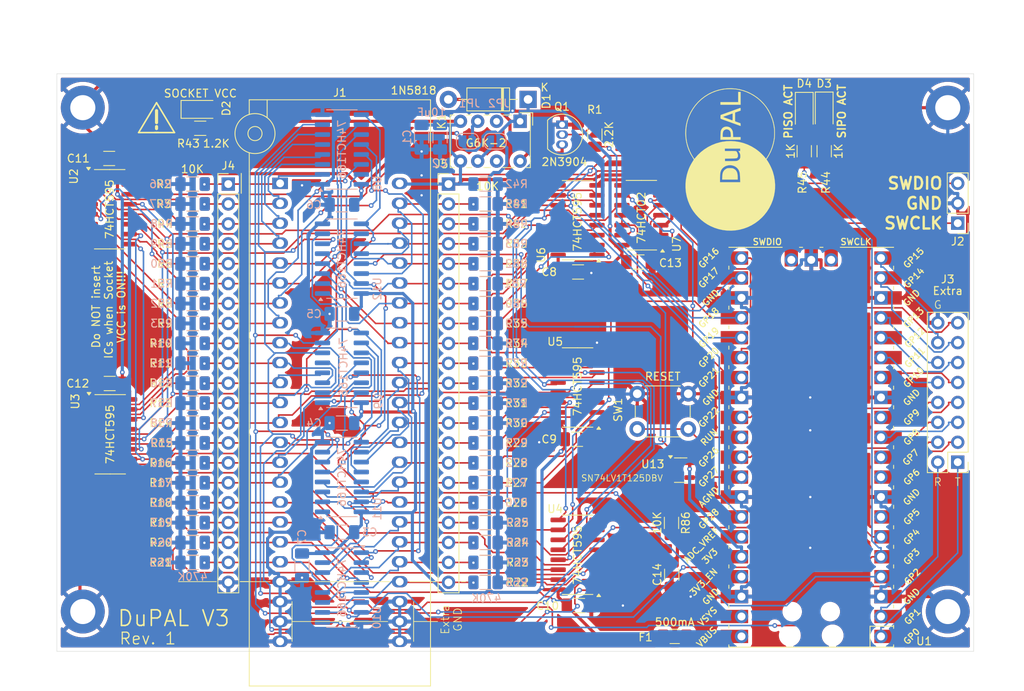
<source format=kicad_pcb>
(kicad_pcb (version 20240108) (generator "pcbnew") (generator_version "8.0")
  (layers (0 "F.Cu" signal) (31 "B.Cu" signal) (34 "B.Paste" user) (35 "F.Paste" user) (36 "B.SilkS" user "B.Silkscreen") (37 "F.SilkS" user "F.Silkscreen") (38 "B.Mask" user) (39 "F.Mask" user) (44 "Edge.Cuts" user))
  (net 0 "")
  (net 1 "GND")
  (net 2 "/SWITCHED_VCC")
  (net 3 "VCC")
  (net 4 "+3V3")
  (net 5 "Net-(D1-A)")
  (net 6 "Net-(D2-K)")
  (net 7 "Net-(D3-A)")
  (net 8 "Net-(D4-A)")
  (net 9 "Net-(U1-VBUS)")
  (net 10 "/ZIF_4")
  (net 11 "/ZIF_2")
  (net 12 "/ZIF_33")
  (net 13 "/ZIF_37")
  (net 14 "/ZIF_26")
  (net 15 "/ZIF_15")
  (net 16 "/ZIF_34")
  (net 17 "/ZIF_11")
  (net 18 "/ZIF_29")
  (net 19 "/ZIF_17")
  (net 20 "/ZIF_22")
  (net 21 "/ZIF_20")
  (net 22 "/ZIF_25")
  (net 23 "/ZIF_3")
  (net 24 "/ZIF_1")
  (net 25 "/ZIF_12")
  (net 26 "/ZIF_31")
  (net 27 "/ZIF_14")
  (net 28 "/ZIF_27")
  (net 29 "/ZIF_8")
  (net 30 "/ZIF_32")
  (net 31 "/ZIF_24")
  (net 32 "/ZIF_41")
  (net 33 "/ZIF_18")
  (net 34 "/ZIF_40")
  (net 35 "/ZIF_13")
  (net 36 "/ZIF_30")
  (net 37 "/ZIF_39")
  (net 38 "/ZIF_7")
  (net 39 "/ZIF_10")
  (net 40 "/ZIF_38")
  (net 41 "/ZIF_23")
  (net 42 "/ZIF_35")
  (net 43 "/ZIF_36")
  (net 44 "/ZIF_6")
  (net 45 "/ZIF_5")
  (net 46 "/ZIF_28")
  (net 47 "/ZIF_16")
  (net 48 "/ZIF_9")
  (net 49 "/ZIF_19")
  (net 50 "Net-(J2-Pin_3)")
  (net 51 "Net-(J2-Pin_1)")
  (net 52 "Net-(JP1-B)")
  (net 53 "Net-(JP2-B)")
  (net 56 "Net-(Q1-B)")
  (net 57 "Net-(R1-Pad1)")
  (net 58 "Net-(U2-QA)")
  (net 59 "Net-(U2-QB)")
  (net 60 "Net-(U2-QC)")
  (net 61 "Net-(U2-QD)")
  (net 62 "Net-(U2-QE)")
  (net 63 "Net-(U2-QF)")
  (net 64 "Net-(U2-QG)")
  (net 65 "Net-(U2-QH)")
  (net 66 "Net-(U3-QA)")
  (net 67 "Net-(U3-QB)")
  (net 68 "Net-(U3-QC)")
  (net 69 "Net-(U3-QD)")
  (net 70 "Net-(U3-QE)")
  (net 71 "Net-(U3-QF)")
  (net 72 "Net-(U3-QG)")
  (net 73 "Net-(U3-QH)")
  (net 74 "Net-(U4-QA)")
  (net 75 "Net-(U4-QB)")
  (net 76 "Net-(U4-QC)")
  (net 77 "Net-(U4-QD)")
  (net 78 "Net-(U4-QE)")
  (net 79 "Net-(U4-QF)")
  (net 80 "Net-(U4-QG)")
  (net 81 "Net-(U4-QH)")
  (net 82 "Net-(U5-QA)")
  (net 83 "Net-(U5-QB)")
  (net 84 "Net-(U5-QC)")
  (net 85 "Net-(U5-QD)")
  (net 86 "Net-(U5-QE)")
  (net 87 "Net-(U5-QF)")
  (net 88 "Net-(U5-QG)")
  (net 89 "Net-(U5-QH)")
  (net 90 "Net-(U6-QA)")
  (net 91 "Net-(U6-QB)")
  (net 92 "Net-(U6-QC)")
  (net 93 "Net-(U6-QD)")
  (net 94 "Net-(U6-QE)")
  (net 95 "Net-(U6-QF)")
  (net 96 "Net-(U6-QG)")
  (net 97 "Net-(U6-QH)")
  (net 98 "/SIPO_CLK")
  (net 99 "/PISO_CLK")
  (net 100 "Net-(U1-RUN)")
  (net 102 "/GPIO13")
  (net 103 "/~{SIPO_OE}")
  (net 105 "/GPIO12")
  (net 106 "/SIPO_SER")
  (net 107 "/GPIO8")
  (net 108 "/GPIO16")
  (net 109 "/GPIO14")
  (net 110 "/GPIO22")
  (net 111 "/GPIO26")
  (net 112 "/SIPO_RCLK")
  (net 113 "/GPIO1")
  (net 114 "/GPIO10")
  (net 115 "/GPIO6")
  (net 116 "/~{SIPO_CLR}")
  (net 117 "/GPIO0")
  (net 118 "/GPIO7")
  (net 120 "/GPIO11")
  (net 121 "/GPIO15")
  (net 122 "/PISO_SH")
  (net 123 "/GPIO9")
  (net 125 "/~{PISO_CLR}")
  (net 126 "/PISO_INH")
  (net 127 "/~{RELAY_ENABLE}")
  (net 128 "/PISO_SER_3V3")
  (net 131 "Net-(U2-QH')")
  (net 132 "Net-(U2-~{OE})")
  (net 133 "Net-(U3-QH')")
  (net 134 "Net-(U4-QH')")
  (net 135 "Net-(U5-QH')")
  (net 137 "Net-(U7-Pad4)")
  (net 138 "Net-(U7-Pad1)")
  (net 139 "Net-(U8-Qh)")
  (net 140 "Net-(U10-Ds)")
  (net 141 "Net-(U10-Qh)")
  (net 142 "Net-(U11-Qh)")
  (net 143 "/PISO_SER")
  (footprint "Resistor_SMD:R_1206_3216Metric_Pad1.30x1.75mm_HandSolder" (layer "F.Cu") (at 148.616 87.719 180)
    (property "Reference" "R29")
    (property "Value" "10K")
  )
  (footprint "Resistor_SMD:R_1206_3216Metric_Pad1.30x1.75mm_HandSolder" (layer "F.Cu") (at 172.309 97.917 -90)
    (property "Reference" "R86")
    (property "Value" "10K")
  )
  (footprint "Resistor_SMD:R_1206_3216Metric_Pad1.30x1.75mm_HandSolder" (layer "F.Cu") (at 111.278 92.799)
    (property "Reference" "R17")
    (property "Value" "10K")
  )
  (footprint "Resistor_SMD:R_1206_3216Metric_Pad1.30x1.75mm_HandSolder" (layer "F.Cu") (at 111.278 62.319)
    (property "Reference" "R5")
    (property "Value" "10K")
  )
  (footprint "Capacitor_SMD:C_1206_3216Metric_Pad1.33x1.80mm_HandSolder" (layer "F.Cu") (at 160.531 108.458)
    (property "Reference" "C10")
    (property "Value" "100nF")
  )
  (footprint "Capacitor_SMD:C_1206_3216Metric_Pad1.33x1.80mm_HandSolder" (layer "F.Cu") (at 168.1125 64.643)
    (property "Reference" "C13")
    (property "Value" "100nF")
  )
  (footprint "Resistor_SMD:R_1206_3216Metric_Pad1.30x1.75mm_HandSolder" (layer "F.Cu") (at 148.616 102.959 180)
    (property "Reference" "R23")
    (property "Value" "10K")
  )
  (footprint "MountingHole:MountingHole_3.2mm_M3_DIN965_Pad" (layer "F.Cu") (at 97.282 109.22)
    (property "Reference" "H4" (hide yes))
    (property "Value" "MountingHole_Pad")
  )
  (footprint "Capacitor_SMD:C_1206_3216Metric_Pad1.33x1.80mm_HandSolder" (layer "F.Cu") (at 160.404 65.913)
    (property "Reference" "C8")
    (property "Value" "100nF")
  )
  (footprint "Capacitor_SMD:C_1206_3216Metric_Pad1.33x1.80mm_HandSolder" (layer "F.Cu") (at 100.708 80.137 180)
    (property "Reference" "C12")
    (property "Value" "100nF")
  )
  (footprint "Diode_THT:D_DO-41_SOD81_P10.16mm_Horizontal" (layer "F.Cu") (at 154.031 43.904 180)
    (property "Reference" "D1")
    (property "Value" "1N5818")
  )
  (footprint "MountingHole:MountingHole_3.2mm_M3_DIN965_Pad" (layer "F.Cu") (at 97.282 44.958)
    (property "Reference" "H3" (hide yes))
    (property "Value" "MountingHole_Pad")
  )
  (footprint "Resistor_SMD:R_1206_3216Metric_Pad1.30x1.75mm_HandSolder" (layer "F.Cu") (at 111.278 69.939)
    (property "Reference" "R8")
    (property "Value" "10K")
  )
  (footprint "Resistor_SMD:R_1206_3216Metric_Pad1.30x1.75mm_HandSolder" (layer "F.Cu") (at 111.278 100.419)
    (property "Reference" "R20")
    (property "Value" "10K")
  )
  (footprint "Resistor_SMD:R_1206_3216Metric_Pad1.30x1.75mm_HandSolder" (layer "F.Cu") (at 111.278 102.959)
    (property "Reference" "R21")
    (property "Value" "10K")
  )
  (footprint "Resistor_SMD:R_1206_3216Metric_Pad1.30x1.75mm_HandSolder" (layer "F.Cu") (at 148.616 95.339 180)
    (property "Reference" "R26")
    (property "Value" "10K")
  )
  (footprint "Resistor_SMD:R_1206_3216Metric_Pad1.30x1.75mm_HandSolder" (layer "F.Cu") (at 148.59 75.019 180)
    (property "Reference" "R34")
    (property "Value" "10K")
  )
  (footprint "Package_SO:SOIC-14_3.9x8.7mm_P1.27mm" (layer "F.Cu") (at 168.47 58.674 180)
    (property "Reference" "U7")
    (property "Value" "74HCT02")
  )
  (footprint "Resistor_SMD:R_1206_3216Metric_Pad1.30x1.75mm_HandSolder" (layer "F.Cu") (at 111.278 64.859)
    (property "Reference" "R6")
    (property "Value" "10K")
  )
  (footprint "Resistor_SMD:R_1206_3216Metric_Pad1.30x1.75mm_HandSolder" (layer "F.Cu") (at 148.616 97.879 180)
    (property "Reference" "R25")
    (property "Value" "10K")
  )
  (footprint "Capacitor_SMD:C_1206_3216Metric_Pad1.33x1.80mm_HandSolder" (layer "F.Cu") (at 100.646 51.435 180)
    (property "Reference" "C11")
    (property "Value" "100nF")
  )
  (footprint "Resistor_SMD:R_1206_3216Metric_Pad1.30x1.75mm_HandSolder" (layer "F.Cu") (at 148.616 80.099 180)
    (property "Reference" "R32")
    (property "Value" "10K")
  )
  (footprint "Resistor_SMD:R_1206_3216Metric_Pad1.30x1.75mm_HandSolder" (layer "F.Cu") (at 148.616 92.799 180)
    (property "Reference" "R27")
    (property "Value" "10K")
  )
  (footprint "Resistor_SMD:R_1206_3216Metric_Pad1.30x1.75mm_HandSolder" (layer "F.Cu") (at 148.616 59.779 180)
    (property "Reference" "R40")
    (property "Value" "10K")
  )
  (footprint "Resistor_SMD:R_1206_3216Metric_Pad1.30x1.75mm_HandSolder" (layer "F.Cu") (at 111.278 72.479)
    (property "Reference" "R9")
    (property "Value" "10K")
  )
  (footprint "Resistor_SMD:R_1206_3216Metric_Pad1.30x1.75mm_HandSolder" (layer "F.Cu") (at 112.2455 47.587)
    (property "Reference" "R43")
    (property "Value" "1.2K")
  )
  (footprint "LED_SMD:LED_1206_3216Metric_Pad1.42x1.75mm_HandSolder" (layer "F.Cu") (at 191.77 45.4295 -90)
    (property "Reference" "D3")
    (property "Value" "SIPO ACT")
  )
  (footprint "Resistor_SMD:R_1206_3216Metric_Pad1.30x1.75mm_HandSolder" (layer "F.Cu") (at 148.616 82.639 180)
    (property "Reference" "R31")
    (property "Value" "10K")
  )
  (footprint "Package_SO:SOIC-16_3.9x9.9mm_P1.27mm" (layer "F.Cu") (at 100.773 86.614)
    (property "Reference" "U3")
    (property "Value" "74HCT595")
  )
  (footprint "LED_SMD:LED_1206_3216Metric_Pad1.42x1.75mm_HandSolder" (layer "F.Cu") (at 112.268 45.174)
    (property "Reference" "D2")
    (property "Value" "SOCKET VCC")
  )
  (footprint "Resistor_SMD:R_1206_3216Metric_Pad1.30x1.75mm_HandSolder" (layer "F.Cu") (at 111.278 75.019)
    (property "Reference" "R10")
    (property "Value" "10K")
  )
  (footprint "Resistor_SMD:R_1206_3216Metric_Pad1.30x1.75mm_HandSolder" (layer "F.Cu") (at 148.616 67.399 180)
    (property "Reference" "R37")
    (property "Value" "10K")
  )
  (footprint "Capacitor_SMD:C_1206_3216Metric_Pad1.33x1.80mm_HandSolder" (layer "F.Cu") (at 172.339 104.521 -90)
    (property "Reference" "C14")
    (property "Value" "100nF")
  )
  (footprint "Resistor_SMD:R_1206_3216Metric_Pad1.30x1.75mm_HandSolder" (layer "F.Cu") (at 111.278 87.719)
    (property "Reference" "R15")
    (property "Value" "10K")
  )
  (footprint "Package_SO:SOIC-16_3.9x9.9mm_P1.27mm" (layer "F.Cu") (at 100.711 57.912)
    (property "Reference" "U2")
    (property "Value" "74HCT595")
  )
  (footprint "Package_TO_SOT_THT:TO-92_Inline" (layer "F.Cu") (at 158.369 47.117 -90)
    (property "Reference" "Q1")
    (property "Value" "2N3904")
  )
  (footprint "Resistor_SMD:R_1206_3216Metric_Pad1.30x1.75mm_HandSolder" (layer "F.Cu") (at 111.278 85.179)
    (property "Reference" "R14")
    (property "Value" "10K")
  )
  (footprint "Resistor_SMD:R_1206_3216Metric_Pad1.30x1.75mm_HandSolder" (layer "F.Cu") (at 148.616 57.239 180)
    (property "Reference" "R41")
    (property "Value" "10K")
  )
  (footprint "Custom_Sockets:DIP_Socket-48" (layer "F.Cu") (at 122.428 54.61)
    (property "Reference" "J1")
    (property "Value" "ZIF Socket")
  )
  (footprint "Resistor_SMD:R_1206_3216Metric_Pad1.30x1.75mm_HandSolder" (layer "F.Cu") (at 148.616 64.859 180)
    (property "Reference" "R38")
    (property "Value" "10K")
  )
  (footprint "Resistor_SMD:R_1206_3216Metric_Pad1.30x1.75mm_HandSolder" (layer "F.Cu") (at 111.278 59.779)
    (property "Reference" "R4")
    (property "Value" "10K")
  )
  (footprint "Resistor_SMD:R_1206_3216Metric_Pad1.30x1.75mm_HandSolder" (layer "F.Cu") (at 111.278 54.699)
    (property "Reference" "R2")
    (property "Value" "10K")
  )
  (footprint "LED_SMD:LED_1206_3216Metric_Pad1.42x1.75mm_HandSolder" (layer "F.Cu") (at 189.23 45.466 -90)
    (property "Reference" "D4")
    (property "Value" "PISO ACT")
  )
  (footprint "Resistor_SMD:R_1206_3216Metric_Pad1.30x1.75mm_HandSolder" (layer "F.Cu") (at 111.278 82.639)
    (property "Reference" "R13")
    (property "Value" "10K")
  )
  (footprint "Package_TO_SOT_SMD:SOT-23-5" (layer "F.Cu") (at 173.482 91.186)
    (property "Reference" "U13")
    (property "Value" "SN74LV1T125DBV")
  )
  (footprint "Relay_THT:Relay_DPDT_Omron_G6K-2P-Y" (layer "F.Cu") (at 153.015 46.698 -90)
    (property "Reference" "K1")
    (property "Value" "G6K-2")
  )
  (footprint "Button_Switch_THT:SW_PUSH_6mm" (layer "F.Cu") (at 174.446 85.943 180)
    (property "Reference" "SW1")
    (property "Value" "RESET")
  )
  (footprint "Resistor_SMD:R_1206_3216Metric_Pad1.30x1.75mm_HandSolder" (layer "F.Cu") (at 191.77 50.5095 90)
    (property "Reference" "R44")
    (property "Value" "1K")
  )
  (footprint "Resistor_SMD:R_1206_3216Metric_Pad1.30x1.75mm_HandSolder" (layer "F.Cu") (at 111.278 80.099)
    (property "Reference" "R12")
    (property "Value" "10K")
  )
  (footprint "Resistor_SMD:R_1206_3216Metric_Pad1.30x1.75mm_HandSolder" (layer "F.Cu") (at 162.539 48.387 90)
    (property "Reference" "R1")
    (property "Value" "2.2K")
  )
  (footprint "MountingHole:MountingHole_3.2mm_M3_DIN965_Pad" (layer "F.Cu") (at 207.518 44.958)
    (property "Reference" "H1" (hide yes))
    (property "Value" "MountingHole_Pad")
  )
  (footprint "Resistor_SMD:R_1206_3216Metric_Pad1.30x1.75mm_HandSolder" (layer "F.Cu") (at 148.616 72.479 180)
    (property "Reference" "R35")
    (property "Value" "10K")
  )
  (footprint "Resistor_SMD:R_1206_3216Metric_Pad1.30x1.75mm_HandSolder" (layer "F.Cu") (at 148.616 69.939 180)
    (property "Reference" "R36")
    (property "Value" "10K")
  )
  (footprint "Package_SO:SOIC-16_3.9x9.9mm_P1.27mm" (layer "F.Cu") (at 160.339 80.645 180)
    (property "Reference" "U5")
    (property "Value" "74HCT595")
  )
  (footprint "Connector_PinHeader_2.54mm:PinHeader_1x03_P2.54mm_Vertical" (layer "F.Cu") (at 208.788 59.69 180)
    (property "Reference" "J2")
    (property "Value" "Debug Header")
  )
  (footprint "Resistor_SMD:R_1206_3216Metric_Pad1.30x1.75mm_HandSolder" (layer "F.Cu") (at 148.616 105.499 180)
    (property "Reference" "R22")
    (property "Value" "10K")
  )
  (footprint "logo:logo" (layer "F.Cu") (at 192.461511 49.10148 90)
    (property "Reference" "G***" (hide yes))
    (property "Value" "LOGO" (hide yes))
  )
  (footprint "Package_SO:SOIC-16_3.9x9.9mm_P1.27mm" (layer "F.Cu") (at 160.339 101.981 180)
    (property "Reference" "U4")
    (property "Value" "74HCT595")
  )
  (footprint "Fuse:Fuse_1206_3216Metric_Pad1.42x1.75mm_HandSolder" (layer "F.Cu") (at 172.72 112.395 180)
    (property "Reference" "F1")
    (property "Value" "500mA")
  )
  (footprint "MCU_RaspberryPi_and_Boards:RPi_Pico_SMD_TH" (layer "F.Cu") (at 190.119 88.265 180)
    (property "Reference" "U1")
    (property "Value" "Pico")
  )
  (footprint "Resistor_SMD:R_1206_3216Metric_Pad1.30x1.75mm_HandSolder" (layer "F.Cu") (at 148.616 90.259 180)
    (property "Reference" "R28")
    (property "Value" "10K")
  )
  (footprint "Resistor_SMD:R_1206_3216Metric_Pad1.30x1.75mm_HandSolder" (layer "F.Cu") (at 111.278 95.339)
    (property "Reference" "R18")
    (property "Value" "10K")
  )
  (footprint "Resistor_SMD:R_1206_3216Metric_Pad1.30x1.75mm_HandSolder" (layer "F.Cu") (at 111.278 77.559)
    (property "Reference" "R11")
    (property "Value" "10K")
  )
  (footprint "Resistor_SMD:R_1206_3216Metric_Pad1.30x1.75mm_HandSolder" (layer "F.Cu") (at 111.278 90.259)
    (property "Reference" "R16")
    (property "Value" "10K")
  )
  (footprint "Resistor_SMD:R_1206_3216Metric_Pad1.30x1.75mm_HandSolder" (layer "F.Cu") (at 148.616 85.179 180)
    (property "Reference" "R30")
    (property "Value" "10K")
  )
  (footprint "Connector_PinHeader_2.54mm:PinHeader_2x08_P2.54mm_Vertical" (layer "F.Cu") (at 208.788 90.17 180)
    (property "Reference" "J3")
    (property "Value" "Extra")
  )
  (footprint "Package_SO:SOIC-16_3.9x9.9mm_P1.27mm" (layer "F.Cu") (at 160.339 59.309 180)
    (property "Reference" "U6")
    (property "Value" "74HCT595")
  )
  (footprint "Resistor_SMD:R_1206_3216Metric_Pad1.30x1.75mm_HandSolder" (layer "F.Cu") (at 148.616 62.319 180)
    (property "Reference" "R39")
    (property "Value" "10K")
  )
  (footprint "Resistor_SMD:R_1206_3216Metric_Pad1.30x1.75mm_HandSolder" (layer "F.Cu") (at 111.278 67.399)
    (property "Reference" "R7")
    (property "Value" "10K")
  )
  (footprint "Connector_PinHeader_2.54mm:PinHeader_1x21_P2.54mm_Vertical" (layer "F.Cu") (at 115.824 54.699)
    (property "Reference" "J4")
    (property "Value" "Conn_01x21_Pin")
  )
  (footprint "Resistor_SMD:R_1206_3216Metric_Pad1.30x1.75mm_HandSolder" (layer "F.Cu") (at 189.23 50.5095 90)
    (property "Reference" "R45")
    (property "Value" "1K")
  )
  (footprint "Connector_PinHeader_2.54mm:PinHeader_1x21_P2.54mm_Vertical" (layer "F.Cu") (at 143.891 54.699)
    (property "Reference" "J5")
    (property "Value" "Conn_01x21_Pin")
  )
  (footprint "Resistor_SMD:R_1206_3216Metric_Pad1.30x1.75mm_HandSolder" (layer "F.Cu") (at 148.59 77.559 180)
    (property "Reference" "R33")
    (property "Value" "10K")
  )
  (footprint "MountingHole:MountingHole_3.2mm_M3_DIN965_Pad" (layer "F.Cu") (at 207.518 109.22)
    (property "Reference" "H2" (hide yes))
    (property "Value" "MountingHole_Pad")
  )
  (footprint "Resistor_SMD:R_1206_3216Metric_Pad1.30x1.75mm_HandSolder" (layer "F.Cu") (at 148.616 100.419 180)
    (property "Reference" "R24")
    (property "Value" "10K")
  )
  (footprint "Resistor_SMD:R_1206_3216Metric_Pad1.30x1.75mm_HandSolder" (layer "F.Cu") (at 111.278 57.239)
    (property "Reference" "R3")
    (property "Value" "10K")
  )
  (footprint "Capacitor_SMD:C_1206_3216Metric_Pad1.33x1.80mm_HandSolder" (layer "F.Cu") (at 160.277 87.249)
    (property "Reference" "C9")
    (property "Value" "100nF")
  )
  (footprint "Resistor_SMD:R_1206_3216Metric_Pad1.30x1.75mm_HandSolder" (layer "F.Cu") (at 111.278 97.879)
    (property "Reference" "R19")
    (property "Value" "10K")
  )
  (footprint "Resistor_SMD:R_1206_3216Metric_Pad1.30x1.75mm_HandSolder" (layer "B.Cu") (at 111.278 102.959 180)
    (property "Reference" "R65")
    (property "Value" "470K")
  )
  (footprint "Package_SO:SOIC-16_3.9x9.9mm_P1.27mm" (layer "B.Cu") (at 130.302 78.1378)
    (property "Reference" "U9")
    (property "Value" "74HCT166")
  )
  (footprint "Capacitor_SMD:C_1206_3216Metric_Pad1.33x1.80mm_HandSolder" (layer "B.Cu") (at 130.302 57.3384 180)
    (property "Reference" "C6")
    (property "Value" "100nF")
  )
  (footprint "Capacitor_SMD:C_1206_3216Metric_Pad1.33x1.80mm_HandSolder" (layer "B.Cu") (at 130.302 99.1071 180)
    (property "Reference" "C3")
    (property "Value" "100nF")
  )
  (footprint "Resistor_SMD:R_1206_3216Metric_Pad1.30x1.75mm_HandSolder" (layer "B.Cu") (at 148.616 54.699 180)
    (property "Reference" "R42")
    (property "Value" "470K")
  )
  (footprint "Resistor_SMD:R_1206_3216Metric_Pad1.30x1.75mm_HandSolder" (layer "B.Cu") (at 148.616 92.799)
    (property "Reference" "R71")
    (property "Value" "470K")
  )
  (footprint "Resistor_SMD:R_1206_3216Metric_Pad1.30x1.75mm_HandSolder" (layer "B.Cu") (at 111.278 62.319 180)
    (property "Reference" "R49")
    (property "Value" "470K")
  )
  (footprint "Resistor_SMD:R_1206_3216Metric_Pad1.30x1.75mm_HandSolder" (layer "B.Cu") (at 148.616 69.939)
    (property "Reference" "R80")
    (property "Value" "470K")
  )
  (footprint "Capacitor_SMD:C_1206_3216Metric_Pad1.33x1.80mm_HandSolder" (layer "B.Cu") (at 142.813 48.73 -90)
    (property "Reference" "C2")
    (property "Value" "10uF")
  )
  (footprint "Resistor_SMD:R_1206_3216Metric_Pad1.30x1.75mm_HandSolder" (layer "B.Cu") (at 148.616 105.499)
    (property "Reference" "R66")
    (property "Value" "470K")
  )
  (footprint "Resistor_SMD:R_1206_3216Metric_Pad1.30x1.75mm_HandSolder" (layer "B.Cu") (at 148.616 57.239)
    (property "Reference" "R85")
    (property "Value" "470K")
  )
  (footprint "Jumper:SolderJumper-2_P1.3mm_Bridged_RoundedPad1.0x1.5mm" (layer "B.Cu") (at 146.299 49.238)
    (property "Reference" "JP1")
    (property "Value" "Switch 1")
  )
  (footprint "Capacitor_SMD:C_1206_3216Metric_Pad1.33x1.80mm_HandSolder" (layer "B.Cu") (at 130.302 71.2613 180)
    (property "Reference" "C5")
    (property "Value" "100nF")
  )
  (footprint "Package_SO:SOIC-16_3.9x9.9mm_P1.27mm" (layer "B.Cu") (at 130.302 92.0607)
    (property "Reference" "U11")
    (property "Value" "74HCT166")
  )
  (footprint "Resistor_SMD:R_1206_3216Metric_Pad1.30x1.75mm_HandSolder" (layer "B.Cu") (at 111.278 82.639 180)
    (property "Reference" "R57")
    (property "Value" "470K")
  )
  (footprint "Resistor_SMD:R_1206_3216Metric_Pad1.30x1.75mm_HandSolder" (layer "B.Cu") (at 111.278 72.479 180)
    (property "Reference" "R53")
    (property "Value" "470K")
  )
  (footprint "Resistor_SMD:R_1206_3216Metric_Pad1.30x1.75mm_HandSolder" (layer "B.Cu") (at 148.616 59.779)
    (property "Reference" "R84")
    (property "Value" "470K")
  )
  (footprint "Capacitor_SMD:C_1206_3216Metric_Pad1.33x1.80mm_HandSolder" (layer "B.Cu") (at 130.302 85.1842 180)
    (property "Reference" "C4")
    (property "Value" "100nF")
  )
  (footprint "Resistor_SMD:R_1206_3216Metric_Pad1.30x1.75mm_HandSolder" (layer "B.Cu") (at 148.616 102.959)
    (property "Reference" "R67")
    (property "Value" "470K")
  )
  (footprint "Resistor_SMD:R_1206_3216Metric_Pad1.30x1.75mm_HandSolder" (layer "B.Cu") (at 111.278 97.879 180)
    (property "Reference" "R63")
    (property "Value" "470K")
  )
  (footprint "Jumper:SolderJumper-2_P1.3mm_Open_RoundedPad1.0x1.5mm" (layer "B.Cu") (at 149.84 49.238 180)
    (property "Reference" "JP2")
    (property "Value" "Switch 2")
  )
  (footprint "Resistor_SMD:R_1206_3216Metric_Pad1.30x1.75mm_HandSolder" (layer "B.Cu") (at 111.278 90.259 180)
    (property "Reference" "R60")
    (property "Value" "470K")
  )
  (footprint "Package_SO:SOIC-16_3.9x9.9mm_P1.27mm" (layer "B.Cu") (at 130.302 50.292)
    (property "Reference" "U8")
    (property "Value" "74HCT166")
  )
  (footprint "Resistor_SMD:R_1206_3216Metric_Pad1.30x1.75mm_HandSolder" (layer "B.Cu") (at 111.278 64.859 180)
    (property "Reference" "R50")
    (property "Value" "470K")
  )
  (footprint "Resistor_SMD:R_1206_3216Metric_Pad1.30x1.75mm_HandSolder" (layer "B.Cu") (at 111.278 95.339 180)
    (property "Reference" "R62")
    (property "Value" "470K")
  )
  (footprint "Resistor_SMD:R_1206_3216Metric_Pad1.30x1.75mm_HandSolder" (layer "B.Cu") (at 111.278 69.939 180)
    (property "Reference" "R52")
    (property "Value" "470K")
  )
  (footprint "Resistor_SMD:R_1206_3216Metric_Pad1.30x1.75mm_HandSolder" (layer "B.Cu") (at 148.616 72.479)
    (property "Reference" "R79")
    (property "Value" "470K")
  )
  (footprint "Resistor_SMD:R_1206_3216Metric_Pad1.30x1.75mm_HandSolder" (layer "B.Cu") (at 111.278 87.719 180)
    (property "Reference" "R59")
    (property "Value" "470K")
  )
  (footprint "Resistor_SMD:R_1206_3216Metric_Pad1.30x1.75mm_HandSolder" (layer "B.Cu") (at 111.278 54.699 180)
    (property "Reference" "R46")
    (property "Value" "470K" (hide yes))
  )
  (footprint "Resistor_SMD:R_1206_3216Metric_Pad1.30x1.75mm_HandSolder" (layer "B.Cu") (at 148.616 87.719)
    (property "Reference" "R73")
    (property "Value" "470K")
  )
  (footprint "Resistor_SMD:R_1206_3216Metric_Pad1.30x1.75mm_HandSolder" (layer "B.Cu") (at 148.616 85.179)
    (property "Reference" "R74")
    (property "Value" "470K")
  )
  (footprint "Resistor_SMD:R_1206_3216Metric_Pad1.30x1.75mm_HandSolder" (layer "B.Cu") (at 148.59 77.559)
    (property "Reference" "R77")
    (property "Value" "470K")
  )
  (footprint "Resistor_SMD:R_1206_3216Metric_Pad1.30x1.75mm_HandSolder" (layer "B.Cu") (at 148.616 67.399)
    (property "Reference" "R81")
    (property "Value" "470K")
  )
  (footprint "Resistor_SMD:R_1206_3216Metric_Pad1.30x1.75mm_HandSolder" (layer "B.Cu") (at 148.616 100.419)
    (property "Reference" "R68")
    (property "Value" "470K")
  )
  (footprint "Resistor_SMD:R_1206_3216Metric_Pad1.30x1.75mm_HandSolder" (layer "B.Cu") (at 111.278 57.239 180)
    (property "Reference" "R47")
    (property "Value" "470K")
  )
  (footprint "Package_SO:SOIC-16_3.9x9.9mm_P1.27mm" (layer "B.Cu") (at 130.302 106.1536 180)
    (property "Reference" "U10")
    (property "Value" "74HCT166")
  )
  (footprint "Resistor_SMD:R_1206_3216Metric_Pad1.30x1.75mm_HandSolder" (layer "B.Cu") (at 111.278 100.419 180)
    (property "Reference" "R64")
    (property "Value" "470K")
  )
  (footprint "Resistor_SMD:R_1206_3216Metric_Pad1.30x1.75mm_HandSolder" (layer "B.Cu") (at 111.278 92.799 180)
    (property "Reference" "R61")
    (property "Value" "470K")
  )
  (footprint "Capacitor_SMD:C_1206_3216Metric_Pad1.33x1.80mm_HandSolder" (layer "B.Cu") (at 140.462 48.73 -90)
    (property "Reference" "C1")
    (property "Value" "100nF")
  )
  (footprint "Resistor_SMD:R_1206_3216Metric_Pad1.30x1.75mm_HandSolder" (layer "B.Cu") (at 111.278 67.399 180)
    (property "Reference" "R51")
    (property "Value" "470K")
  )
  (footprint "Resistor_SMD:R_1206_3216Metric_Pad1.30x1.75mm_HandSolder" (layer "B.Cu") (at 148.616 62.319)
    (property "Reference" "R83")
    (property "Value" "470K")
  )
  (footprint "Resistor_SMD:R_1206_3216Metric_Pad1.30x1.75mm_HandSolder" (layer "B.Cu") (at 148.616 95.339)
    (property "Reference" "R70")
    (property "Value" "470K")
  )
  (footprint "Package_SO:SOIC-16_3.9x9.9mm_P1.27mm" (layer "B.Cu") (at 130.302 64.2149)
    (property "Reference" "U12")
    (property "Value" "74HCT166")
  )
  (footprint "Capacitor_SMD:C_1206_3216Metric_Pad1.33x1.80mm_HandSolder" (layer "B.Cu") (at 125.222 103.378 -90)
    (property "Reference" "C7")
    (property "Value" "100nF")
  )
  (footprint "Resistor_SMD:R_1206_3216Metric_Pad1.30x1.75mm_HandSolder" (layer "B.Cu") (at 111.278 85.179 180)
    (property "Reference" "R58")
    (property "Value" "470K")
  )
  (footprint "Resistor_SMD:R_1206_3216Metric_Pad1.30x1.75mm_HandSolder" (layer "B.Cu") (at 148.616 64.859)
    (property "Reference" "R82")
    (property "Value" "470K")
  )
  (footprint "Resistor_SMD:R_1206_3216Metric_Pad1.30x1.75mm_HandSolder" (layer "B.Cu") (at 148.616 80.099)
    (property "Reference" "R76")
    (property "Value" "470K")
  )
  (footprint "Resistor_SMD:R_1206_3216Metric_Pad1.30x1.75mm_HandSolder" (layer "B.Cu") (at 148.616 97.879)
    (property "Reference" "R69")
    (property "Value" "470K")
  )
  (footprint "Resistor_SMD:R_1206_3216Metric_Pad1.30x1.75mm_HandSolder" (layer "B.Cu") (at 111.278 75.019 180)
    (property "Reference" "R54")
    (property "Value" "470K")
  )
  (footprint "Resistor_SMD:R_1206_3216Metric_Pad1.30x1.75mm_HandSolder" (layer "B.Cu") (at 148.616 82.639)
    (property "Reference" "R75")
    (property "Value" "470K")
  )
  (footprint "Resistor_SMD:R_1206_3216Metric_Pad1.30x1.75mm_HandSolder" (layer "B.Cu") (at 111.278 80.099 180)
    (property "Reference" "R56")
    (property "Value" "470K")
  )
  (footprint "Resistor_SMD:R_1206_3216Metric_Pad1.30x1.75mm_HandSolder" (layer "B.Cu") (at 148.59 75.019)
    (property "Reference" "R78")
    (property "Value" "470K")
  )
  (footprint "Resistor_SMD:R_1206_3216Metric_Pad1.30x1.75mm_HandSolder" (layer "B.Cu") (at 111.278 59.779 180)
    (property "Reference" "R48")
    (property "Value" "470K")
  )
  (footprint "Resistor_SMD:R_1206_3216Metric_Pad1.30x1.75mm_HandSolder" (layer "B.Cu") (at 148.616 90.259)
    (property "Reference" "R72")
    (property "Value" "470K")
  )
  (footprint "Resistor_SMD:R_1206_3216Metric_Pad1.30x1.75mm_HandSolder" (layer "B.Cu") (at 111.278 77.559 180)
    (property "Reference" "R55")
    (property "Value" "470K")
  )
  (gr_line (start 123.952 107.95) (end 123.952 113.03) (stroke (width 0.1)) (layer "F.SilkS"))
  (gr_line (start 106.68 44.323) (end 104.394 48.133) (stroke (width 0.2)) (layer "F.SilkS"))
  (gr_line (start 118.364 105.41) (end 117.348 105.41) (stroke (width 0.1)) (layer "F.SilkS"))
  (gr_line (start 141.986 105.41) (end 142.24 105.41) (stroke (width 0.1)) (layer "F.SilkS"))
  (gr_line (start 136.398 105.41) (end 123.698 105.41) (stroke (width 0.1)) (layer "F.SilkS"))
  (gr_line (start 106.68 47.625) (end 106.68 47.371) (stroke (width 0.4)) (layer "F.SilkS"))
  (gr_line (start 141.224 105.41) (end 142.24 105.41) (stroke (width 0.1)) (layer "F.SilkS"))
  (gr_line (start 139.446 107.95) (end 139.446 113.03) (stroke (width 0.1)) (layer "F.SilkS"))
  (gr_line (start 121.158 105.41) (end 118.872 105.41) (stroke (width 0.1)) (layer "F.SilkS"))
  (gr_line (start 145.542 105.41) (end 146.05 105.41) (stroke (width 0.1)) (layer "F.SilkS"))
  (gr_line (start 123.952 110.49) (end 136.144 110.49) (stroke (width 0.1)) (layer "F.SilkS"))
  (gr_line (start 106.68 46.863) (end 106.68 45.339) (stroke (width 0.4)) (layer "F.SilkS"))
  (gr_line (start 106.68 44.323) (end 108.966 48.133) (stroke (width 0.2)) (layer "F.SilkS"))
  (gr_line (start 139.446 110.49) (end 142.494 110.49) (stroke (width 0.1)) (layer "F.SilkS"))
  (gr_line (start 118.872 105.41) (end 117.348 105.41) (stroke (width 0.1)) (layer "F.SilkS"))
  (gr_line (start 141.224 105.41) (end 138.938 105.41) (stroke (width 0.1)) (layer "F.SilkS"))
  (gr_line (start 104.394 48.133) (end 106.934 48.133) (stroke (width 0.2)) (layer "F.SilkS"))
  (gr_line (start 114.3 105.41) (end 109.474 105.41) (stroke (width 0.1)) (layer "F.SilkS"))
  (gr_line (start 108.966 48.133) (end 106.426 48.133) (stroke (width 0.2)) (layer "F.SilkS"))
  (gr_line (start 93.98 114.3) (end 93.98 40.64) (stroke (width 0.05)) (layer "Edge.Cuts"))
  (gr_line (start 93.98 40.64) (end 210.82 40.64) (stroke (width 0.05)) (layer "Edge.Cuts"))
  (gr_line (start 210.82 40.64) (end 210.82 114.3) (stroke (width 0.05)) (layer "Edge.Cuts"))
  (gr_line (start 210.82 114.3) (end 93.98 114.3) (stroke (width 0.05)) (layer "Edge.Cuts"))
  (gr_text "GND" (at 206.988 57.165 0) (layer "F.SilkS") (effects (font (size 1.5 1.5) (thickness 0.3) (bold yes)) (justify right)))
  (gr_text "G" (at 206.248 70.104 0) (layer "F.SilkS") (effects (font (size 1 1) (thickness 0.1))))
  (gr_text "T" (at 208.788 92.71 0) (layer "F.SilkS") (effects (font (size 1 1) (thickness 0.1))))
  (gr_text "DuPAL V3" (at 101.6 111.252 0) (layer "F.SilkS") (effects (font (size 2 2) (thickness 0.2) (bold yes)) (justify left bottom)))
  (gr_text "R" (at 206.248 92.71 0) (layer "F.SilkS") (effects (font (size 1 1) (thickness 0.1))))
  (gr_text "SWCLK" (at 207.01 59.69 0) (layer "F.SilkS") (effects (font (size 1.5 1.5) (thickness 0.3) (bold yes)) (justify right)))
  (gr_text "Do NOT insert\nICs when Socket \nVCC is ON!!!" (at 100.584 70.358 90) (layer "F.SilkS") (effects (font (size 1 1))))
  (gr_text "Rev. 1" (at 101.854 113.538 0) (layer "F.SilkS") (effects (font (size 1.5 1.5)) (justify left bottom)))
  (gr_text "SWDIO" (at 207.01 54.61 0) (layer "F.SilkS") (effects (font (size 1.5 1.5) (thickness 0.3) (bold yes)) (justify right)))
  (gr_text "SWCLK" (at 195.819 62.065 0) (layer "F.SilkS") (effects (font (size 0.8 0.8))))
  (gr_text "Extra\nGND" (at 144.272 110.236 90) (layer "F.SilkS") (effects (font (size 1 1) (thickness 0.1))))
  (segment (start 162.429 87.4715) (end 162.429 87.249) (width 0.4) (layer "F.Cu") (net 1))
  (segment (start 162.918 97.536) (end 167.094 93.3604) (width 0.4) (layer "F.Cu") (net 1))
  (segment (start 169.964 108.458) (end 172.339 106.084) (width 0.4) (layer "F.Cu") (net 1))
  (segment (start 166.116 87.249) (end 166.116 91.7321) (width 0.4) (layer "F.Cu") (net 1))
  (segment (start 199.009 81.915) (end 189.992 81.915) (width 0.4) (layer "F.Cu") (net 1))
  (segment (start 204.996 72.39) (end 201.821 69.215) (width 0.4) (layer "F.Cu") (net 1))
  (segment (start 181.229 107.315) (end 174.752 107.315) (width 0.4) (layer "F.Cu") (net 1))
  (segment (start 210.04 58.585) (end 209.856 58.4017) (width 0.4) (layer "F.Cu") (net 1))
  (segment (start 158.369 46.1903) (end 158.369 47.117) (width 0.4) (layer "F.Cu") (net 1))
  (segment (start 168.716 55.9079) (end 168.756 55.8682) (width 0.4) (layer "F.Cu") (net 1))
  (segment (start 98.236 62.357) (end 98.236 79.8751) (width 0.4) (layer "F.Cu") (net 1))
  (segment (start 173.57 107.315) (end 174.752 107.315) (width 0.4) (layer "F.Cu") (net 1))
  (segment (start 171.277 92.136) (end 172.344 92.136) (width 0.4) (layer "F.Cu") (net 1))
  (segment (start 96.8559 61.4691) (end 97.7438 62.357) (width 0.4) (layer "F.Cu") (net 1))
  (segment (start 191.516 57.15) (end 190.119 58.547) (width 0.4) (layer "F.Cu") (net 1))
  (segment (start 171.277 90.7699) (end 171.81 90.236) (width 0.4) (layer "F.Cu") (net 1))
  (segment (start 96.9196 108.858) (end 97.282 109.22) (width 0.4) (layer "F.Cu") (net 1))
  (segment (start 115.824 105.499) (end 122.239 105.499) (width 0.4) (layer "F.Cu") (net 1))
  (segment (start 97.7981 91.059) (end 98.298 91.059) (width 0.4) (layer "F.Cu") (net 1))
  (segment (start 96.9196 90.1805) (end 97.7981 91.059) (width 0.4) (layer "F.Cu") (net 1))
  (segment (start 167.094 92.136) (end 171.277 92.136) (width 0.4) (layer "F.Cu") (net 1))
  (segment (start 98.4593 51.435) (end 96.8559 53.0384) (width 0.4) (layer "F.Cu") (net 1))
  (segment (start 170.092 68.0103) (end 169.611 68.4919) (width 0.4) (layer "F.Cu") (net 1))
  (segment (start 167.946 81.443) (end 174.446 81.443) (width 0.4) (layer "F.Cu") (net 1))
  (segment (start 99.0835 51.435) (end 99.0835 48.8671) (width 0.4) (layer "F.Cu") (net 1))
  (segment (start 98.4979 80.137) (end 96.9196 81.7153) (width 0.4) (layer "F.Cu") (net 1))
  (segment (start 170.945 54.864) (end 169.76 54.864) (width 0.4) (layer "F.Cu") (net 1))
  (segment (start 192.786 44.958) (end 191.77 43.942) (width 0.4) (layer "F.Cu") (net 1))
  (segment (start 174.824 94.615) (end 181.229 94.615) (width 0.4) (layer "F.Cu") (net 1))
  (segment (start 204.343 41.783) (end 207.518 44.958) (width 0.4) (layer "F.Cu") (net 1))
  (segment (start 97.7438 62.357) (end 98.236 62.357) (width 0.4) (layer "F.Cu") (net 1))
  (segment (start 170.092 65.0605) (end 169.675 64.643) (width 0.4) (layer "F.Cu") (net 1))
  (segment (start 162.0935 108.458) (end 162.094 108.458) (width 0.4) (layer "F.Cu") (net 1))
  (segment (start 167.946 81.443) (end 167.946 82.879) (width 0.4) (layer "F.Cu") (net 1))
  (segment (start 162.814 70.2233) (end 164.545 68.4919) (width 0.4) (layer "F.Cu") (net 1))
  (segment (start 167.094 92.71) (end 167.094 92.136) (width 0.4) (layer "F.Cu") (net 1))
  (segment (start 163.53 54.1613) (end 167.049 54.1613) (width 0.4) (layer "F.Cu") (net 1))
  (segment (start 99.1455 80.137) (end 98.4979 80.137) (width 0.4) (layer "F.Cu") (net 1))
  (segment (start 162.094 108.458) (end 166.116 108.458) (width 0.4) (layer "F.Cu") (net 1))
  (segment (start 97.282 44.958) (end 97.282 47.0656) (width 0.4) (layer "F.Cu") (net 1))
  (segment (start 162.814 97.536) (end 162.918 97.536) (width 0.4) (layer "F.Cu") (net 1))
  (segment (start 181.229 94.615) (end 190 94.615) (width 0.4) (layer "F.Cu") (net 1))
  (segment (start 122.328 105.41) (end 122.239 105.499) (width 0.4) (layer "F.Cu") (net 1))
  (segment (start 166.116 91.7321) (end 167.094 92.71) (width 0.4) (layer "F.Cu") (net 1))
  (segment (start 179.505 81.443) (end 179.977 81.915) (width 0.4) (layer "F.Cu") (net 1))
  (segment (start 208.788 58.4017) (end 208.788 57.15) (width 0.4) (layer "F.Cu") (net 1))
  (segment (start 112.515 48.8671) (end 113.7957 47.5872) (width 0.4) (layer "F.Cu") (net 1))
  (segment (start 190.119 64.365) (end 191.371 64.365) (width 0.4) (layer "F.Cu") (net 1))
  (segment (start 190.119 58.547) (end 190.119 64.365) (width 0.4) (layer "F.Cu") (net 1))
  (segment (start 113.7957 47.5872) (end 113.796 47.587) (width 0.4) (layer "F.Cu") (net 1))
  (segment (start 205.613 107.315) (end 207.518 109.22) (width 0.4) (layer "F.Cu") (net 1))
  (segment (start 201.821 69.215) (end 210.04 60.9966) (width 0.4) (layer "F.Cu") (net 1))
  (segment (start 207.518 44.958) (end 192.786 44.958) (width 0.4) (layer "F.Cu") (net 1))
  (segment (start 209.856 58.4017) (end 208.788 58.4017) (width 0.4) (layer "F.Cu") (net 1))
  (segment (start 166.116 84.709) (end 166.116 87.249) (width 0.4) (layer "F.Cu") (net 1))
  (segment (start 169.76 54.864) (end 168.756 55.8682) (width 0.4) (layer "F.Cu") (net 1))
  (segment (start 189.992 81.915) (end 181.229 81.915) (width 0.4) (layer "F.Cu") (net 1))
  (segment (start 97.282 47.0656) (end 99.0835 48.8671) (width 0.4) (layer "F.Cu") (net 1))
  (segment (start 208.788 57.15) (end 191.516 57.15) (width 0.4) (layer "F.Cu") (net 1))
  (segment (start 172.339 106.0835) (end 172.339 106.084) (width 0.4) (layer "F.Cu") (net 1))
  (segment (start 162.429 87.249) (end 166.116 87.249) (width 0.4) (layer "F.Cu") (net 1))
  (segment (start 96.9196 88.392) (end 96.9196 90.1805) (width 0.4) (layer "F.Cu") (net 1))
  (segment (start 140.462 53.594) (end 140.462 56.134) (width 0.4) (layer "F.Cu") (net 1))
  (segment (start 174.446 81.443) (end 179.505 81.443) (width 0.4) (layer "F.Cu") (net 1))
  (segment (start 122.428 105.41) (end 122.328 105.41) (width 0.4) (layer "F.Cu") (net 1))
  (segment (start 199.009 107.315) (end 205.613 107.315) (width 0.4) (layer "F.Cu") (net 1))
  (segment (start 189.23 43.9785) (end 191.734 43.9785) (width 0.4) (layer "F.Cu") (net 1))
  (segment (start 98.236 79.8751) (end 98.4979 80.137) (width 0.4) (layer "F.Cu") (net 1))
  (segment (start 161.8395 87.249) (end 162.429 87.249) (width 0.4) (layer "F.Cu") (net 1))
  (segment (start 167.946 82.879) (end 166.116 84.709) (width 0.4) (layer "F.Cu") (net 1))
  (segment (start 179.977 81.915) (end 181.229 81.915) (width 0.4) (layer "F.Cu") (net 1))
  (segment (start 113.7955 47.587) (end 113.7957 47.5872) (width 0.4) (layer "F.Cu") (net 1))
  (segment (start 166.116 108.458) (end 169.964 108.458) (width 0.4) (layer "F.Cu") (net 1))
  (segment (start 172.339 106.084) (end 173.57 107.315) (width 0.4) (layer "F.Cu") (net 1))
  (segment (start 167.094 93.3604) (end 167.094 92.71) (width 0.4) (layer "F.Cu") (net 1))
  (segment (start 172.3445 90.236) (end 172.344 90.236) (width 0.4) (layer "F.Cu") (net 1))
  (segment (start 206.248 72.39) (end 204.996 72.39) (width 0.4) (layer "F.Cu") (net 1))
  (segment (start 169.675 64.643) (end 168.716 63.6839) (width 0.4) (layer "F.Cu") (net 1))
  (segment (start 97.282 44.196) (end 99.695 41.783) (width 0.4) (layer "F.Cu") (net 1))
  (segment (start 99.695 41.783) (end 204.343 41.783) (width 0.4) (layer "F.Cu") (net 1))
  (segment (start 171.277 92.136) (end 171.277 90.7699) (width 0.4) (layer "F.Cu") (net 1))
  (segment (start 162.814 54.864) (end 162.828 54.864) (width 0.4) (layer "F.Cu") (net 1))
  (segment (start 162.828 54.864) (end 163.53 54.1613) (width 0.4) (layer "F.Cu") (net 1))
  (segment (start 96.9196 81.7153) (end 96.9196 88.392) (width 0.4) (layer "F.Cu") (net 1))
  (segment (start 162.814 74.93) (end 162.814 70.2233) (width 0.4) (layer "F.Cu") (net 1))
  (segment (start 168.716 63.6839) (end 168.716 55.9079) (width 0.4) (layer "F.Cu") (net 1))
  (segment (start 99.0835 51.435) (end 98.4593 51.435) (width 0.4) (layer "F.Cu") (net 1))
  (segment (start 172.3445 92.136) (end 172.344 92.136) (width 0.4) (layer "F.Cu") (net 1))
  (segment (start 162.814 76.2) (end 162.814 74.93) (width 0.4) (layer "F.Cu") (net 1))
  (segment (start 162.094 66.04) (end 164.545 68.4919) (width 0.4) (layer "F.Cu") (net 1))
  (segment (start 99.0835 48.8671) (end 112.515 48.8671) (width 0.4) (layer "F.Cu") (net 1))
  (segment (start 152.11 45.4057) (end 157.584 45.4057) (width 0.4) (layer "F.Cu") (net 1))
  (segment (start 191.371 64.365) (end 191.371 65.382) (width 0.4) (layer "F.Cu") (net 1))
  (segment (start 201.821 69.215) (end 199.009 69.215) (width 0.4) (layer "F.Cu") (net 1))
  (segment (start 157.584 45.4057) (end 158.369 46.1903) (width 0.4) (layer "F.Cu") (net 1))
  (segment (start 172.344 92.136) (end 174.824 94.615) (width 0.4) (layer "F.Cu") (net 1))
  (segment (start 97.282 44.958) (end 97.282 44.196) (width 0.4) (layer "F.Cu") (net 1))
  (segment (start 171.81 90.236) (end 172.344 90.236) (width 0.4) (layer "F.Cu") (net 1))
  (segment (start 178.773 68.0103) (end 170.092 68.0103) (width 0.4) (layer "F.Cu") (net 1))
  (segment (start 190 94.615) (end 199.009 94.615) (width 0.4) (layer "F.Cu") (net 1))
  (segment (start 96.9196 90.1805) (end 96.9196 108.858) (width 0.4) (layer "F.Cu") (net 1))
  (segment (start 191.734 43.9785) (end 191.77 43.942) (width 0.4) (layer "F.Cu") (net 1))
  (segment (start 210.04 60.9966) (end 210.04 58.585) (width 0.4) (layer "F.Cu") (net 1))
  (segment (start 96.8559 53.0384) (end 96.8559 61.4691) (width 0.4) (layer "F.Cu") (net 1))
  (segment (start 161.966 65.913) (end 161.9663 65.9132) (width 0.4) (layer "F.Cu") (net 1))
  (segment (start 195.204 69.215) (end 199.009 69.215) (width 0.4) (layer "F.Cu") (net 1))
  (segment (start 161.9663 65.9132) (end 162.094 66.04) (width 0.4) (layer "F.Cu") (net 1))
  (segment (start 96.9196 88.392) (end 96.9196 90.1805) (width 0.4) (layer "F.Cu") (net 1))
  (segment (start 169.611 68.4919) (end 164.545 68.4919) (width 0.4) (layer "F.Cu") (net 1))
  (segment (start 167.049 54.1613) (end 168.756 55.8682) (width 0.4) (layer "F.Cu") (net 1))
  (segment (start 181.229 69.215) (end 179.977 69.215) (width 0.4) (layer "F.Cu") (net 1))
  (segment (start 152.05 45.3461) (end 152.11 45.4057) (width 0.4) (layer "F.Cu") (net 1))
  (segment (start 191.371 65.382) (end 195.204 69.215) (width 0.4) (layer "F.Cu") (net 1))
  (segment (start 161.9665 65.913) (end 161.9663 65.9132) (width 0.4) (layer "F.Cu") (net 1))
  (segment (start 179.977 69.215) (end 178.773 68.0103) (width 0.4) (layer "F.Cu") (net 1))
  (segment (start 170.092 68.0103) (end 170.092 65.0605) (width 0.4) (layer "F.Cu") (net 1))
  (via (at 128.74 85.1842) (size 0.6) (drill 0.3) (layers "F.Cu" "B.Cu") (net 1))
  (via (at 125.222 104.902) (size 0.6) (drill 0.3) (layers "F.Cu" "B.Cu") (net 1))
  (via (at 162.094 66.04) (size 0.6) (drill 0.3) (layers "F.Cu" "B.Cu") (net 1))
  (via (at 162.814 74.93) (size 0.6) (drill 0.3) (layers "F.Cu" "B.Cu") (net 1))
  (via (at 140.462 50.546) (size 0.6) (drill 0.3) (layers "F.Cu" "B.Cu") (net 1))
  (via (at 166.116 108.458) (size 0.6) (drill 0.3) (layers "F.Cu" "B.Cu") (net 1))
  (via (at 152.05 45.3461) (size 0.6) (drill 0.3) (layers "F.Cu" "B.Cu") (net 1))
  (via (at 128.74 71.2613) (size 0.6) (drill 0.3) (layers "F.Cu" "B.Cu") (net 1))
  (via (at 189.992 81.915) (size 0.6) (drill 0.3) (layers "F.Cu" "B.Cu") (net 1))
  (via (at 125.222 54.864) (size 0.6) (drill 0.3) (layers "F.Cu" "B.Cu") (net 1))
  (via (at 190 94.615) (size 0.6) (drill 0.3) (layers "F.Cu" "B.Cu") (net 1))
  (via (at 140.462 53.594) (size 0.6) (drill 0.3) (layers "F.Cu" "B.Cu") (net 1))
  (via (at 174.752 107.315) (size 0.6) (drill 0.3) (layers "F.Cu" "B.Cu") (net 1))
  (via (at 189.992 86.106) (size 0.6) (drill 0.3) (layers "F.Cu" "B.Cu") (net 1))
  (via (at 140.462 56.134) (size 0.6) (drill 0.3) (layers "F.Cu" "B.Cu") (net 1))
  (via (at 189.992 101.092) (size 0.6) (drill 0.3) (layers "F.Cu" "B.Cu") (net 1))
  (via (at 155.448 87.63) (size 0.6) (drill 0.3) (layers "F.Cu" "B.Cu") (net 1))
  (segment (start 151.95 45.4463) (end 152.05 45.3461) (width 0.4) (layer "B.Cu") (net 1))
  (segment (start 150.166 100.419) (end 150.166 102.959) (width 0.4) (layer "B.Cu") (net 1))
  (segment (start 150.166 72.479) (end 150.166 75.019) (width 0.4) (layer "B.Cu") (net 1))
  (segment (start 150.166 54.9178) (end 150.166 57.239) (width 0.4) (layer "B.Cu") (net 1))
  (segment (start 181.777 70.4667) (end 181.229 70.4667) (width 0.4) (layer "B.Cu") (net 1))
  (segment (start 109.728 90.259) (end 109.728 87.719) (width 0.4) (layer "B.Cu") (net 1))
  (segment (start 125.349 54.737) (end 125.222 54.864) (width 0.4) (layer "B.Cu") (net 1))
  (segment (start 157.217 49.3903) (end 157.217 47.117) (width 0.4) (layer "B.Cu") (net 1))
  (segment (start 109.728 64.859) (end 109.728 62.319) (width 0.4) (layer "B.Cu") (net 1))
  (segment (start 150.166 77.559) (end 150.166 80.099) (width 0.4) (layer "B.Cu") (net 1))
  (segment (start 181.229 81.915) (end 181.229 80.6633) (width 0.4) (layer "B.Cu") (net 1))
  (segment (start 126.181 110.764) (end 126.181 108.04) (width 0.4) (layer "B.Cu") (net 1))
  (segment (start 140.462 50.2925) (end 142.813 50.2925) (width 0.4) (layer "B.Cu") (net 1))
  (segment (start 120.831 103.53) (end 120.831 99.9032) (width 0.4) (layer "B.Cu") (net 1))
  (segment (start 137.889 47.7194) (end 135.314 45.1442) (width 0.4) (layer "B.Cu") (net 1))
  (segment (start 109.728 75.019) (end 109.728 72.479) (width 0.4) (layer "B.Cu") (net 1))
  (segment (start 188.867 64.8882) (end 188.867 64.365) (width 0.4) (layer "B.Cu") (net 1))
  (segment (start 109.728 100.419) (end 109.728 97.879) (width 0.4) (layer "B.Cu") (net 1))
  (segment (start 128.74 71.2613) (end 128.74 72.7803) (width 0.4) (layer "B.Cu") (net 1))
  (segment (start 150.166 62.319) (end 150.166 64.859) (width 0.4) (layer "B.Cu") (net 1))
  (segment (start 128.7395 85.1842) (end 128.74 85.1842) (width 0.4) (layer "B.Cu") (net 1))
  (segment (start 129.218 45.847) (end 129.218 53.879) (width 0.4) (layer "B.Cu") (net 1))
  (segment (start 127.817 86.1069) (end 127.817 87.6055) (width 0.4) (layer "B.Cu") (net 1))
  (segment (start 150.166 82.639) (end 150.166 85.179) (width 0.4) (layer "B.Cu") (net 1))
  (segment (start 150.166 75.019) (end 150.166 77.559) (width 0.4) (layer "B.Cu") (net 1))
  (segment (start 200.261 105.359) (end 199.557 106.063) (width 0.4) (layer "B.Cu") (net 1))
  (segment (start 128.74 58.8574) (end 128.74 57.3384) (width 0.4) (layer "B.Cu") (net 1))
  (segment (start 181.229 95.8667) (end 181.229 94.615) (width 0.4) (layer "B.Cu") (net 1))
  (segment (start 140.162 45.4463) (end 151.95 45.4463) (width 0.4) (layer "B.Cu") (net 1))
  (segment (start 125.222 104.941) (end 124.664 105.499) (width 0.4) (layer "B.Cu") (net 1))
  (segment (start 109.728 69.939) (end 109.728 67.399) (width 0.4) (layer "B.Cu") (net 1))
  (segment (start 128.056 71.2613) (end 126.034 69.2392) (width 0.4) (layer "B.Cu") (net 1))
  (segment (start 122.428 107.95) (end 122.428 105.499) (width 0.4) (layer "B.Cu") (net 1))
  (segment (start 128.7395 71.2613) (end 128.056 71.2613) (width 0.4) (layer "B.Cu") (net 1))
  (segment (start 150.166 54.699) (end 150.166 54.9178) (width 0.4) (layer "B.Cu") (net 1))
  (segment (start 207.518 55.147) (end 208.269 55.8983) (width 0.4) (layer "B.Cu") (net 1))
  (segment (start 137.668 110.49) (end 136.9672 110.49) (width 0.4) (layer "B.Cu") (net 1))
  (segment (start 150.166 81.482) (end 156.972 81.482) (width 0.4) (layer "B.Cu") (net 1))
  (segment (start 150.166 80.099) (end 150.166 81.482) (width 0.4) (layer "B.Cu") (net 1))
  (segment (start 150.166 54.9178) (end 151.69 54.9178) (width 0.4) (layer "B.Cu") (net 1))
  (segment (start 127.827 56.4259) (end 127.827 54.737) (width 0.4) (layer "B.Cu") (net 1))
  (segment (start 109.728 80.099) (end 109.728 77.559) (width 0.4) (layer "B.Cu") (net 1))
  (segment (start 126.448 99.1071) (end 126.448 88.4693) (width 0.4) (layer "B.Cu") (net 1))
  (segment (start 125.222 104.9405) (end 125.222 104.941) (width 0.4) (layer "B.Cu") (net 1))
  (segment (start 128.74 85.1842) (end 127.817 86.1069) (width 0.4) (layer "B.Cu") (net 1))
  (segment (start 126.448 99.1071) (end 128.7395 99.1071) (width 0.4) (layer "B.Cu") (net 1))
  (segment (start 181.229 106.063) (end 181.777 106.063) (width 0.4) (layer "B.Cu") (net 1))
  (segment (start 156.972 81.482) (end 156.972 86.106) (width 0.4) (layer "B.Cu") (net 1))
  (segment (start 109.728 72.479) (end 109.728 69.939) (width 0.4) (layer "B.Cu") (net 1))
  (segment (start 150.166 67.399) (end 150.166 69.939) (width 0.4) (layer "B.Cu") (net 1))
  (segment (start 125.222 104.94) (end 125.222 104.902) (width 0.4) (layer "B.Cu") (net 1))
  (segment (start 126.448 88.4693) (end 127.301 87.6157) (width 0.4) (layer "B.Cu") (net 1))
  (segment (start 156.972 81.482) (end 167.907 81.482) (width 0.4) (layer "B.Cu") (net 1))
  (segment (start 208.788 55.8983) (end 208.788 57.15) (width 0.4) (layer "B.Cu") (net 1))
  (segment (start 109.728 87.719) (end 109.728 85.179) (width 0.4) (layer "B.Cu") (net 1))
  (segment (start 129.921 45.1442) (end 129.218 45.847) (width 0.4) (layer "B.Cu") (net 1))
  (segment (start 126.181 108.04) (end 123.641 105.499) (width 0.4) (layer "B.Cu") (net 1))
  (segment (start 140.462 50.546) (end 140.462 53.594) (width 0.4) (layer "B.Cu") (net 1))
  (segment (start 122.428 113.03) (end 122.428 110.49) (width 0.4) (layer "B.Cu") (net 1))
  (segment (start 199.557 106.063) (end 199.009 106.063) (width 0.4) (layer "B.Cu") (net 1))
  (segment (start 127.817 87.6055) (end 127.827 87.6157) (width 0.4) (layer "B.Cu") (net 1))
  (segment (start 140.462 50.2925) (end 137.889 47.7194) (width 0.4) (layer "B.Cu") (net 1))
  (segment (start 150.166 97.879) (end 150.166 100.419) (width 0.4) (layer "B.Cu") (net 1))
  (segment (start 127.827 54.737) (end 125.349 54.737) (width 0.4) (layer "B.Cu") (net 1))
  (segment (start 181.777 95.8667) (end 181.229 95.8667) (width 0.4) (layer "B.Cu") (net 1))
  (segment (start 129.218 45.847) (end 127.827 45.847) (width 0.4) (layer "B.Cu") (net 1))
  (segment (start 136.9672 110.49) (end 136.2663 110.49) (width 0.4) (layer "B.Cu") (net 1))
  (segment (start 127.312 59.7699) (end 127.827 59.7699) (width 0.4) (layer "B.Cu") (net 1))
  (segment (start 127.827 45.847) (end 117.406 45.847) (width 0.4) (layer "B.Cu") (net 1))
  (segment (start 150.166 81.482) (end 150.166 82.639) (width 0.4) (layer "B.Cu") (net 1))
  (segment (start 109.728 53.5245) (end 105.848 53.5245) (width 0.4) (layer "B.Cu") (net 1))
  (segment (start 150.166 87.719) (end 150.166 90.259) (width 0.4) (layer "B.Cu") (net 1))
  (segment (start 150.166 95.339) (end 150.166 97.879) (width 0.4) (layer "B.Cu") (net 1))
  (segment (start 190 94.615) (end 190 101.084) (width 0.4) (layer "B.Cu") (net 1))
  (segment (start 190 101.084) (end 189.992 101.092) (width 0.4) (layer "B.Cu") (net 1))
  (segment (start 109.728 104.134) (end 102.368 104.134) (width 0.4) (layer "B.Cu") (net 1))
  (segment (start 109.728 57.239) (end 109.728 54.699) (width 0.4) (layer "B.Cu") (net 1))
  (segment (start 109.728 77.559) (end 109.728 75.019) (width 0.4) (layer "B.Cu") (net 1))
  (segment (start 122.428 110.49) (end 122.428 107.95) (width 0.4) (layer "B.Cu") (net 1))
  (segment (start 150.166 77.559) (end 150.14 77.559) (width 0.4) (layer "B.Cu") (net 1))
  (segment (start 128.74 72.7803) (end 127.827 73.6928) (width 0.4) (layer "B.Cu") (net 1))
  (segment (start 150.166 90.259) (end 150.166 92.799) (width 0.4) (layer "B.Cu") (net 1))
  (segment (start 126.034 69.2392) (end 126.034 61.0485) (width 0.4) (layer "B.Cu") (net 1))
  (segment (start 182.481 96.5708) (end 181.777 95.8667) (width 0.4) (layer "B.Cu") (net 1))
  (segment (start 122.428 105.499) (end 122.428 105.41) (width 0.4) (layer "B.Cu") (net 1))
  (segment (start 181.229 70.4667) (end 181.229 69.215) (width 0.4) (layer "B.Cu") (net 1))
  (segment (start 150.166 92.799) (end 150.166 95.339) (width 0.4) (layer "B.Cu") (net 1))
  (segment (start 199.557 95.8667) (end 200.261 96.5708) (width 0.4) (layer "B.Cu") (net 1))
  (segment (start 167.907 81.482) (end 167.946 81.443) (width 0.4) (layer "B.Cu") (net 1))
  (segment (start 150.166 59.779) (end 150.166 62.319) (width 0.4) (layer "B.Cu") (net 1))
  (segment (start 188.867 64.365) (end 190.119 64.365) (width 0.4) (layer "B.Cu") (net 1))
  (segment (start 121.627 99.1071) (end 126.448 99.1071) (width 0.4) (layer "B.Cu") (net 1))
  (segment (start 182.481 105.359) (end 182.481 96.5708) (width 0.4) (layer "B.Cu") (net 1))
  (segment (start 137.668 107.95) (end 137.668 110.49) (width 0.4) (layer "B.Cu") (net 1))
  (segment (start 128.7395 99.1071) (end 128.74 99.1071) (width 0.4) (layer "B.Cu") (net 1))
  (segment (start 140.462 50.2925) (end 140.462 50.546) (width 0.4) (layer "B.Cu") (net 1))
  (segment (start 121.678 104.377) (end 120.831 103.53) (width 0.4) (layer "B.Cu") (net 1))
  (segment (start 181.777 106.063) (end 182.481 105.359) (width 0.4) (layer "B.Cu") (net 1))
  (segment (start 181.229 80.6633) (end 181.777 80.6633) (width 0.4) (layer "B.Cu") (net 1))
  (segment (start 122.239 104.377) (end 121.678 104.377) (width 0.4) (layer "B.Cu") (net 1))
  (segment (start 115.824 105.499) (end 111.094 105.499) (width 0.4) (layer "B.Cu") (net 1))
  (segment (start 109.728 82.639) (end 109.728 80.099) (width 0.4) (layer "B.Cu") (net 1))
  (segment (start 151.69 54.9178) (end 157.217 49.3903) (width 0.4) (layer "B.Cu") (net 1))
  (segment (start 128.74 57.3384) (end 127.827 56.4259) (width 0.4) (layer "B.Cu") (net 1))
  (segment (start 105.848 53.5245) (end 97.282 44.958) (width 0.4) (layer "B.Cu") (net 1))
  (segment (start 137.889 47.7194) (end 140.162 45.4463) (width 0.4) (layer "B.Cu") (net 1))
  (segment (start 109.728 97.879) (end 109.728 95.339) (width 0.4) (layer "B.Cu") (net 1))
  (segment (start 117.406 45.847) (end 109.728 53.5245) (width 0.4) (layer "B.Cu") (net 1))
  (segment (start 120.831 99.9032) (end 121.627 99.1071) (width 0.4) (layer "B.Cu") (net 1))
  (segment (start 109.728 53.5245) (end 109.728 54.699) (width 0.4) (layer "B.Cu") (net 1))
  (segment (start 111.094 105.499) (end 109.728 104.134) (width 0.4) (layer "B.Cu") (net 1))
  (segment (start 181.777 80.6633) (end 182.481 79.9592) (width 0.4) (layer "B.Cu") (net 1))
  (segment (start 150.166 57.239) (end 150.166 59.779) (width 0.4) (layer "B.Cu") (net 1))
  (segment (start 136.9672 110.49) (end 137.668 111.1908) (width 0.4) (layer "B.Cu") (net 1))
  (segment (start 135.314 45.1442) (end 129.921 45.1442) (width 0.4) (layer "B.Cu") (net 1))
  (segment (start 109.728 102.959) (end 109.728 104.134) (width 0.4) (layer "B.Cu") (net 1))
  (segment (start 123.641 105.499) (end 122.428 105.499) (width 0.4) (layer "B.Cu") (net 1))
  (segment (start 200.261 96.5708) (end 200.261 105.359) (width 0.4) (layer "B.Cu") (net 1))
  (segment (start 190 94.615) (end 190 86.114) (width 0.4) (layer "B.Cu") (net 1))
  (segment (start 132.777 110.599) (end 132.777 110.5986) (width 0.4) (layer "B.Cu") (net 1))
  (segment (start 122.428 105.499) (end 122.239 105.499) (width 0.4) (layer "B.Cu") (net 1))
  (segment (start 109.728 92.799) (end 109.728 90.259) (width 0.4) (layer "B.Cu") (net 1))
  (segment (start 109.728 67.399) (end 109.728 64.859) (width 0.4) (layer "B.Cu") (net 1))
  (segment (start 127.301 87.6157) (end 127.827 87.6157) (width 0.4) (layer "B.Cu") (net 1))
  (segment (start 182.481 71.1707) (end 181.777 70.4667) (width 0.4) (layer "B.Cu") (net 1))
  (segment (start 102.368 104.134) (end 97.282 109.22) (width 0.4) (layer "B.Cu") (net 1))
  (segment (start 132.005 111.371) (end 126.788 111.371) (width 0.4) (layer "B.Cu") (net 1))
  (segment (start 156.972 86.106) (end 155.448 87.63) (width 0.4) (layer "B.Cu") (net 1))
  (segment (start 132.777 110.5986) (end 136.1577 110.5986) (width 0.4) (layer "B.Cu") (net 1))
  (segment (start 207.518 44.958) (end 207.518 55.147) (width 0.4) (layer "B.Cu") (net 1))
  (segment (start 150.166 85.179) (end 150.166 87.719) (width 0.4) (layer "B.Cu") (net 1))
  (segment (start 132.777 110.599) (end 132.005 111.371) (width 0.4) (layer "B.Cu") (net 1))
  (segment (start 182.481 79.9592) (end 182.481 71.1707) (width 0.4) (layer "B.Cu") (net 1))
  (segment (start 128.7395 57.3384) (end 128.74 57.3384) (width 0.4) (layer "B.Cu") (net 1))
  (segment (start 128.74 71.2613) (end 128.7395 71.2613) (width 0.4) (layer "B.Cu") (net 1))
  (segment (start 199.009 94.615) (end 199.009 95.8667) (width 0.4) (layer "B.Cu") (net 1))
  (segment (start 150.166 69.939) (end 150.166 72.479) (width 0.4) (layer "B.Cu") (net 1))
  (segment (start 125.222 104.94) (end 125.222 104.9405) (width 0.4) (layer "B.Cu") (net 1))
  (segment (start 190 86.114) (end 189.992 86.106) (width 0.4) (layer "B.Cu") (net 1))
  (segment (start 150.166 64.859) (end 150.166 67.399) (width 0.4) (layer "B.Cu") (net 1))
  (segment (start 128.36 54.737) (end 127.827 54.737) (width 0.4) (layer "B.Cu") (net 1))
  (segment (start 137.668 111.1908) (end 137.668 113.03) (width 0.4) (layer "B.Cu") (net 1))
  (segment (start 181.229 107.315) (end 181.229 106.063) (width 0.4) (layer "B.Cu") (net 1))
  (segment (start 126.788 111.371) (end 126.181 110.764) (width 0.4) (layer "B.Cu") (net 1))
  (segment (start 122.239 105.499) (end 122.239 104.377) (width 0.4) (layer "B.Cu") (net 1))
  (segment (start 199.009 106.063) (end 199.009 107.315) (width 0.4) (layer "B.Cu") (net 1))
  (segment (start 182.481 71.1707) (end 182.585 71.1707) (width 0.4) (layer "B.Cu") (net 1))
  (segment (start 208.269 55.8983) (end 208.788 55.8983) (width 0.4) (layer "B.Cu") (net 1))
  (segment (start 109.728 95.339) (end 109.728 92.799) (width 0.4) (layer "B.Cu") (net 1))
  (segment (start 123.641 105.499) (end 124.664 105.499) (width 0.4) (layer "B.Cu") (net 1))
  (segment (start 109.728 102.959) (end 109.728 100.419) (width 0.4) (layer "B.Cu") (net 1))
  (segment (start 109.728 85.179) (end 109.728 82.639) (width 0.4) (layer "B.Cu") (net 1))
  (segment (start 150.166 75.019) (end 150.14 75.019) (width 0.4) (layer "B.Cu") (net 1))
  (segment (start 182.585 71.1707) (end 188.867 64.8882) (width 0.4) (layer "B.Cu") (net 1))
  (segment (start 109.728 62.319) (end 109.728 59.779) (width 0.4) (layer "B.Cu") (net 1))
  (segment (start 109.728 59.779) (end 109.728 57.239) (width 0.4) (layer "B.Cu") (net 1))
  (segment (start 136.1577 110.5986) (end 136.2663 110.49) (width 0.4) (layer "B.Cu") (net 1))
  (segment (start 127.827 59.7699) (end 128.74 58.8574) (width 0.4) (layer "B.Cu") (net 1))
  (segment (start 199.009 95.8667) (end 199.557 95.8667) (width 0.4) (layer "B.Cu") (net 1))
  (segment (start 189.992 86.106) (end 189.992 81.915) (width 0.4) (layer "B.Cu") (net 1))
  (segment (start 157.217 47.117) (end 158.369 47.117) (width 0.4) (layer "B.Cu") (net 1))
  (segment (start 129.218 53.879) (end 128.36 54.737) (width 0.4) (layer "B.Cu") (net 1))
  (segment (start 150.166 102.959) (end 150.166 105.499) (width 0.4) (layer "B.Cu") (net 1))
  (segment (start 126.034 61.0485) (end 127.312 59.7699) (width 0.4) (layer "B.Cu") (net 1))
  (segment (start 163.094 53.7467) (end 163.298 53.5433) (width 0.4) (layer "F.Cu") (net 2))
  (segment (start 114.474 45.8925) (end 113.7555 45.174) (width 0.4) (layer "F.Cu") (net 2))
  (segment (start 115.28 46.698) (end 114.4745 45.8925) (width 0.4) (layer "F.Cu") (net 2))
  (segment (start 172.356 54.5086) (end 172.356 59.0883) (width 0.4) (layer "F.Cu") (net 2))
  (segment (start 172.356 59.0883) (end 171.501 59.944) (width 0.4) (layer "F.Cu") (net 2))
  (segment (start 163.298 53.5433) (end 171.391 53.5433) (width 0.4) (layer "F.Cu") (net 2))
  (segment (start 171.501 59.944) (end 170.945 59.944) (width 0.4) (layer "F.Cu") (net 2))
  (segment (start 162.5 54.1275) (end 162.881 53.7467) (width 0.4) (layer "F.Cu") (net 2))
  (segment (start 145.714 54.1275) (end 162.5 54.1275) (width 0.4) (layer "F.Cu") (net 2))
  (segment (start 171.391 53.5433) (end 172.356 54.5086) (width 0.4) (layer "F.Cu") (net 2))
  (segment (start 114.4745 45.8925) (end 113.756 45.174) (width 0.4) (layer "F.Cu") (net 2))
  (segment (start 114.4745 45.8925) (end 114.474 45.8925) (width 0.4) (layer "F.Cu") (net 2))
  (segment (start 145.143 54.699) (end 145.714 54.1275) (width 0.4) (layer "F.Cu") (net 2))
  (segment (start 145.415 46.698) (end 115.28 46.698) (width 0.4) (layer "F.Cu") (net 2))
  (segment (start 170.945 59.944) (end 170.945 61.214) (width 0.4) (layer "F.Cu") (net 2))
  (segment (start 162.881 53.7467) (end 163.094 53.7467) (width 0.4) (layer "F.Cu") (net 2))
  (segment (start 143.891 54.699) (end 145.143 54.699) (width 0.4) (layer "F.Cu") (net 2))
  (segment (start 143.88 47.1675) (end 144.946 47.1675) (width 0.4) (layer "B.Cu") (net 2))
  (segment (start 143.88 47.1675) (end 144.116 47.4037) (width 0.4) (layer "B.Cu") (net 2))
  (segment (start 144.946 47.1675) (end 145.415 46.698) (width 0.4) (layer "B.Cu") (net 2))
  (segment (start 142.813 47.1675) (end 140.462 47.1675) (width 0.4) (layer "B.Cu") (net 2))
  (segment (start 144.116 47.4037) (end 144.116 50.4787) (width 0.4) (layer "B.Cu") (net 2))
  (segment (start 142.813 47.1675) (end 143.88 47.1675) (width 0.4) (layer "B.Cu") (net 2))
  (segment (start 137.757 54.699) (end 137.668 54.61) (width 0.4) (layer "B.Cu") (net 2))
  (segment (start 143.891 54.699) (end 137.757 54.699) (width 0.4) (layer "B.Cu") (net 2))
  (segment (start 145.415 54.562) (end 145.415 51.778) (width 0.4) (layer "B.Cu") (net 2))
  (segment (start 147.066 54.699) (end 145.278 54.699) (width 0.4) (layer "B.Cu") (net 2))
  (segment (start 144.116 50.4787) (end 145.415 51.778) (width 0.4) (layer "B.Cu") (net 2))
  (segment (start 137.757 54.699) (end 137.479 54.699) (width 0.4) (layer "B.Cu") (net 2))
  (segment (start 145.278 54.699) (end 145.415 54.562) (width 0.4) (layer "B.Cu") (net 2))
  (segment (start 145.278 54.699) (end 143.891 54.699) (width 0.4) (layer "B.Cu") (net 2))
  (segment (start 158.83 108.32) (end 158.968 108.458) (width 0.4) (layer "F.Cu") (net 3))
  (segment (start 158.416 107.906) (end 158.692 108.182) (width 0.4) (layer "F.Cu") (net 3))
  (segment (start 102.27 80.1372) (end 102.27 80.1371) (width 0.4) (layer "F.Cu") (net 3))
  (segment (start 162.906 112.395) (end 158.968 108.458) (width 0.4) (layer "F.Cu") (net 3))
  (segment (start 102.319 78.7005) (end 102.319 80.0888) (width 0.4) (layer "F.Cu") (net 3))
  (segment (start 157.864 85.09) (end 158.714 85.9405) (width 0.4) (layer "F.Cu") (net 3))
  (segment (start 158.714 87.1242) (end 158.714 88.308) (width 0.4) (layer "F.Cu") (net 3))
  (segment (start 132.848 83.7728) (end 132.777 83.7021) (width 0.4) (layer "F.Cu") (net 3))
  (segment (start 164.479 61.7699) (end 164.479 60.0615) (width 0.4) (layer "F.Cu") (net 3))
  (segment (start 158.83 108.32) (end 158.968 108.458) (width 0.4) (layer "F.Cu") (net 3))
  (segment (start 102.2085 51.435) (end 102.2082 51.4353) (width 0.4) (layer "F.Cu") (net 3))
  (segment (start 155.808 106.155) (end 156.079 106.426) (width 0.4) (layer "F.Cu") (net 3))
  (segment (start 102.27 80.1371) (end 102.27 80.137) (width 0.4) (layer "F.Cu") (net 3))
  (segment (start 165.995 63.286) (end 164.479 61.7699) (width 0.4) (layer "F.Cu") (net 3))
  (segment (start 132.777 55.2367) (end 130.911 53.3704) (width 0.4) (layer "F.Cu") (net 3))
  (segment (start 165.995 62.484) (end 165.995 63.286) (width 0.4) (layer "F.Cu") (net 3))
  (segment (start 144.944 48.2293) (end 139.784 48.2293) (width 0.4) (layer "F.Cu") (net 3))
  (segment (start 101.699 54.3972) (end 101.699 56.0089) (width 0.4) (layer "F.Cu") (net 3))
  (segment (start 102.27 80.137) (end 102.2705 80.137) (width 0.4) (layer "F.Cu") (net 3))
  (segment (start 102.319 80.0888) (end 102.27 80.137) (width 0.4) (layer "F.Cu") (net 3))
  (segment (start 158.416 107.906) (end 158.692 108.182) (width 0.4) (layer "F.Cu") (net 3))
  (segment (start 158.692 108.182) (end 158.83 108.32) (width 0.4) (layer "F.Cu") (net 3))
  (segment (start 103.186 52.4125) (end 102.2082 51.4354) (width 0.4) (layer "F.Cu") (net 3))
  (segment (start 171.232 112.395) (end 171.2325 112.395) (width 0.4) (layer "F.Cu") (net 3))
  (segment (start 158.714 85.9405) (end 158.714 87.1242) (width 0.4) (layer "F.Cu") (net 3))
  (segment (start 102.2082 51.4353) (end 102.2082 51.4354) (width 0.4) (layer "F.Cu") (net 3))
  (segment (start 103.186 52.91) (end 103.186 52.4125) (width 0.4) (layer "F.Cu") (net 3))
  (segment (start 165.995 63.687) (end 165.995 64.088) (width 0.4) (layer "F.Cu") (net 3))
  (segment (start 158.842 65.9128) (end 158.842 65.913) (width 0.4) (layer "F.Cu") (net 3))
  (segment (start 157.864 106.426) (end 157.864 107.354) (width 0.4) (layer "F.Cu") (net 3))
  (segment (start 160.156 64.599) (end 158.842 65.913) (width 0.4) (layer "F.Cu") (net 3))
  (segment (start 158.714 87.1242) (end 158.7145 87.1247) (width 0.4) (layer "F.Cu") (net 3))
  (segment (start 158.692 108.182) (end 158.83 108.32) (width 0.4) (layer "F.Cu") (net 3))
  (segment (start 102.27 80.1371) (end 102.27 80.1372) (width 0.4) (layer "F.Cu") (net 3))
  (segment (start 156.079 106.426) (end 157.864 106.426) (width 0.4) (layer "F.Cu") (net 3))
  (segment (start 103.248 81.1145) (end 102.27 80.1372) (width 0.4) (layer "F.Cu") (net 3))
  (segment (start 139.412 83.668) (end 139.307 83.7728) (width 0.4) (layer "F.Cu") (net 3))
  (segment (start 103.248 82.169) (end 103.248 81.1145) (width 0.4) (layer "F.Cu") (net 3))
  (segment (start 158.714 88.308) (end 158.218 88.8041) (width 0.4) (layer "F.Cu") (net 3))
  (segment (start 164.944 64.7381) (end 162.777 64.7381) (width 0.4) (layer "F.Cu") (net 3))
  (segment (start 165.995 64.088) (end 166.55 64.643) (width 0.4) (layer "F.Cu") (net 3))
  (segment (start 158.7145 87.1247) (end 158.7145 87.249) (width 0.4) (layer "F.Cu") (net 3))
  (segment (start 171.232 112.395) (end 162.906 112.395) (width 0.4) (layer "F.Cu") (net 3))
  (segment (start 162.638 64.599) (end 160.156 64.599) (width 0.4) (layer "F.Cu") (net 3))
  (segment (start 103.186 52.91) (end 101.699 54.3972) (width 0.4) (layer "F.Cu") (net 3))
  (segment (start 103.186 53.467) (end 103.186 52.91) (width 0.4) (layer "F.Cu") (net 3))
  (segment (start 158.8415 65.913) (end 158.842 65.913) (width 0.4) (layer "F.Cu") (net 3))
  (segment (start 157.864 63.754) (end 157.864 64.9355) (width 0.4) (layer "F.Cu") (net 3))
  (segment (start 130.911 53.3704) (end 103.283 53.3704) (width 0.4) (layer "F.Cu") (net 3))
  (segment (start 165.995 63.286) (end 165.995 63.687) (width 0.4) (layer "F.Cu") (net 3))
  (segment (start 158.9685 108.458) (end 158.968 108.458) (width 0.4) (layer "F.Cu") (net 3))
  (segment (start 158.842 65.913) (end 158.842 65.9128) (width 0.4) (layer "F.Cu") (net 3))
  (segment (start 157.864 107.354) (end 158.416 107.906) (width 0.4) (layer "F.Cu") (net 3))
  (segment (start 103.283 53.3704) (end 103.186 53.467) (width 0.4) (layer "F.Cu") (net 3))
  (segment (start 165.995 63.687) (end 164.944 64.7381) (width 0.4) (layer "F.Cu") (net 3))
  (segment (start 139.307 83.7728) (end 132.848 83.7728) (width 0.4) (layer "F.Cu") (net 3))
  (segment (start 139.784 48.2293) (end 132.777 55.2367) (width 0.4) (layer "F.Cu") (net 3))
  (segment (start 162.777 64.7381) (end 162.638 64.599) (width 0.4) (layer "F.Cu") (net 3))
  (segment (start 102.27 80.137) (end 102.27 80.1371) (width 0.4) (layer "F.Cu") (net 3))
  (segment (start 132.777 55.2367) (end 132.777 55.5523) (width 0.4) (layer "F.Cu") (net 3))
  (segment (start 157.864 64.9355) (end 158.842 65.9128) (width 0.4) (layer "F.Cu") (net 3))
  (segment (start 102.2082 51.4354) (end 102.208 51.4352) (width 0.4) (layer "F.Cu") (net 3))
  (via (at 132.777 55.5523) (size 0.6) (drill 0.3) (layers "F.Cu" "B.Cu") (net 3))
  (via (at 164.479 60.0615) (size 0.6) (drill 0.3) (layers "F.Cu" "B.Cu") (net 3))
  (via (at 158.218 88.8041) (size 0.6) (drill 0.3) (layers "F.Cu" "B.Cu") (net 3))
  (via (at 144.944 48.2293) (size 0.6) (drill 0.3) (layers "F.Cu" "B.Cu") (net 3))
  (via (at 155.808 106.155) (size 0.6) (drill 0.3) (layers "F.Cu" "B.Cu") (net 3))
  (via (at 132.777 83.7021) (size 0.6) (drill 0.3) (layers "F.Cu" "B.Cu") (net 3))
  (via (at 101.699 56.0089) (size 0.6) (drill 0.3) (layers "F.Cu" "B.Cu") (net 3))
  (via (at 139.412 83.668) (size 0.6) (drill 0.3) (layers "F.Cu" "B.Cu") (net 3))
  (via (at 102.319 78.7005) (size 0.6) (drill 0.3) (layers "F.Cu" "B.Cu") (net 3))
  (segment (start 151.318 52.2552) (end 150.348 53.2251) (width 0.4) (layer "B.Cu") (net 3))
  (segment (start 150.49 49.238) (end 151.318 50.0657) (width 0.4) (layer "B.Cu") (net 3))
  (segment (start 145.649 49.7634) (end 145.649 49.238) (width 0.4) (layer "B.Cu") (net 3))
  (segment (start 153.99 45.4463) (end 154.031 45.4057) (width 0.4) (layer "B.Cu") (net 3))
  (segment (start 132.777 70.3488) (end 131.864 71.2611) (width 0.4) (layer "B.Cu") (net 3))
  (segment (start 149.654 53.2251) (end 149.087 53.792) (width 0.4) (layer "B.Cu") (net 3))
  (segment (start 139.287 102.676) (end 143.433 106.822) (width 0.4) (layer "B.Cu") (net 3))
  (segment (start 150.161 48.3745) (end 149.863 48.0765) (width 0.4) (layer "B.Cu") (net 3))
  (segment (start 164.479 51.3579) (end 158.527 45.4057) (width 0.4) (layer "B.Cu") (net 3))
  (segment (start 148.282 48.6228) (end 148.282 49.4981) (width 0.4) (layer "B.Cu") (net 3))
  (segment (start 150.49 48.7034) (end 150.161 48.3745) (width 0.4) (layer "B.Cu") (net 3))
  (segment (start 149.087 106.37) (end 149.494 106.777) (width 0.4) (layer "B.Cu") (net 3))
  (segment (start 132.777 83.7021) (end 132.777 84.2717) (width 0.4) (layer "B.Cu") (net 3))
  (segment (start 132.777 68.6599) (end 138.092 68.6599) (width 0.4) (layer "B.Cu") (net 3))
  (segment (start 139.684 96.2218) (end 139.287 96.6189) (width 0.4) (layer "B.Cu") (net 3))
  (segment (start 125.222 101.816) (end 125.2225 101.816) (width 0.4) (layer "B.Cu") (net 3))
  (segment (start 139.412 83.668) (end 139.684 83.9399) (width 0.4) (layer "B.Cu") (net 3))
  (segment (start 138.092 68.6599) (end 139.335 69.9028) (width 0.4) (layer "B.Cu") (net 3))
  (segment (start 132.777 84.2717) (end 131.864 85.184) (width 0.4) (layer "B.Cu") (net 3))
  (segment (start 127.72 101.816) (end 127.827 101.709) (width 0.4) (layer "B.Cu") (net 3))
  (segment (start 139.287 96.6189) (end 132.917 96.6189) (width 0.4) (layer "B.Cu") (net 3))
  (segment (start 148.635 106.822) (end 149.087 106.37) (width 0.4) (layer "B.Cu") (net 3))
  (segment (start 139.287 96.6189) (end 139.287 102.676) (width 0.4) (layer "B.Cu") (net 3))
  (segment (start 144.944 48.2293) (end 145.649 48.9346) (width 0.4) (layer "B.Cu") (net 3))
  (segment (start 151.318 50.0657) (end 151.318 52.2552) (width 0.4) (layer "B.Cu") (net 3))
  (segment (start 131.864 99.1069) (end 131.864 99.1071) (width 0.4) (layer "B.Cu") (net 3))
  (segment (start 139.684 83.9399) (end 139.684 96.2218) (width 0.4) (layer "B.Cu") (net 3))
  (segment (start 139.335 69.9028) (end 139.335 83.5909) (width 0.4) (layer "B.Cu") (net 3))
  (segment (start 151.763 46.698) (end 153.015 46.698) (width 0.4) (layer "B.Cu") (net 3))
  (segment (start 131.864 99.1071) (end 131.864 99.1069) (width 0.4) (layer "B.Cu") (net 3))
  (segment (start 132.777 55.5523) (end 132.777 56.4259) (width 0.4) (layer "B.Cu") (net 3))
  (segment (start 131.8642 57.3384) (end 131.864 57.3382) (width 0.4) (layer "B.Cu") (net 3))
  (segment (start 145.649 48.9346) (end 145.649 49.238) (width 0.4) (layer "B.Cu") (net 3))
  (segment (start 129.262 101.709) (end 131.864 99.1071) (width 0.4) (layer "B.Cu") (net 3))
  (segment (start 132.777 96.5057) (end 132.777 96.7588) (width 0.4) (layer "B.Cu") (net 3))
  (segment (start 127.827 101.709) (end 127.827 101.7086) (width 0.4) (layer "B.Cu") (net 3))
  (segment (start 150.49 49.238) (end 150.49 48.7034) (width 0.4) (layer "B.Cu") (net 3))
  (segment (start 125.2225 101.816) (end 127.72 101.816) (width 0.4) (layer "B.Cu") (net 3))
  (segment (start 146.282 50.3963) (end 145.649 49.7634) (width 0.4) (layer "B.Cu") (net 3))
  (segment (start 148.828 48.0765) (end 148.282 48.6228) (width 0.4) (layer "B.Cu") (net 3))
  (segment (start 150.161 48.3745) (end 151.763 46.7723) (width 0.4) (layer "B.Cu") (net 3))
  (segment (start 153.015 45.4463) (end 153.99 45.4463) (width 0.4) (layer "B.Cu") (net 3))
  (segment (start 131.8642 85.1842) (end 131.864 85.184) (width 0.4) (layer "B.Cu") (net 3))
  (segment (start 149.494 106.777) (end 155.185 106.777) (width 0.4) (layer "B.Cu") (net 3))
  (segment (start 149.087 53.792) (end 149.087 106.37) (width 0.4) (layer "B.Cu") (net 3))
  (segment (start 153.015 46.698) (end 153.015 45.4463) (width 0.4) (layer "B.Cu") (net 3))
  (segment (start 131.8645 99.1071) (end 131.864 99.1071) (width 0.4) (layer "B.Cu") (net 3))
  (segment (start 131.8645 71.2613) (end 131.8642 71.2613) (width 0.4) (layer "B.Cu") (net 3))
  (segment (start 150.348 53.2251) (end 149.654 53.2251) (width 0.4) (layer "B.Cu") (net 3))
  (segment (start 131.8645 57.3384) (end 131.8642 57.3384) (width 0.4) (layer "B.Cu") (net 3))
  (segment (start 127.827 101.709) (end 129.262 101.709) (width 0.4) (layer "B.Cu") (net 3))
  (segment (start 102.319 56.6288) (end 101.699 56.0089) (width 0.4) (layer "B.Cu") (net 3))
  (segment (start 151.763 46.7723) (end 151.763 46.698) (width 0.4) (layer "B.Cu") (net 3))
  (segment (start 132.777 96.7588) (end 132.777 98.1946) (width 0.4) (layer "B.Cu") (net 3))
  (segment (start 164.479 60.0615) (end 164.479 51.3579) (width 0.4) (layer "B.Cu") (net 3))
  (segment (start 131.8645 85.1842) (end 131.8642 85.1842) (width 0.4) (layer "B.Cu") (net 3))
  (segment (start 132.777 98.1946) (end 131.864 99.1069) (width 0.4) (layer "B.Cu") (net 3))
  (segment (start 143.433 106.822) (end 148.635 106.822) (width 0.4) (layer "B.Cu") (net 3))
  (segment (start 132.777 54.737) (end 132.777 55.5523) (width 0.4) (layer "B.Cu") (net 3))
  (segment (start 154.031 43.904) (end 154.031 45.4057) (width 0.4) (layer "B.Cu") (net 3))
  (segment (start 155.185 106.777) (end 155.808 106.155) (width 0.4) (layer "B.Cu") (net 3))
  (segment (start 132.917 96.6189) (end 132.777 96.7588) (width 0.4) (layer "B.Cu") (net 3))
  (segment (start 147.384 50.3963) (end 146.282 50.3963) (width 0.4) (layer "B.Cu") (net 3))
  (segment (start 132.777 56.4259) (end 131.864 57.3382) (width 0.4) (layer "B.Cu") (net 3))
  (segment (start 149.863 48.0765) (end 148.828 48.0765) (width 0.4) (layer "B.Cu") (net 3))
  (segment (start 155.808 91.215) (end 158.218 88.8041) (width 0.4) (layer "B.Cu") (net 3))
  (segment (start 132.777 68.6599) (end 132.777 70.3488) (width 0.4) (layer "B.Cu") (net 3))
  (segment (start 148.282 49.4981) (end 147.384 50.3963) (width 0.4) (layer "B.Cu") (net 3))
  (segment (start 155.808 106.155) (end 155.808 91.215) (width 0.4) (layer "B.Cu") (net 3))
  (segment (start 158.527 45.4057) (end 154.031 45.4057) (width 0.4) (layer "B.Cu") (net 3))
  (segment (start 102.319 78.7005) (end 102.319 56.6288) (width 0.4) (layer "B.Cu") (net 3))
  (segment (start 139.335 83.5909) (end 139.412 83.668) (width 0.4) (layer "B.Cu") (net 3))
  (segment (start 125.2225 101.816) (end 125.222 101.8155) (width 0.4) (layer "B.Cu") (net 3))
  (segment (start 132.777 82.5828) (end 132.777 83.7021) (width 0.4) (layer "B.Cu") (net 3))
  (segment (start 131.8642 71.2613) (end 131.864 71.2611) (width 0.4) (layer "B.Cu") (net 3))
  (segment (start 173.062 102.235) (end 173.062 100.22) (width 0.4) (layer "F.Cu") (net 4))
  (segment (start 172.339 102.958) (end 172.339 102.9585) (width 0.4) (layer "F.Cu") (net 4))
  (segment (start 181.229 102.235) (end 173.062 102.235) (width 0.4) (layer "F.Cu") (net 4))
  (segment (start 174.62 90.64) (end 174.62 90.236) (width 0.4) (layer "F.Cu") (net 4))
  (segment (start 173.062 100.22) (end 172.309 99.467) (width 0.4) (layer "F.Cu") (net 4))
  (segment (start 174.62 91.0441) (end 174.62 90.64) (width 0.4) (layer "F.Cu") (net 4))
  (segment (start 174.62 90.64) (end 174.6195 90.6395) (width 0.4) (layer "F.Cu") (net 4))
  (segment (start 174.6195 90.6395) (end 174.6195 90.236) (width 0.4) (layer "F.Cu") (net 4))
  (segment (start 173.062 102.235) (end 172.339 102.958) (width 0.4) (layer "F.Cu") (net 4))
  (via (at 174.62 91.0441) (size 0.6) (drill 0.3) (layers "F.Cu" "B.Cu") (net 4))
  (segment (start 174.62 94.9214) (end 174.62 91.0441) (width 0.4) (layer "B.Cu") (net 4))
  (segment (start 180.681 100.983) (end 174.62 94.9214) (width 0.4) (layer "B.Cu") (net 4))
  (segment (start 181.229 102.235) (end 181.229 100.983) (width 0.4) (layer "B.Cu") (net 4))
  (segment (start 181.229 100.983) (end 180.681 100.983) (width 0.4) (layer "B.Cu") (net 4))
  (segment (start 154.055 50.7381) (end 154.055 50.738) (width 0.4) (layer "F.Cu") (net 5))
  (segment (start 158.369 50.5837) (end 158.215 50.7381) (width 0.4) (layer "F.Cu") (net 5))
  (segment (start 158.369 49.657) (end 158.369 50.5837) (width 0.4) (layer "F.Cu") (net 5))
  (segment (start 149.013 43.904) (end 143.871 43.904) (width 0.4) (layer "F.Cu") (net 5))
  (segment (start 151.727 46.6181) (end 149.013 43.904) (width 0.4) (layer "F.Cu") (net 5))
  (segment (start 153.015 51.778) (end 154.055 50.738) (width 0.4) (layer "F.Cu") (net 5))
  (segment (start 158.215 50.7381) (end 154.055 50.7381) (width 0.4) (layer "F.Cu") (net 5))
  (segment (start 154.055 50.738) (end 151.727 48.4104) (width 0.4) (layer "F.Cu") (net 5))
  (segment (start 151.727 48.4104) (end 151.727 46.6181) (width 0.4) (layer "F.Cu") (net 5))
  (segment (start 110.738 47.5445) (end 110.78 47.502) (width 0.2) (layer "F.Cu") (net 6))
  (segment (start 110.78 45.1745) (end 110.78 46.338) (width 0.2) (layer "F.Cu") (net 6))
  (segment (start 110.6955 47.587) (end 110.738 47.5445) (width 0.2) (layer "F.Cu") (net 6))
  (segment (start 110.7805 45.174) (end 110.78 45.1745) (width 0.2) (layer "F.Cu") (net 6))
  (segment (start 110.78 47.502) (end 110.78 46.338) (width 0.2) (layer "F.Cu") (net 6))
  (segment (start 191.77 48.9595) (end 191.77 46.917) (width 0.2) (layer "F.Cu") (net 7))
  (segment (start 189.23 48.9595) (end 189.23 46.9535) (width 0.2) (layer "F.Cu") (net 8))
  (segment (start 181.229 112.395) (end 174.208 112.395) (width 0.4) (layer "F.Cu") (net 9))
  (segment (start 174.208 112.395) (end 174.2075 112.395) (width 0.4) (layer "F.Cu") (net 9))
  (segment (start 122.339 62.319) (end 122.428 62.23) (width 0.2) (layer "F.Cu") (net 10))
  (segment (start 122.239 62.319) (end 122.339 62.319) (width 0.2) (layer "F.Cu") (net 10))
  (segment (start 112.866 62.319) (end 115.824 62.319) (width 0.2) (layer "F.Cu") (net 10))
  (segment (start 115.824 62.319) (end 122.239 62.319) (width 0.2) (layer "F.Cu") (net 10))
  (segment (start 112.776 62.357) (end 112.866 62.319) (width 0.2) (layer "F.Cu") (net 10))
  (segment (start 112.79 62.319) (end 112.776 62.357) (width 0.2) (layer "F.Cu") (net 10))
  (segment (start 112.828 62.319) (end 112.79 62.319) (width 0.2) (layer "F.Cu") (net 10))
  (via (at 112.776 62.357) (size 0.6) (drill 0.3) (layers "F.Cu" "B.Cu") (net 10))
  (segment (start 112.776 62.357) (end 112.79 62.357) (width 0.2) (layer "B.Cu") (net 10))
  (segment (start 122.239 61.8081) (end 122.239 61.2973) (width 0.2) (layer "B.Cu") (net 10))
  (segment (start 120.087 53.5674) (end 121.426 52.2288) (width 0.2) (layer "B.Cu") (net 10))
  (segment (start 122.239 61.8081) (end 122.428 61.9971) (width 0.2) (layer "B.Cu") (net 10))
  (segment (start 122.239 62.319) (end 122.239 61.8081) (width 0.2) (layer "B.Cu") (net 10))
  (segment (start 122.239 61.2973) (end 121.984 61.2973) (width 0.2) (layer "B.Cu") (net 10))
  (segment (start 124 49.657) (end 127.827 49.657) (width 0.2) (layer "B.Cu") (net 10))
  (segment (start 120.087 59.4007) (end 120.087 53.5674) (width 0.2) (layer "B.Cu") (net 10))
  (segment (start 121.426 52.2288) (end 121.428 52.2288) (width 0.2) (layer "B.Cu") (net 10))
  (segment (start 121.428 52.2288) (end 124 49.657) (width 0.2) (layer "B.Cu") (net 10))
  (segment (start 122.428 61.9971) (end 122.428 62.23) (width 0.2) (layer "B.Cu") (net 10))
  (segment (start 112.79 62.357) (end 112.828 62.319) (width 0.2) (layer "B.Cu") (net 10))
  (segment (start 121.984 61.2973) (end 120.087 59.4007) (width 0.2) (layer "B.Cu") (net 10))
  (segment (start 115.824 57.239) (end 122.239 57.239) (width 0.2) (layer "F.Cu") (net 11))
  (segment (start 122.239 57.239) (end 122.339 57.239) (width 0.2) (layer "F.Cu") (net 11))
  (segment (start 112.866 57.239) (end 115.824 57.239) (width 0.2) (layer "F.Cu") (net 11))
  (segment (start 122.339 57.239) (end 122.428 57.15) (width 0.2) (layer "F.Cu") (net 11))
  (segment (start 112.828 57.239) (end 112.79 57.239) (width 0.2) (layer "F.Cu") (net 11))
  (segment (start 112.79 57.239) (end 112.776 57.277) (width 0.2) (layer "F.Cu") (net 11))
  (segment (start 112.776 57.277) (end 112.866 57.239) (width 0.2) (layer "F.Cu") (net 11))
  (via (at 112.776 57.277) (size 0.6) (drill 0.3) (layers "F.Cu" "B.Cu") (net 11))
  (segment (start 112.776 57.277) (end 112.79 57.277) (width 0.2) (layer "B.Cu") (net 11))
  (segment (start 112.79 57.277) (end 112.828 57.239) (width 0.2) (layer "B.Cu") (net 11))
  (segment (start 121.76 53.0322) (end 122.596 52.197) (width 0.2) (layer "B.Cu") (net 11))
  (segment (start 121.6 56.2173) (end 120.937 55.5542) (width 0.2) (layer "B.Cu") (net 11))
  (segment (start 122.239 56.2173) (end 121.6 56.2173) (width 0.2) (layer "B.Cu") (net 11))
  (segment (start 120.937 55.5542) (end 120.937 53.854) (width 0.2) (layer "B.Cu") (net 11))
  (segment (start 122.596 52.197) (end 127.827 52.197) (width 0.2) (layer "B.Cu") (net 11))
  (segment (start 121.759 53.0322) (end 121.76 53.0322) (width 0.2) (layer "B.Cu") (net 11))
  (segment (start 122.239 56.7281) (end 122.428 56.9171) (width 0.2) (layer "B.Cu") (net 11))
  (segment (start 120.937 53.854) (end 121.759 53.0322) (width 0.2) (layer "B.Cu") (net 11))
  (segment (start 122.239 57.239) (end 122.239 56.7281) (width 0.2) (layer "B.Cu") (net 11))
  (segment (start 122.239 56.7281) (end 122.239 56.2173) (width 0.2) (layer "B.Cu") (net 11))
  (segment (start 122.428 56.9171) (end 122.428 57.15) (width 0.2) (layer "B.Cu") (net 11))
  (segment (start 143.891 77.559) (end 147.028 77.559) (width 0.2) (layer "F.Cu") (net 12))
  (segment (start 137.479 77.559) (end 137.668 77.559) (width 0.2) (layer "F.Cu") (net 12))
  (segment (start 137.668 77.559) (end 143.891 77.559) (width 0.2) (layer "F.Cu") (net 12))
  (segment (start 147.028 77.559) (end 147.04 77.559) (width 0.2) (layer "F.Cu") (net 12))
  (segment (start 147.028 77.559) (end 147.066 77.597) (width 0.2) (layer "F.Cu") (net 12))
  (segment (start 137.668 77.47) (end 137.668 77.559) (width 0.2) (layer "F.Cu") (net 12))
  (via (at 147.066 77.597) (size 0.6) (drill 0.3) (layers "F.Cu" "B.Cu") (net 12))
  (segment (start 139.182 90.3183) (end 137.972 91.529) (width 0.2) (layer "B.Cu") (net 12))
  (segment (start 137.972 91.529) (end 136.829 91.529) (width 0.2) (layer "B.Cu") (net 12))
  (segment (start 137.479 77.559) (end 137.479 78.5807) (width 0.2) (layer "B.Cu") (net 12))
  (segment (start 136.829 91.529) (end 134.392 93.9657) (width 0.2) (layer "B.Cu") (net 12))
  (segment (start 147.066 77.597) (end 147.04 77.571) (width 0.2) (layer "B.Cu") (net 12))
  (segment (start 138.805 79.6425) (end 138.805 84.0818) (width 0.2) (layer "B.Cu") (net 12))
  (segment (start 137.668 77.47) (end 137.568 77.47) (width 0.2) (layer "B.Cu") (net 12))
  (segment (start 139.182 84.4596) (end 139.182 90.3183) (width 0.2) (layer "B.Cu") (net 12))
  (segment (start 137.568 77.47) (end 137.479 77.559) (width 0.2) (layer "B.Cu") (net 12))
  (segment (start 138.805 84.0818) (end 139.182 84.4596) (width 0.2) (layer "B.Cu") (net 12))
  (segment (start 147.04 77.571) (end 147.04 77.559) (width 0.2) (layer "B.Cu") (net 12))
  (segment (start 134.392 93.9657) (end 132.777 93.9657) (width 0.2) (layer "B.Cu") (net 12))
  (segment (start 137.743 78.5807) (end 138.805 79.6425) (width 0.2) (layer "B.Cu") (net 12))
  (segment (start 137.479 78.5807) (end 137.743 78.5807) (width 0.2) (layer "B.Cu") (net 12))
  (segment (start 147.028 67.399) (end 147.066 67.437) (width 0.2) (layer "F.Cu") (net 13))
  (segment (start 137.479 67.399) (end 137.668 67.399) (width 0.2) (layer "F.Cu") (net 13))
  (segment (start 143.891 67.399) (end 147.028 67.399) (width 0.2) (layer "F.Cu") (net 13))
  (segment (start 147.028 67.399) (end 147.066 67.399) (width 0.2) (layer "F.Cu") (net 13))
  (segment (start 137.668 67.31) (end 137.668 67.399) (width 0.2) (layer "F.Cu") (net 13))
  (segment (start 137.668 67.399) (end 143.891 67.399) (width 0.2) (layer "F.Cu") (net 13))
  (via (at 147.066 67.437) (size 0.6) (drill 0.3) (layers "F.Cu" "B.Cu") (net 13))
  (segment (start 131.753 68.025) (end 134.024 68.025) (width 0.2) (layer "B.Cu") (net 13))
  (segment (start 147.066 67.437) (end 147.066 67.399) (width 0.2) (layer "B.Cu") (net 13))
  (segment (start 137.579 67.399) (end 137.668 67.31) (width 0.2) (layer "B.Cu") (net 13))
  (segment (start 129.564 65.5799) (end 131.281 67.2962) (width 0.2) (layer "B.Cu") (net 13))
  (segment (start 137.479 67.399) (end 137.579 67.399) (width 0.2) (layer "B.Cu") (net 13))
  (segment (start 131.281 67.2962) (end 131.281 67.5525) (width 0.2) (layer "B.Cu") (net 13))
  (segment (start 128.204 63.5799) (end 129.564 64.9409) (width 0.2) (layer "B.Cu") (net 13))
  (segment (start 129.564 64.9409) (end 129.564 65.5799) (width 0.2) (layer "B.Cu") (net 13))
  (segment (start 127.827 63.5799) (end 128.204 63.5799) (width 0.2) (layer "B.Cu") (net 13))
  (segment (start 131.281 67.5525) (end 131.753 68.025) (width 0.2) (layer "B.Cu") (net 13))
  (segment (start 135.447 68.129) (end 136.177 67.399) (width 0.2) (layer "B.Cu") (net 13))
  (segment (start 134.128 68.129) (end 135.447 68.129) (width 0.2) (layer "B.Cu") (net 13))
  (segment (start 134.024 68.025) (end 134.128 68.129) (width 0.2) (layer "B.Cu") (net 13))
  (segment (start 136.177 67.399) (end 137.479 67.399) (width 0.2) (layer "B.Cu") (net 13))
  (segment (start 143.891 95.339) (end 147.028 95.339) (width 0.2) (layer "F.Cu") (net 14))
  (segment (start 137.757 95.339) (end 136.177 95.339) (width 0.2) (layer "F.Cu") (net 14))
  (segment (start 147.028 95.339) (end 147.066 95.339) (width 0.2) (layer "F.Cu") (net 14))
  (segment (start 147.028 95.339) (end 147.066 95.377) (width 0.2) (layer "F.Cu") (net 14))
  (segment (start 136.177 95.339) (end 136.015 95.1764) (width 0.2) (layer "F.Cu") (net 14))
  (segment (start 137.757 95.339) (end 137.668 95.25) (width 0.2) (layer "F.Cu") (net 14))
  (segment (start 143.891 95.339) (end 137.757 95.339) (width 0.2) (layer "F.Cu") (net 14))
  (segment (start 136.015 95.1764) (end 135.524 95.1764) (width 0.2) (layer "F.Cu") (net 14))
  (via (at 147.066 95.377) (size 0.6) (drill 0.3) (layers "F.Cu" "B.Cu") (net 14))
  (via (at 135.524 95.1764) (size 0.6) (drill 0.3) (layers "F.Cu" "B.Cu") (net 14))
  (segment (start 147.066 95.377) (end 147.066 95.339) (width 0.2) (layer "B.Cu") (net 14))
  (segment (start 127.827 95.2357) (end 129.86 95.2357) (width 0.2) (layer "B.Cu") (net 14))
  (segment (start 134.83 95.8706) (end 135.524 95.1764) (width 0.2) (layer "B.Cu") (net 14))
  (segment (start 130.653 96.0285) (end 131.6 96.0285) (width 0.2) (layer "B.Cu") (net 14))
  (segment (start 129.86 95.2357) (end 130.653 96.0285) (width 0.2) (layer "B.Cu") (net 14))
  (segment (start 131.758 95.8706) (end 134.83 95.8706) (width 0.2) (layer "B.Cu") (net 14))
  (segment (start 131.6 96.0285) (end 131.758 95.8706) (width 0.2) (layer "B.Cu") (net 14))
  (segment (start 112.79 90.259) (end 112.776 90.297) (width 0.2) (layer "F.Cu") (net 15))
  (segment (start 112.866 90.259) (end 115.824 90.259) (width 0.2) (layer "F.Cu") (net 15))
  (segment (start 112.828 90.259) (end 112.79 90.259) (width 0.2) (layer "F.Cu") (net 15))
  (segment (start 122.239 90.259) (end 122.339 90.259) (width 0.2) (layer "F.Cu") (net 15))
  (segment (start 112.776 90.297) (end 112.866 90.259) (width 0.2) (layer "F.Cu") (net 15))
  (segment (start 115.824 90.259) (end 122.239 90.259) (width 0.2) (layer "F.Cu") (net 15))
  (segment (start 122.339 90.259) (end 122.428 90.17) (width 0.2) (layer "F.Cu") (net 15))
  (via (at 112.776 90.297) (size 0.6) (drill 0.3) (layers "F.Cu" "B.Cu") (net 15))
  (segment (start 128.865 81.9307) (end 130.417 80.3789) (width 0.2) (layer "B.Cu") (net 15))
  (segment (start 130.417 80.3789) (end 130.417 79.44) (width 0.2) (layer "B.Cu") (net 15))
  (segment (start 126.858 81.9307) (end 128.865 81.9307) (width 0.2) (layer "B.Cu") (net 15))
  (segment (start 122.239 90.259) (end 122.239 89.7481) (width 0.2) (layer "B.Cu") (net 15))
  (segment (start 125.462 83.3269) (end 126.858 81.9307) (width 0.2) (layer "B.Cu") (net 15))
  (segment (start 122.239 89.7481) (end 122.428 89.9371) (width 0.2) (layer "B.Cu") (net 15))
  (segment (start 122.239 89.7481) (end 122.239 89.2373) (width 0.2) (layer "B.Cu") (net 15))
  (segment (start 125.462 86.838) (end 125.462 83.3269) (width 0.2) (layer "B.Cu") (net 15))
  (segment (start 130.417 79.44) (end 132.354 77.5028) (width 0.2) (layer "B.Cu") (net 15))
  (segment (start 112.776 90.297) (end 112.79 90.297) (width 0.2) (layer "B.Cu") (net 15))
  (segment (start 112.79 90.297) (end 112.828 90.259) (width 0.2) (layer "B.Cu") (net 15))
  (segment (start 122.239 89.2373) (end 123.062 89.2373) (width 0.2) (layer "B.Cu") (net 15))
  (segment (start 123.062 89.2373) (end 125.462 86.838) (width 0.2) (layer "B.Cu") (net 15))
  (segment (start 132.354 77.5028) (end 132.777 77.5028) (width 0.2) (layer "B.Cu") (net 15))
  (segment (start 122.428 89.9371) (end 122.428 90.17) (width 0.2) (layer "B.Cu") (net 15))
  (segment (start 136.177 75.019) (end 136.177 74.9737) (width 0.2) (layer "F.Cu") (net 16))
  (segment (start 143.891 75.019) (end 137.757 75.019) (width 0.2) (layer "F.Cu") (net 16))
  (segment (start 136.177 74.9737) (end 130.211 69.0078) (width 0.2) (layer "F.Cu") (net 16))
  (segment (start 147.04 75.031) (end 147.066 75.057) (width 0.2) (layer "F.Cu") (net 16))
  (segment (start 147.028 75.019) (end 147.04 75.031) (width 0.2) (layer "F.Cu") (net 16))
  (segment (start 137.757 75.019) (end 136.177 75.019) (width 0.2) (layer "F.Cu") (net 16))
  (segment (start 147.04 75.031) (end 147.04 75.019) (width 0.2) (layer "F.Cu") (net 16))
  (segment (start 143.891 75.019) (end 147.028 75.019) (width 0.2) (layer "F.Cu") (net 16))
  (segment (start 137.757 75.019) (end 137.668 74.93) (width 0.2) (layer "F.Cu") (net 16))
  (via (at 130.211 69.0078) (size 0.6) (drill 0.3) (layers "F.Cu" "B.Cu") (net 16))
  (via (at 147.066 75.057) (size 0.6) (drill 0.3) (layers "F.Cu" "B.Cu") (net 16))
  (segment (start 147.066 75.045) (end 147.066 75.057) (width 0.2) (layer "B.Cu") (net 16))
  (segment (start 127.827 67.3899) (end 128.594 67.3899) (width 0.2) (layer "B.Cu") (net 16))
  (segment (start 128.594 67.3899) (end 130.211 69.0078) (width 0.2) (layer "B.Cu") (net 16))
  (segment (start 147.04 75.019) (end 147.066 75.045) (width 0.2) (layer "B.Cu") (net 16))
  (segment (start 112.828 80.099) (end 112.79 80.099) (width 0.2) (layer "F.Cu") (net 17))
  (segment (start 112.776 80.137) (end 112.866 80.099) (width 0.2) (layer "F.Cu") (net 17))
  (segment (start 122.339 80.099) (end 122.428 80.01) (width 0.2) (layer "F.Cu") (net 17))
  (segment (start 112.79 80.099) (end 112.776 80.137) (width 0.2) (layer "F.Cu") (net 17))
  (segment (start 115.824 80.099) (end 122.239 80.099) (width 0.2) (layer "F.Cu") (net 17))
  (segment (start 122.239 80.099) (end 122.339 80.099) (width 0.2) (layer "F.Cu") (net 17))
  (segment (start 112.866 80.099) (end 115.824 80.099) (width 0.2) (layer "F.Cu") (net 17))
  (via (at 112.776 80.137) (size 0.6) (drill 0.3) (layers "F.Cu" "B.Cu") (net 17))
  (segment (start 127.522 79.0773) (end 127.827 78.7728) (width 0.2) (layer "B.Cu") (net 17))
  (segment (start 122.239 80.099) (end 122.239 79.5881) (width 0.2) (layer "B.Cu") (net 17))
  (segment (start 122.239 79.0773) (end 127.522 79.0773) (width 0.2) (layer "B.Cu") (net 17))
  (segment (start 112.79 80.137) (end 112.828 80.099) (width 0.2) (layer "B.Cu") (net 17))
  (segment (start 122.428 79.7771) (end 122.428 80.01) (width 0.2) (layer "B.Cu") (net 17))
  (segment (start 112.776 80.137) (end 112.79 80.137) (width 0.2) (layer "B.Cu") (net 17))
  (segment (start 122.239 79.5881) (end 122.428 79.7771) (width 0.2) (layer "B.Cu") (net 17))
  (segment (start 122.239 79.5881) (end 122.239 79.0773) (width 0.2) (layer "B.Cu") (net 17))
  (segment (start 147.028 87.719) (end 147.066 87.757) (width 0.2) (layer "F.Cu") (net 18))
  (segment (start 143.891 87.719) (end 137.757 87.719) (width 0.2) (layer "F.Cu") (net 18))
  (segment (start 143.891 87.719) (end 147.028 87.719) (width 0.2) (layer "F.Cu") (net 18))
  (segment (start 137.757 87.719) (end 137.668 87.63) (width 0.2) (layer "F.Cu") (net 18))
  (segment (start 137.757 87.719) (end 132.913 87.719) (width 0.2) (layer "F.Cu") (net 18))
  (segment (start 147.028 87.719) (end 147.066 87.719) (width 0.2) (layer "F.Cu") (net 18))
  (segment (start 132.913 87.719) (end 130.471 90.1618) (width 0.2) (layer "F.Cu") (net 18))
  (via (at 130.471 90.1618) (size 0.6) (drill 0.3) (layers "F.Cu" "B.Cu") (net 18))
  (via (at 147.066 87.757) (size 0.6) (drill 0.3) (layers "F.Cu" "B.Cu") (net 18))
  (segment (start 127.827 91.4257) (end 129.207 91.4257) (width 0.2) (layer "B.Cu") (net 18))
  (segment (start 129.207 91.4257) (end 130.471 90.1618) (width 0.2) (layer "B.Cu") (net 18))
  (segment (start 147.066 87.757) (end 147.066 87.719) (width 0.2) (layer "B.Cu") (net 18))
  (segment (start 115.824 95.339) (end 122.339 95.339) (width 0.2) (layer "F.Cu") (net 19))
  (segment (start 112.828 95.339) (end 112.79 95.339) (width 0.2) (layer "F.Cu") (net 19))
  (segment (start 112.776 95.377) (end 112.866 95.339) (width 0.2) (layer "F.Cu") (net 19))
  (segment (start 112.866 95.339) (end 115.824 95.339) (width 0.2) (layer "F.Cu") (net 19))
  (segment (start 112.79 95.339) (end 112.776 95.377) (width 0.2) (layer "F.Cu") (net 19))
  (segment (start 127.064 95.339) (end 134.056 102.332) (width 0.2) (layer "F.Cu") (net 19))
  (segment (start 122.339 95.339) (end 127.064 95.339) (width 0.2) (layer "F.Cu") (net 19))
  (segment (start 122.339 95.339) (end 122.428 95.25) (width 0.2) (layer "F.Cu") (net 19))
  (via (at 134.056 102.332) (size 0.6) (drill 0.3) (layers "F.Cu" "B.Cu") (net 19))
  (via (at 112.776 95.377) (size 0.6) (drill 0.3) (layers "F.Cu" "B.Cu") (net 19))
  (segment (start 133.1005 102.6555) (end 133.424 102.332) (width 0.2) (layer "B.Cu") (net 19))
  (segment (start 133.424 102.332) (end 134.056 102.332) (width 0.2) (layer "B.Cu") (net 19))
  (segment (start 133.1001 102.6555) (end 132.777 102.9786) (width 0.2) (layer "B.Cu") (net 19))
  (segment (start 132.777 102.979) (end 133.1005 102.6555) (width 0.2) (layer "B.Cu") (net 19))
  (segment (start 112.776 95.377) (end 112.79 95.377) (width 0.2) (layer "B.Cu") (net 19))
  (segment (start 133.1005 102.6555) (end 133.1001 102.6555) (width 0.2) (layer "B.Cu") (net 19))
  (segment (start 112.79 95.377) (end 112.828 95.339) (width 0.2) (layer "B.Cu") (net 19))
  (segment (start 147.028 105.499) (end 147.066 105.499) (width 0.2) (layer "F.Cu") (net 20))
  (segment (start 137.479 105.499) (end 137.668 105.499) (width 0.2) (layer "F.Cu") (net 20))
  (segment (start 137.668 105.41) (end 137.668 105.499) (width 0.2) (layer "F.Cu") (net 20))
  (segment (start 147.028 105.499) (end 147.066 105.537) (width 0.2) (layer "F.Cu") (net 20))
  (segment (start 137.668 105.499) (end 143.891 105.499) (width 0.2) (layer "F.Cu") (net 20))
  (segment (start 143.891 105.499) (end 147.028 105.499) (width 0.2) (layer "F.Cu") (net 20))
  (via (at 147.066 105.537) (size 0.6) (drill 0.3) (layers "F.Cu" "B.Cu") (net 20))
  (segment (start 127.8274 109.329) (end 127.827 109.3286) (width 0.2) (layer "B.Cu") (net 20))
  (segment (start 137.668 105.918) (end 137.668 105.41) (width 0.2) (layer "B.Cu") (net 20))
  (segment (start 147.066 105.537) (end 147.066 105.499) (width 0.2) (layer "B.Cu") (net 20))
  (segment (start 134.638 107.424) (end 131.76 107.424) (width 0.2) (layer "B.Cu") (net 20))
  (segment (start 127.8274 109.329) (end 127.827 109.329) (width 0.2) (layer "B.Cu") (net 20))
  (segment (start 131.76 107.424) (end 129.855 109.329) (width 0.2) (layer "B.Cu") (net 20))
  (segment (start 136.652 105.41) (end 134.638 107.424) (width 0.2) (layer "B.Cu") (net 20))
  (segment (start 137.668 105.41) (end 136.652 105.41) (width 0.2) (layer "B.Cu") (net 20))
  (segment (start 129.855 109.329) (end 127.8274 109.329) (width 0.2) (layer "B.Cu") (net 20))
  (segment (start 115.824 102.959) (end 122.339 102.959) (width 0.2) (layer "F.Cu") (net 21))
  (segment (start 112.79 102.959) (end 112.776 102.997) (width 0.2) (layer "F.Cu") (net 21))
  (segment (start 112.866 102.959) (end 115.824 102.959) (width 0.2) (layer "F.Cu") (net 21))
  (segment (start 112.776 102.997) (end 112.866 102.959) (width 0.2) (layer "F.Cu") (net 21))
  (segment (start 112.828 102.959) (end 112.79 102.959) (width 0.2) (layer "F.Cu") (net 21))
  (segment (start 126.111 102.959) (end 130.307 107.155) (width 0.2) (layer "F.Cu") (net 21))
  (segment (start 122.339 102.959) (end 126.111 102.959) (width 0.2) (layer "F.Cu") (net 21))
  (segment (start 122.339 102.959) (end 122.428 102.87) (width 0.2) (layer "F.Cu") (net 21))
  (via (at 112.776 102.997) (size 0.6) (drill 0.3) (layers "F.Cu" "B.Cu") (net 21))
  (via (at 130.307 107.155) (size 0.6) (drill 0.3) (layers "F.Cu" "B.Cu") (net 21))
  (segment (start 132.7766 106.789) (end 130.673 106.789) (width 0.2) (layer "B.Cu") (net 21))
  (segment (start 132.7766 106.789) (end 132.777 106.7886) (width 0.2) (layer "B.Cu") (net 21))
  (segment (start 112.776 102.997) (end 112.79 102.997) (width 0.2) (layer "B.Cu") (net 21))
  (segment (start 112.79 102.997) (end 112.828 102.959) (width 0.2) (layer "B.Cu") (net 21))
  (segment (start 130.673 106.789) (end 130.307 107.155) (width 0.2) (layer "B.Cu") (net 21))
  (segment (start 132.777 106.789) (end 132.7766 106.789) (width 0.2) (layer "B.Cu") (net 21))
  (segment (start 137.479 97.879) (end 137.668 97.879) (width 0.2) (layer "F.Cu") (net 22))
  (segment (start 143.891 97.879) (end 147.028 97.879) (width 0.2) (layer "F.Cu") (net 22))
  (segment (start 147.028 97.879) (end 147.066 97.879) (width 0.2) (layer "F.Cu") (net 22))
  (segment (start 137.668 97.79) (end 137.668 97.879) (width 0.2) (layer "F.Cu") (net 22))
  (segment (start 137.668 97.879) (end 143.891 97.879) (width 0.2) (layer "F.Cu") (net 22))
  (segment (start 147.028 97.879) (end 147.066 97.917) (width 0.2) (layer "F.Cu") (net 22))
  (via (at 147.066 97.917) (size 0.6) (drill 0.3) (layers "F.Cu" "B.Cu") (net 22))
  (segment (start 127.8274 104.249) (end 127.827 104.2486) (width 0.2) (layer "B.Cu") (net 22))
  (segment (start 131.9 100.948) (end 128.599 104.249) (width 0.2) (layer "B.Cu") (net 22))
  (segment (start 147.066 97.917) (end 147.066 97.879) (width 0.2) (layer "B.Cu") (net 22))
  (segment (start 134.41 100.948) (end 131.9 100.948) (width 0.2) (layer "B.Cu") (net 22))
  (segment (start 136.457 98.9007) (end 134.41 100.948) (width 0.2) (layer "B.Cu") (net 22))
  (segment (start 128.599 104.249) (end 127.8274 104.249) (width 0.2) (layer "B.Cu") (net 22))
  (segment (start 137.668 97.79) (end 137.568 97.79) (width 0.2) (layer "B.Cu") (net 22))
  (segment (start 127.8274 104.249) (end 127.827 104.249) (width 0.2) (layer "B.Cu") (net 22))
  (segment (start 137.568 97.79) (end 137.479 97.879) (width 0.2) (layer "B.Cu") (net 22))
  (segment (start 137.479 97.879) (end 137.479 98.9007) (width 0.2) (layer "B.Cu") (net 22))
  (segment (start 137.479 98.9007) (end 136.457 98.9007) (width 0.2) (layer "B.Cu") (net 22))
  (segment (start 112.776 59.817) (end 112.866 59.779) (width 0.2) (layer "F.Cu") (net 23))
  (segment (start 112.828 59.779) (end 112.79 59.779) (width 0.2) (layer "F.Cu") (net 23))
  (segment (start 122.339 59.779) (end 122.428 59.69) (width 0.2) (layer "F.Cu") (net 23))
  (segment (start 112.79 59.779) (end 112.776 59.817) (width 0.2) (layer "F.Cu") (net 23))
  (segment (start 122.239 59.779) (end 122.339 59.779) (width 0.2) (layer "F.Cu") (net 23))
  (segment (start 115.824 59.779) (end 122.239 59.779) (width 0.2) (layer "F.Cu") (net 23))
  (segment (start 112.866 59.779) (end 115.824 59.779) (width 0.2) (layer "F.Cu") (net 23))
  (via (at 112.776 59.817) (size 0.6) (drill 0.3) (layers "F.Cu" "B.Cu") (net 23))
  (segment (start 122.239 58.7573) (end 122.015 58.7573) (width 0.2) (layer "B.Cu") (net 23))
  (segment (start 122.934 51.2909) (end 127.463 51.2909) (width 0.2) (layer "B.Cu") (net 23))
  (segment (start 120.489 53.7337) (end 121.592 52.6305) (width 0.2) (layer "B.Cu") (net 23))
  (segment (start 112.79 59.817) (end 112.828 59.779) (width 0.2) (layer "B.Cu") (net 23))
  (segment (start 120.489 57.2306) (end 120.489 53.7337) (width 0.2) (layer "B.Cu") (net 23))
  (segment (start 112.776 59.817) (end 112.79 59.817) (width 0.2) (layer "B.Cu") (net 23))
  (segment (start 122.239 59.2681) (end 122.239 58.7573) (width 0.2) (layer "B.Cu") (net 23))
  (segment (start 122.428 59.4571) (end 122.428 59.69) (width 0.2) (layer "B.Cu") (net 23))
  (segment (start 122.015 58.7573) (end 120.489 57.2306) (width 0.2) (layer "B.Cu") (net 23))
  (segment (start 127.463 51.2909) (end 127.827 50.927) (width 0.2) (layer "B.Cu") (net 23))
  (segment (start 122.239 59.2681) (end 122.428 59.4571) (width 0.2) (layer "B.Cu") (net 23))
  (segment (start 121.594 52.6305) (end 122.934 51.2909) (width 0.2) (layer "B.Cu") (net 23))
  (segment (start 121.592 52.6305) (end 121.594 52.6305) (width 0.2) (layer "B.Cu") (net 23))
  (segment (start 122.239 59.779) (end 122.239 59.2681) (width 0.2) (layer "B.Cu") (net 23))
  (segment (start 112.79 54.699) (end 112.776 54.737) (width 0.2) (layer "F.Cu") (net 24))
  (segment (start 112.776 54.737) (end 112.866 54.699) (width 0.2) (layer "F.Cu") (net 24))
  (segment (start 115.824 54.699) (end 122.239 54.699) (width 0.2) (layer "F.Cu") (net 24))
  (segment (start 122.328 54.61) (end 122.239 54.699) (width 0.2) (layer "F.Cu") (net 24))
  (segment (start 112.828 54.699) (end 112.79 54.699) (width 0.2) (layer "F.Cu") (net 24))
  (segment (start 122.428 54.61) (end 122.328 54.61) (width 0.2) (layer "F.Cu") (net 24))
  (segment (start 112.866 54.699) (end 115.824 54.699) (width 0.2) (layer "F.Cu") (net 24))
  (via (at 112.776 54.737) (size 0.6) (drill 0.3) (layers "F.Cu" "B.Cu") (net 24))
  (segment (start 112.776 54.737) (end 112.79 54.737) (width 0.2) (layer "B.Cu") (net 24))
  (segment (start 122.239 54.699) (end 122.239 54.61) (width 0.2) (layer "B.Cu") (net 24))
  (segment (start 122.239 53.6773) (end 127.617 53.6773) (width 0.2) (layer "B.Cu") (net 24))
  (segment (start 127.617 53.6773) (end 127.827 53.467) (width 0.2) (layer "B.Cu") (net 24))
  (segment (start 122.239 54.61) (end 122.239 53.6773) (width 0.2) (layer "B.Cu") (net 24))
  (segment (start 122.428 54.61) (end 122.239 54.61) (width 0.2) (layer "B.Cu") (net 24))
  (segment (start 112.79 54.737) (end 112.828 54.699) (width 0.2) (layer "B.Cu") (net 24))
  (segment (start 112.866 82.639) (end 115.824 82.639) (width 0.2) (layer "F.Cu") (net 25))
  (segment (start 115.824 82.639) (end 122.239 82.639) (width 0.2) (layer "F.Cu") (net 25))
  (segment (start 122.239 82.639) (end 122.339 82.639) (width 0.2) (layer "F.Cu") (net 25))
  (segment (start 122.339 82.639) (end 122.428 82.55) (width 0.2) (layer "F.Cu") (net 25))
  (segment (start 112.828 82.639) (end 112.79 82.639) (width 0.2) (layer "F.Cu") (net 25))
  (segment (start 112.776 82.677) (end 112.866 82.639) (width 0.2) (layer "F.Cu") (net 25))
  (segment (start 112.79 82.639) (end 112.776 82.677) (width 0.2) (layer "F.Cu") (net 25))
  (via (at 112.776 82.677) (size 0.6) (drill 0.3) (layers "F.Cu" "B.Cu") (net 25))
  (segment (start 124.25 81.6173) (end 122.239 81.6173) (width 0.2) (layer "B.Cu") (net 25))
  (segment (start 128.885 80.65) (end 126.42 80.65) (width 0.2) (layer "B.Cu") (net 25))
  (segment (start 126.068 80.2975) (end 125.57 80.2975) (width 0.2) (layer "B.Cu") (net 25))
  (segment (start 122.428 82.3171) (end 122.428 82.55) (width 0.2) (layer "B.Cu") (net 25))
  (segment (start 129.506 78.2691) (end 129.506 80.029) (width 0.2) (layer "B.Cu") (net 25))
  (segment (start 112.79 82.677) (end 112.828 82.639) (width 0.2) (layer "B.Cu") (net 25))
  (segment (start 125.57 80.2975) (end 124.25 81.6172) (width 0.2) (layer "B.Cu") (net 25))
  (segment (start 128.74 77.5028) (end 129.506 78.2691) (width 0.2) (layer "B.Cu") (net 25))
  (segment (start 122.239 82.1281) (end 122.239 82.639) (width 0.2) (layer "B.Cu") (net 25))
  (segment (start 129.506 80.029) (end 128.885 80.65) (width 0.2) (layer "B.Cu") (net 25))
  (segment (start 126.42 80.65) (end 126.068 80.2975) (width 0.2) (layer "B.Cu") (net 25))
  (segment (start 122.239 81.6173) (end 122.239 82.1281) (width 0.2) (layer "B.Cu") (net 25))
  (segment (start 122.239 82.1281) (end 122.428 82.3171) (width 0.2) (layer "B.Cu") (net 25))
  (segment (start 127.827 77.5028) (end 128.74 77.5028) (width 0.2) (layer "B.Cu") (net 25))
  (segment (start 112.776 82.677) (end 112.79 82.677) (width 0.2) (layer "B.Cu") (net 25))
  (segment (start 124.25 81.6172) (end 124.25 81.6173) (width 0.2) (layer "B.Cu") (net 25))
  (segment (start 137.668 82.55) (end 137.668 82.639) (width 0.2) (layer "F.Cu") (net 26))
  (segment (start 137.668 82.639) (end 143.891 82.639) (width 0.2) (layer "F.Cu") (net 26))
  (segment (start 143.891 82.639) (end 147.028 82.639) (width 0.2) (layer "F.Cu") (net 26))
  (segment (start 137.479 82.639) (end 137.668 82.639) (width 0.2) (layer "F.Cu") (net 26))
  (segment (start 147.047 82.658) (end 147.066 82.677) (width 0.2) (layer "F.Cu") (net 26))
  (segment (start 147.028 82.639) (end 147.047 82.658) (width 0.2) (layer "F.Cu") (net 26))
  (segment (start 147.047 82.658) (end 147.066 82.639) (width 0.2) (layer "F.Cu") (net 26))
  (via (at 147.066 82.677) (size 0.6) (drill 0.3) (layers "F.Cu" "B.Cu") (net 26))
  (segment (start 138.781 85.6065) (end 138.781 84.71) (width 0.2) (layer "B.Cu") (net 26))
  (segment (start 136.737 86.6973) (end 137.69 86.6973) (width 0.2) (layer "B.Cu") (net 26))
  (segment (start 137.479 83.6607) (end 137.479 82.639) (width 0.2) (layer "B.Cu") (net 26))
  (segment (start 132.777 90.1557) (end 133.279 90.1557) (width 0.2) (layer "B.Cu") (net 26))
  (segment (start 137.568 82.55) (end 137.479 82.639) (width 0.2) (layer "B.Cu") (net 26))
  (segment (start 137.69 86.6973) (end 138.781 85.6065) (width 0.2) (layer "B.Cu") (net 26))
  (segment (start 137.731 83.6607) (end 137.479 83.6607) (width 0.2) (layer "B.Cu") (net 26))
  (segment (start 133.279 90.1557) (end 136.737 86.6973) (width 0.2) (layer "B.Cu") (net 26))
  (segment (start 138.781 84.71) (end 137.731 83.6607) (width 0.2) (layer "B.Cu") (net 26))
  (segment (start 147.066 82.677) (end 147.066 82.639) (width 0.2) (layer "B.Cu") (net 26))
  (segment (start 137.668 82.55) (end 137.568 82.55) (width 0.2) (layer "B.Cu") (net 26))
  (segment (start 115.824 87.719) (end 122.339 87.719) (width 0.2) (layer "F.Cu") (net 27))
  (segment (start 123.766 87.9443) (end 130.918 87.9443) (width 0.2) (layer "F.Cu") (net 27))
  (segment (start 112.776 87.757) (end 112.866 87.719) (width 0.2) (layer "F.Cu") (net 27))
  (segment (start 122.339 87.719) (end 123.541 87.719) (width 0.2) (layer "F.Cu") (net 27))
  (segment (start 112.828 87.719) (end 112.79 87.719) (width 0.2) (layer "F.Cu") (net 27))
  (segment (start 112.866 87.719) (end 115.824 87.719) (width 0.2) (layer "F.Cu") (net 27))
  (segment (start 130.918 87.9443) (end 131.08 87.7815) (width 0.2) (layer "F.Cu") (net 27))
  (segment (start 122.339 87.719) (end 122.428 87.63) (width 0.2) (layer "F.Cu") (net 27))
  (segment (start 123.541 87.719) (end 123.766 87.9443) (width 0.2) (layer "F.Cu") (net 27))
  (segment (start 112.79 87.719) (end 112.776 87.757) (width 0.2) (layer "F.Cu") (net 27))
  (via (at 131.08 87.7815) (size 0.6) (drill 0.3) (layers "F.Cu" "B.Cu") (net 27))
  (via (at 112.776 87.757) (size 0.6) (drill 0.3) (layers "F.Cu" "B.Cu") (net 27))
  (segment (start 131.776 86.9576) (end 131.08 87.6534) (width 0.2) (layer "B.Cu") (net 27))
  (segment (start 131.08 87.6534) (end 131.08 87.7815) (width 0.2) (layer "B.Cu") (net 27))
  (segment (start 132.777 76.2328) (end 133.723 76.2328) (width 0.2) (layer "B.Cu") (net 27))
  (segment (start 134.103 81.3705) (end 134.103 84.4346) (width 0.2) (layer "B.Cu") (net 27))
  (segment (start 134.462 76.9711) (end 134.462 81.0116) (width 0.2) (layer "B.Cu") (net 27))
  (segment (start 134.462 81.0116) (end 134.103 81.3705) (width 0.2) (layer "B.Cu") (net 27))
  (segment (start 131.982 86.9575) (end 131.982 86.9576) (width 0.2) (layer "B.Cu") (net 27))
  (segment (start 134.103 84.4346) (end 133.105 85.4323) (width 0.2) (layer "B.Cu") (net 27))
  (segment (start 133.723 76.2328) (end 134.462 76.9711) (width 0.2) (layer "B.Cu") (net 27))
  (segment (start 131.982 86.9576) (end 131.776 86.9576) (width 0.2) (layer "B.Cu") (net 27))
  (segment (start 133.105 85.4323) (end 133.105 85.8349) (width 0.2) (layer "B.Cu") (net 27))
  (segment (start 112.776 87.757) (end 112.79 87.757) (width 0.2) (layer "B.Cu") (net 27))
  (segment (start 133.105 85.8349) (end 131.982 86.9575) (width 0.2) (layer "B.Cu") (net 27))
  (segment (start 112.79 87.757) (end 112.828 87.719) (width 0.2) (layer "B.Cu") (net 27))
  (segment (start 137.479 92.799) (end 137.668 92.799) (width 0.2) (layer "F.Cu") (net 28))
  (segment (start 137.668 92.799) (end 143.891 92.799) (width 0.2) (layer "F.Cu") (net 28))
  (segment (start 147.047 92.818) (end 147.066 92.799) (width 0.2) (layer "F.Cu") (net 28))
  (segment (start 147.047 92.818) (end 147.066 92.837) (width 0.2) (layer "F.Cu") (net 28))
  (segment (start 147.028 92.799) (end 147.047 92.818) (width 0.2) (layer "F.Cu") (net 28))
  (segment (start 143.891 92.799) (end 147.028 92.799) (width 0.2) (layer "F.Cu") (net 28))
  (segment (start 137.668 92.71) (end 137.668 92.799) (width 0.2) (layer "F.Cu") (net 28))
  (via (at 147.066 92.837) (size 0.6) (drill 0.3) (layers "F.Cu" "B.Cu") (net 28))
  (segment (start 133.94 94.6109) (end 128.472 94.6109) (width 0.2) (layer "B.Cu") (net 28))
  (segment (start 137.568 92.71) (end 137.479 92.799) (width 0.2) (layer "B.Cu") (net 28))
  (segment (start 137.479 93.8207) (end 135.344 93.8207) (width 0.2) (layer "B.Cu") (net 28))
  (segment (start 128.472 94.6109) (end 127.827 93.9657) (width 0.2) (layer "B.Cu") (net 28))
  (segment (start 147.066 92.837) (end 147.066 92.799) (width 0.2) (layer "B.Cu") (net 28))
  (segment (start 137.479 92.799) (end 137.479 93.8207) (width 0.2) (layer "B.Cu") (net 28))
  (segment (start 134.05 94.4999) (end 133.94 94.6109) (width 0.2) (layer "B.Cu") (net 28))
  (segment (start 135.344 93.8207) (end 134.665 94.4999) (width 0.2) (layer "B.Cu") (net 28))
  (segment (start 134.665 94.4999) (end 134.05 94.4999) (width 0.2) (layer "B.Cu") (net 28))
  (segment (start 137.668 92.71) (end 137.568 92.71) (width 0.2) (layer "B.Cu") (net 28))
  (segment (start 127.112 55.6539) (end 128.46 54.3058) (width 0.2) (layer "F.Cu") (net 29))
  (segment (start 122.239 72.479) (end 122.339 72.479) (width 0.2) (layer "F.Cu") (net 29))
  (segment (start 112.79 72.479) (end 112.776 72.517) (width 0.2) (layer "F.Cu") (net 29))
  (segment (start 112.776 72.517) (end 112.866 72.479) (width 0.2) (layer "F.Cu") (net 29))
  (segment (start 112.828 72.479) (end 112.79 72.479) (width 0.2) (layer "F.Cu") (net 29))
  (segment (start 122.339 72.479) (end 122.428 72.39) (width 0.2) (layer "F.Cu") (net 29))
  (segment (start 128.46 54.3058) (end 130.723 54.3058) (width 0.2) (layer "F.Cu") (net 29))
  (segment (start 112.866 72.479) (end 115.824 72.479) (width 0.2) (layer "F.Cu") (net 29))
  (segment (start 115.824 72.479) (end 122.239 72.479) (width 0.2) (layer "F.Cu") (net 29))
  (via (at 127.112 55.6539) (size 0.6) (drill 0.3) (layers "F.Cu" "B.Cu") (net 29))
  (via (at 112.776 72.517) (size 0.6) (drill 0.3) (layers "F.Cu" "B.Cu") (net 29))
  (via (at 130.723 54.3058) (size 0.6) (drill 0.3) (layers "F.Cu" "B.Cu") (net 29))
  (segment (start 130.723 53.9058) (end 132.432 52.197) (width 0.2) (layer "B.Cu") (net 29))
  (segment (start 124.718 58.0482) (end 127.112 55.6539) (width 0.2) (layer "B.Cu") (net 29))
  (segment (start 112.776 72.517) (end 112.79 72.517) (width 0.2) (layer "B.Cu") (net 29))
  (segment (start 122.239 71.9681) (end 122.239 71.4573) (width 0.2) (layer "B.Cu") (net 29))
  (segment (start 122.239 71.9681) (end 122.428 72.1571) (width 0.2) (layer "B.Cu") (net 29))
  (segment (start 120.913 70.3871) (end 120.913 66.9629) (width 0.2) (layer "B.Cu") (net 29))
  (segment (start 120.913 66.9629) (end 121.948 65.9288) (width 0.2) (layer "B.Cu") (net 29))
  (segment (start 122.921 65.9288) (end 124.718 64.1323) (width 0.2) (layer "B.Cu") (net 29))
  (segment (start 122.239 72.479) (end 122.239 71.9681) (width 0.2) (layer "B.Cu") (net 29))
  (segment (start 121.948 65.9288) (end 122.921 65.9288) (width 0.2) (layer "B.Cu") (net 29))
  (segment (start 112.79 72.517) (end 112.828 72.479) (width 0.2) (layer "B.Cu") (net 29))
  (segment (start 132.432 52.197) (end 132.777 52.197) (width 0.2) (layer "B.Cu") (net 29))
  (segment (start 121.984 71.4573) (end 120.913 70.3871) (width 0.2) (layer "B.Cu") (net 29))
  (segment (start 122.428 72.1571) (end 122.428 72.39) (width 0.2) (layer "B.Cu") (net 29))
  (segment (start 122.239 71.4573) (end 121.984 71.4573) (width 0.2) (layer "B.Cu") (net 29))
  (segment (start 124.718 64.1323) (end 124.718 58.0482) (width 0.2) (layer "B.Cu") (net 29))
  (segment (start 130.723 54.3058) (end 130.723 53.9058) (width 0.2) (layer "B.Cu") (net 29))
  (segment (start 143.891 80.099) (end 147.028 80.099) (width 0.2) (layer "F.Cu") (net 30))
  (segment (start 137.668 80.01) (end 137.668 80.099) (width 0.2) (layer "F.Cu") (net 30))
  (segment (start 147.047 80.118) (end 147.066 80.099) (width 0.2) (layer "F.Cu") (net 30))
  (segment (start 137.668 80.099) (end 143.891 80.099) (width 0.2) (layer "F.Cu") (net 30))
  (segment (start 147.047 80.118) (end 147.066 80.137) (width 0.2) (layer "F.Cu") (net 30))
  (segment (start 147.028 80.099) (end 147.047 80.118) (width 0.2) (layer "F.Cu") (net 30))
  (segment (start 137.479 80.099) (end 137.668 80.099) (width 0.2) (layer "F.Cu") (net 30))
  (via (at 147.066 80.137) (size 0.6) (drill 0.3) (layers "F.Cu" "B.Cu") (net 30))
  (segment (start 136.176 85.8746) (end 136.176 82.1682) (width 0.2) (layer "B.Cu") (net 30))
  (segment (start 137.568 80.01) (end 137.479 80.099) (width 0.2) (layer "B.Cu") (net 30))
  (segment (start 131.492 88.5532) (end 131.794 88.2507) (width 0.2) (layer "B.Cu") (net 30))
  (segment (start 131.794 88.2507) (end 133.8 88.2507) (width 0.2) (layer "B.Cu") (net 30))
  (segment (start 147.066 80.137) (end 147.066 80.099) (width 0.2) (layer "B.Cu") (net 30))
  (segment (start 137.479 81.1207) (end 137.479 80.099) (width 0.2) (layer "B.Cu") (net 30))
  (segment (start 137.668 80.01) (end 137.568 80.01) (width 0.2) (layer "B.Cu") (net 30))
  (segment (start 132.777 91.4257) (end 132.392 91.4257) (width 0.2) (layer "B.Cu") (net 30))
  (segment (start 133.8 88.2507) (end 136.176 85.8746) (width 0.2) (layer "B.Cu") (net 30))
  (segment (start 136.176 82.1682) (end 137.224 81.1207) (width 0.2) (layer "B.Cu") (net 30))
  (segment (start 137.224 81.1207) (end 137.479 81.1207) (width 0.2) (layer "B.Cu") (net 30))
  (segment (start 132.392 91.4257) (end 131.492 90.5255) (width 0.2) (layer "B.Cu") (net 30))
  (segment (start 131.492 90.5255) (end 131.492 88.5532) (width 0.2) (layer "B.Cu") (net 30))
  (segment (start 147.047 100.438) (end 147.066 100.419) (width 0.2) (layer "F.Cu") (net 31))
  (segment (start 137.668 100.419) (end 143.891 100.419) (width 0.2) (layer "F.Cu") (net 31))
  (segment (start 137.479 100.419) (end 137.668 100.419) (width 0.2) (layer "F.Cu") (net 31))
  (segment (start 147.047 100.438) (end 147.066 100.457) (width 0.2) (layer "F.Cu") (net 31))
  (segment (start 143.891 100.419) (end 147.028 100.419) (width 0.2) (layer "F.Cu") (net 31))
  (segment (start 137.668 100.33) (end 137.668 100.419) (width 0.2) (layer "F.Cu") (net 31))
  (segment (start 147.028 100.419) (end 147.047 100.438) (width 0.2) (layer "F.Cu") (net 31))
  (via (at 147.066 100.457) (size 0.6) (drill 0.3) (layers "F.Cu" "B.Cu") (net 31))
  (segment (start 127.827 106.789) (end 127.8274 106.789) (width 0.2) (layer "B.Cu") (net 31))
  (segment (start 127.8274 106.789) (end 127.827 106.7886) (width 0.2) (layer "B.Cu") (net 31))
  (segment (start 128.29 106.789) (end 131.468 103.61) (width 0.2) (layer "B.Cu") (net 31))
  (segment (start 127.8274 106.789) (end 128.29 106.789) (width 0.2) (layer "B.Cu") (net 31))
  (segment (start 137.668 100.33) (end 137.568 100.33) (width 0.2) (layer "B.Cu") (net 31))
  (segment (start 147.066 100.457) (end 147.066 100.419) (width 0.2) (layer "B.Cu") (net 31))
  (segment (start 137.568 100.33) (end 137.479 100.419) (width 0.2) (layer "B.Cu") (net 31))
  (segment (start 137.194 101.441) (end 137.479 101.441) (width 0.2) (layer "B.Cu") (net 31))
  (segment (start 137.479 101.441) (end 137.479 100.419) (width 0.2) (layer "B.Cu") (net 31))
  (segment (start 135.024 103.61) (end 137.194 101.441) (width 0.2) (layer "B.Cu") (net 31))
  (segment (start 131.468 103.61) (end 135.024 103.61) (width 0.2) (layer "B.Cu") (net 31))
  (segment (start 147.047 57.258) (end 147.066 57.239) (width 0.2) (layer "F.Cu") (net 32))
  (segment (start 137.668 57.15) (end 137.668 57.239) (width 0.2) (layer "F.Cu") (net 32))
  (segment (start 147.047 57.258) (end 147.066 57.277) (width 0.2) (layer "F.Cu") (net 32))
  (segment (start 137.668 57.239) (end 143.891 57.239) (width 0.2) (layer "F.Cu") (net 32))
  (segment (start 137.479 57.239) (end 137.668 57.239) (width 0.2) (layer "F.Cu") (net 32))
  (segment (start 143.891 57.239) (end 147.028 57.239) (width 0.2) (layer "F.Cu") (net 32))
  (segment (start 147.028 57.239) (end 147.047 57.258) (width 0.2) (layer "F.Cu") (net 32))
  (via (at 147.066 57.277) (size 0.6) (drill 0.3) (layers "F.Cu" "B.Cu") (net 32))
  (segment (start 137.479 58.2607) (end 137.734 58.2607) (width 0.2) (layer "B.Cu") (net 32))
  (segment (start 139.204 64.8636) (end 137.947 66.1199) (width 0.2) (layer "B.Cu") (net 32))
  (segment (start 137.734 58.2607) (end 139.204 59.7299) (width 0.2) (layer "B.Cu") (net 32))
  (segment (start 147.066 57.277) (end 147.066 57.239) (width 0.2) (layer "B.Cu") (net 32))
  (segment (start 137.668 57.15) (end 137.568 57.15) (width 0.2) (layer "B.Cu") (net 32))
  (segment (start 137.568 57.15) (end 137.479 57.239) (width 0.2) (layer "B.Cu") (net 32))
  (segment (start 139.204 59.7299) (end 139.204 64.8636) (width 0.2) (layer "B.Cu") (net 32))
  (segment (start 137.479 57.239) (end 137.479 58.2607) (width 0.2) (layer "B.Cu") (net 32))
  (segment (start 137.947 66.1199) (end 132.777 66.1199) (width 0.2) (layer "B.Cu") (net 32))
  (segment (start 112.866 97.879) (end 115.824 97.879) (width 0.2) (layer "F.Cu") (net 33))
  (segment (start 112.79 97.879) (end 112.776 97.917) (width 0.2) (layer "F.Cu") (net 33))
  (segment (start 122.339 97.879) (end 122.428 97.79) (width 0.2) (layer "F.Cu") (net 33))
  (segment (start 112.776 97.917) (end 112.866 97.879) (width 0.2) (layer "F.Cu") (net 33))
  (segment (start 115.824 97.879) (end 122.339 97.879) (width 0.2) (layer "F.Cu") (net 33))
  (segment (start 127.041 97.879) (end 134.05 104.888) (width 0.2) (layer "F.Cu") (net 33))
  (segment (start 112.828 97.879) (end 112.79 97.879) (width 0.2) (layer "F.Cu") (net 33))
  (segment (start 122.339 97.879) (end 127.041 97.879) (width 0.2) (layer "F.Cu") (net 33))
  (via (at 134.05 104.888) (size 0.6) (drill 0.3) (layers "F.Cu" "B.Cu") (net 33))
  (via (at 112.776 97.917) (size 0.6) (drill 0.3) (layers "F.Cu" "B.Cu") (net 33))
  (segment (start 132.7774 104.249) (end 132.777 104.2486) (width 0.2) (layer "B.Cu") (net 33))
  (segment (start 132.7774 104.249) (end 133.41 104.249) (width 0.2) (layer "B.Cu") (net 33))
  (segment (start 112.776 97.917) (end 112.79 97.917) (width 0.2) (layer "B.Cu") (net 33))
  (segment (start 132.777 104.249) (end 132.7774 104.249) (width 0.2) (layer "B.Cu") (net 33))
  (segment (start 112.79 97.917) (end 112.828 97.879) (width 0.2) (layer "B.Cu") (net 33))
  (segment (start 133.41 104.249) (end 134.05 104.888) (width 0.2) (layer "B.Cu") (net 33))
  (segment (start 147.028 59.779) (end 147.047 59.798) (width 0.2) (layer "F.Cu") (net 34))
  (segment (start 147.047 59.798) (end 147.066 59.779) (width 0.2) (layer "F.Cu") (net 34))
  (segment (start 137.668 59.779) (end 143.891 59.779) (width 0.2) (layer "F.Cu") (net 34))
  (segment (start 137.479 59.779) (end 137.668 59.779) (width 0.2) (layer "F.Cu") (net 34))
  (segment (start 143.891 59.779) (end 147.028 59.779) (width 0.2) (layer "F.Cu") (net 34))
  (segment (start 147.047 59.798) (end 147.066 59.817) (width 0.2) (layer "F.Cu") (net 34))
  (segment (start 137.668 59.69) (end 137.668 59.779) (width 0.2) (layer "F.Cu") (net 34))
  (via (at 147.066 59.817) (size 0.6) (drill 0.3) (layers "F.Cu" "B.Cu") (net 34))
  (segment (start 137.668 59.69) (end 137.568 59.69) (width 0.2) (layer "B.Cu") (net 34))
  (segment (start 137.734 60.8007) (end 138.791 61.8569) (width 0.2) (layer "B.Cu") (net 34))
  (segment (start 147.066 59.817) (end 147.066 59.779) (width 0.2) (layer "B.Cu") (net 34))
  (segment (start 138.791 61.8569) (end 138.791 62.7324) (width 0.2) (layer "B.Cu") (net 34))
  (segment (start 137.943 63.5799) (end 132.777 63.5799) (width 0.2) (layer "B.Cu") (net 34))
  (segment (start 137.568 59.69) (end 137.479 59.779) (width 0.2) (layer "B.Cu") (net 34))
  (segment (start 137.479 60.8007) (end 137.734 60.8007) (width 0.2) (layer "B.Cu") (net 34))
  (segment (start 137.479 59.779) (end 137.479 60.8007) (width 0.2) (layer "B.Cu") (net 34))
  (segment (start 138.791 62.7324) (end 137.943 63.5799) (width 0.2) (layer "B.Cu") (net 34))
  (segment (start 122.239 85.179) (end 122.239 84.6681) (width 0.2) (layer "F.Cu") (net 35))
  (segment (start 112.866 85.179) (end 115.824 85.179) (width 0.2) (layer "F.Cu") (net 35))
  (segment (start 112.776 85.217) (end 112.866 85.179) (width 0.2) (layer "F.Cu") (net 35))
  (segment (start 122.239 84.6681) (end 122.428 84.8571) (width 0.2) (layer "F.Cu") (net 35))
  (segment (start 122.428 84.8571) (end 122.428 85.09) (width 0.2) (layer "F.Cu") (net 35))
  (segment (start 122.239 84.6681) (end 122.239 84.1573) (width 0.2) (layer "F.Cu") (net 35))
  (segment (start 112.79 85.179) (end 112.776 85.217) (width 0.2) (layer "F.Cu") (net 35))
  (segment (start 122.239 84.1573) (end 123.979 84.1573) (width 0.2) (layer "F.Cu") (net 35))
  (segment (start 115.824 85.179) (end 122.239 85.179) (width 0.2) (layer "F.Cu") (net 35))
  (segment (start 112.828 85.179) (end 112.79 85.179) (width 0.2) (layer "F.Cu") (net 35))
  (segment (start 126.414 81.7229) (end 134.704 81.7229) (width 0.2) (layer "F.Cu") (net 35))
  (segment (start 123.979 84.1573) (end 126.414 81.7229) (width 0.2) (layer "F.Cu") (net 35))
  (via (at 134.704 81.7229) (size 0.6) (drill 0.3) (layers "F.Cu" "B.Cu") (net 35))
  (via (at 112.776 85.217) (size 0.6) (drill 0.3) (layers "F.Cu" "B.Cu") (net 35))
  (segment (start 134.908 76.6957) (end 133.175 74.9628) (width 0.2) (layer "B.Cu") (net 35))
  (segment (start 133.175 74.9628) (end 132.777 74.9628) (width 0.2) (layer "B.Cu") (net 35))
  (segment (start 112.776 85.217) (end 112.79 85.217) (width 0.2) (layer "B.Cu") (net 35))
  (segment (start 134.908 81.5196) (end 134.908 76.6957) (width 0.2) (layer "B.Cu") (net 35))
  (segment (start 112.79 85.217) (end 112.828 85.179) (width 0.2) (layer "B.Cu") (net 35))
  (segment (start 134.704 81.7229) (end 134.908 81.5196) (width 0.2) (layer "B.Cu") (net 35))
  (segment (start 147.028 85.179) (end 147.066 85.217) (width 0.2) (layer "F.Cu") (net 36))
  (segment (start 137.668 85.09) (end 137.668 85.179) (width 0.2) (layer "F.Cu") (net 36))
  (segment (start 137.479 85.179) (end 137.668 85.179) (width 0.2) (layer "F.Cu") (net 36))
  (segment (start 147.028 85.179) (end 147.066 85.179) (width 0.2) (layer "F.Cu") (net 36))
  (segment (start 137.668 85.179) (end 143.891 85.179) (width 0.2) (layer "F.Cu") (net 36))
  (segment (start 143.891 85.179) (end 147.028 85.179) (width 0.2) (layer "F.Cu") (net 36))
  (via (at 147.066 85.217) (size 0.6) (drill 0.3) (layers "F.Cu" "B.Cu") (net 36))
  (segment (start 147.066 85.217) (end 147.066 85.179) (width 0.2) (layer "B.Cu") (net 36))
  (segment (start 137.668 85.09) (end 137.568 85.09) (width 0.2) (layer "B.Cu") (net 36))
  (segment (start 137.568 85.09) (end 137.479 85.179) (width 0.2) (layer "B.Cu") (net 36))
  (segment (start 136.463 86.2007) (end 137.479 86.2007) (width 0.2) (layer "B.Cu") (net 36))
  (segment (start 137.479 86.2007) (end 137.479 85.179) (width 0.2) (layer "B.Cu") (net 36))
  (segment (start 133.778 88.8857) (end 136.463 86.2007) (width 0.2) (layer "B.Cu") (net 36))
  (segment (start 132.777 88.8857) (end 133.778 88.8857) (width 0.2) (layer "B.Cu") (net 36))
  (segment (start 147.047 62.338) (end 147.066 62.319) (width 0.2) (layer "F.Cu") (net 37))
  (segment (start 137.668 62.319) (end 143.891 62.319) (width 0.2) (layer "F.Cu") (net 37))
  (segment (start 143.891 62.319) (end 147.028 62.319) (width 0.2) (layer "F.Cu") (net 37))
  (segment (start 147.047 62.338) (end 147.066 62.357) (width 0.2) (layer "F.Cu") (net 37))
  (segment (start 137.668 62.23) (end 137.668 62.319) (width 0.2) (layer "F.Cu") (net 37))
  (segment (start 147.028 62.319) (end 147.047 62.338) (width 0.2) (layer "F.Cu") (net 37))
  (segment (start 137.479 62.319) (end 137.668 62.319) (width 0.2) (layer "F.Cu") (net 37))
  (via (at 147.066 62.357) (size 0.6) (drill 0.3) (layers "F.Cu" "B.Cu") (net 37))
  (segment (start 132.792 62.3251) (end 136.171 62.3251) (width 0.2) (layer "B.Cu") (net 37))
  (segment (start 137.479 62.319) (end 137.579 62.319) (width 0.2) (layer "B.Cu") (net 37))
  (segment (start 147.066 62.357) (end 147.066 62.319) (width 0.2) (layer "B.Cu") (net 37))
  (segment (start 132.777 62.3099) (end 132.792 62.3251) (width 0.2) (layer "B.Cu") (net 37))
  (segment (start 136.171 62.3251) (end 136.177 62.319) (width 0.2) (layer "B.Cu") (net 37))
  (segment (start 136.177 62.319) (end 137.479 62.319) (width 0.2) (layer "B.Cu") (net 37))
  (segment (start 137.579 62.319) (end 137.668 62.23) (width 0.2) (layer "B.Cu") (net 37))
  (segment (start 122.339 69.939) (end 122.428 69.85) (width 0.2) (layer "F.Cu") (net 38))
  (segment (start 128.54 57.4403) (end 127.619 58.3611) (width 0.2) (layer "F.Cu") (net 38))
  (segment (start 112.866 69.939) (end 115.824 69.939) (width 0.2) (layer "F.Cu") (net 38))
  (segment (start 122.239 69.939) (end 122.339 69.939) (width 0.2) (layer "F.Cu") (net 38))
  (segment (start 134.031 57.4403) (end 128.54 57.4403) (width 0.2) (layer "F.Cu") (net 38))
  (segment (start 112.776 69.977) (end 112.866 69.939) (width 0.2) (layer "F.Cu") (net 38))
  (segment (start 112.828 69.939) (end 112.79 69.939) (width 0.2) (layer "F.Cu") (net 38))
  (segment (start 115.824 69.939) (end 122.239 69.939) (width 0.2) (layer "F.Cu") (net 38))
  (segment (start 112.79 69.939) (end 112.776 69.977) (width 0.2) (layer "F.Cu") (net 38))
  (via (at 127.619 58.3611) (size 0.6) (drill 0.3) (layers "F.Cu" "B.Cu") (net 38))
  (via (at 134.031 57.4403) (size 0.6) (drill 0.3) (layers "F.Cu" "B.Cu") (net 38))
  (via (at 112.776 69.977) (size 0.6) (drill 0.3) (layers "F.Cu" "B.Cu") (net 38))
  (segment (start 112.776 69.977) (end 112.79 69.977) (width 0.2) (layer "B.Cu") (net 38))
  (segment (start 134.712 56.7597) (end 134.712 51.1821) (width 0.2) (layer "B.Cu") (net 38))
  (segment (start 122.428 69.85) (end 122.239 69.85) (width 0.2) (layer "B.Cu") (net 38))
  (segment (start 134.712 51.1821) (end 133.187 49.657) (width 0.2) (layer "B.Cu") (net 38))
  (segment (start 122.494 68.9173) (end 125.184 66.2276) (width 0.2) (layer "B.Cu") (net 38))
  (segment (start 133.187 49.657) (end 132.777 49.657) (width 0.2) (layer "B.Cu") (net 38))
  (segment (start 125.184 60.7959) (end 127.619 58.3611) (width 0.2) (layer "B.Cu") (net 38))
  (segment (start 125.184 66.2276) (end 125.184 60.7959) (width 0.2) (layer "B.Cu") (net 38))
  (segment (start 112.79 69.977) (end 112.828 69.939) (width 0.2) (layer "B.Cu") (net 38))
  (segment (start 122.239 68.9173) (end 122.494 68.9173) (width 0.2) (layer "B.Cu") (net 38))
  (segment (start 122.239 69.85) (end 122.239 68.9173) (width 0.2) (layer "B.Cu") (net 38))
  (segment (start 122.239 69.939) (end 122.239 69.85) (width 0.2) (layer "B.Cu") (net 38))
  (segment (start 134.031 57.4403) (end 134.712 56.7597) (width 0.2) (layer "B.Cu") (net 38))
  (segment (start 112.776 77.597) (end 112.866 77.559) (width 0.2) (layer "F.Cu") (net 39))
  (segment (start 115.824 77.559) (end 122.239 77.559) (width 0.2) (layer "F.Cu") (net 39))
  (segment (start 112.828 77.559) (end 112.79 77.559) (width 0.2) (layer "F.Cu") (net 39))
  (segment (start 122.339 77.559) (end 122.428 77.47) (width 0.2) (layer "F.Cu") (net 39))
  (segment (start 122.239 77.559) (end 122.339 77.559) (width 0.2) (layer "F.Cu") (net 39))
  (segment (start 112.866 77.559) (end 115.824 77.559) (width 0.2) (layer "F.Cu") (net 39))
  (segment (start 112.79 77.559) (end 112.776 77.597) (width 0.2) (layer "F.Cu") (net 39))
  (via (at 112.776 77.597) (size 0.6) (drill 0.3) (layers "F.Cu" "B.Cu") (net 39))
  (segment (start 122.517 77.559) (end 122.428 77.47) (width 0.2) (layer "B.Cu") (net 39))
  (segment (start 112.776 77.597) (end 112.79 77.597) (width 0.2) (layer "B.Cu") (net 39))
  (segment (start 127.827 80.0428) (end 128.172 80.0428) (width 0.2) (layer "B.Cu") (net 39))
  (segment (start 129.104 79.1102) (end 129.104 78.4354) (width 0.2) (layer "B.Cu") (net 39))
  (segment (start 112.79 77.597) (end 112.828 77.559) (width 0.2) (layer "B.Cu") (net 39))
  (segment (start 128.172 80.0428) (end 129.104 79.1102) (width 0.2) (layer "B.Cu") (net 39))
  (segment (start 129.104 78.4354) (end 128.839 78.1705) (width 0.2) (layer "B.Cu") (net 39))
  (segment (start 128.839 78.1705) (end 124.152 78.1705) (width 0.2) (layer "B.Cu") (net 39))
  (segment (start 124.152 78.1705) (end 123.541 77.559) (width 0.2) (layer "B.Cu") (net 39))
  (segment (start 122.517 77.559) (end 122.239 77.559) (width 0.2) (layer "B.Cu") (net 39))
  (segment (start 123.541 77.559) (end 122.517 77.559) (width 0.2) (layer "B.Cu") (net 39))
  (segment (start 147.028 64.859) (end 147.047 64.878) (width 0.2) (layer "F.Cu") (net 40))
  (segment (start 137.668 64.77) (end 137.668 64.859) (width 0.2) (layer "F.Cu") (net 40))
  (segment (start 137.668 64.859) (end 143.891 64.859) (width 0.2) (layer "F.Cu") (net 40))
  (segment (start 147.047 64.878) (end 147.066 64.859) (width 0.2) (layer "F.Cu") (net 40))
  (segment (start 137.479 64.859) (end 137.668 64.859) (width 0.2) (layer "F.Cu") (net 40))
  (segment (start 143.891 64.859) (end 147.028 64.859) (width 0.2) (layer "F.Cu") (net 40))
  (segment (start 147.047 64.878) (end 147.066 64.897) (width 0.2) (layer "F.Cu") (net 40))
  (via (at 147.066 64.897) (size 0.6) (drill 0.3) (layers "F.Cu" "B.Cu") (net 40))
  (segment (start 137.579 64.859) (end 137.668 64.77) (width 0.2) (layer "B.Cu") (net 40))
  (segment (start 135.533 64.2149) (end 131.794 64.2149) (width 0.2) (layer "B.Cu") (net 40))
  (segment (start 131.494 63.915) (end 131.494 61.9777) (width 0.2) (layer "B.Cu") (net 40))
  (segment (start 131.794 64.2149) (end 131.494 63.915) (width 0.2) (layer "B.Cu") (net 40))
  (segment (start 131.494 61.9777) (end 132.432 61.0399) (width 0.2) (layer "B.Cu") (net 40))
  (segment (start 147.066 64.897) (end 147.066 64.859) (width 0.2) (layer "B.Cu") (net 40))
  (segment (start 136.177 64.859) (end 135.533 64.2149) (width 0.2) (layer "B.Cu") (net 40))
  (segment (start 132.432 61.0399) (end 132.777 61.0399) (width 0.2) (layer "B.Cu") (net 40))
  (segment (start 137.479 64.859) (end 136.177 64.859) (width 0.2) (layer "B.Cu") (net 40))
  (segment (start 137.479 64.859) (end 137.579 64.859) (width 0.2) (layer "B.Cu") (net 40))
  (segment (start 137.479 102.959) (end 137.668 102.959) (width 0.2) (layer "F.Cu") (net 41))
  (segment (start 137.668 102.87) (end 137.668 102.959) (width 0.2) (layer "F.Cu") (net 41))
  (segment (start 147.047 102.978) (end 147.066 102.997) (width 0.2) (layer "F.Cu") (net 41))
  (segment (start 143.891 102.959) (end 147.028 102.959) (width 0.2) (layer "F.Cu") (net 41))
  (segment (start 137.668 102.959) (end 143.891 102.959) (width 0.2) (layer "F.Cu") (net 41))
  (segment (start 147.047 102.978) (end 147.066 102.959) (width 0.2) (layer "F.Cu") (net 41))
  (segment (start 147.028 102.959) (end 147.047 102.978) (width 0.2) (layer "F.Cu") (net 41))
  (via (at 147.066 102.997) (size 0.6) (drill 0.3) (layers "F.Cu" "B.Cu") (net 41))
  (segment (start 134.284 106.154) (end 130.408 106.154) (width 0.2) (layer "B.Cu") (net 41))
  (segment (start 128.503 108.059) (end 127.8274 108.059) (width 0.2) (layer "B.Cu") (net 41))
  (segment (start 136.457 103.981) (end 134.284 106.154) (width 0.2) (layer "B.Cu") (net 41))
  (segment (start 137.568 102.87) (end 137.479 102.959) (width 0.2) (layer "B.Cu") (net 41))
  (segment (start 127.8274 108.059) (end 127.827 108.0586) (width 0.2) (layer "B.Cu") (net 41))
  (segment (start 147.066 102.997) (end 147.066 102.959) (width 0.2) (layer "B.Cu") (net 41))
  (segment (start 127.8274 108.059) (end 127.827 108.059) (width 0.2) (layer "B.Cu") (net 41))
  (segment (start 130.408 106.154) (end 128.503 108.059) (width 0.2) (layer "B.Cu") (net 41))
  (segment (start 137.479 102.959) (end 137.479 103.981) (width 0.2) (layer "B.Cu") (net 41))
  (segment (start 137.479 103.981) (end 136.457 103.981) (width 0.2) (layer "B.Cu") (net 41))
  (segment (start 137.668 102.87) (end 137.568 102.87) (width 0.2) (layer "B.Cu") (net 41))
  (segment (start 143.891 72.479) (end 147.028 72.479) (width 0.2) (layer "F.Cu") (net 42))
  (segment (start 134.605 72.479) (end 137.757 72.479) (width 0.2) (layer "F.Cu") (net 42))
  (segment (start 137.757 72.479) (end 143.891 72.479) (width 0.2) (layer "F.Cu") (net 42))
  (segment (start 147.028 72.479) (end 147.066 72.517) (width 0.2) (layer "F.Cu") (net 42))
  (segment (start 130.212 68.0859) (end 134.605 72.479) (width 0.2) (layer "F.Cu") (net 42))
  (segment (start 137.757 72.479) (end 137.668 72.39) (width 0.2) (layer "F.Cu") (net 42))
  (segment (start 147.028 72.479) (end 147.066 72.479) (width 0.2) (layer "F.Cu") (net 42))
  (via (at 130.212 68.0859) (size 0.6) (drill 0.3) (layers "F.Cu" "B.Cu") (net 42))
  (via (at 147.066 72.517) (size 0.6) (drill 0.3) (layers "F.Cu" "B.Cu") (net 42))
  (segment (start 127.827 66.1199) (end 128.246 66.1199) (width 0.2) (layer "B.Cu") (net 42))
  (segment (start 147.066 72.517) (end 147.066 72.479) (width 0.2) (layer "B.Cu") (net 42))
  (segment (start 128.246 66.1199) (end 130.212 68.0859) (width 0.2) (layer "B.Cu") (net 42))
  (segment (start 137.668 69.939) (end 143.891 69.939) (width 0.2) (layer "F.Cu") (net 43))
  (segment (start 143.891 69.939) (end 147.028 69.939) (width 0.2) (layer "F.Cu") (net 43))
  (segment (start 147.028 69.939) (end 147.066 69.939) (width 0.2) (layer "F.Cu") (net 43))
  (segment (start 147.028 69.939) (end 147.066 69.977) (width 0.2) (layer "F.Cu") (net 43))
  (segment (start 137.668 69.85) (end 137.668 69.939) (width 0.2) (layer "F.Cu") (net 43))
  (segment (start 137.479 69.939) (end 137.668 69.939) (width 0.2) (layer "F.Cu") (net 43))
  (via (at 147.066 69.977) (size 0.6) (drill 0.3) (layers "F.Cu" "B.Cu") (net 43))
  (segment (start 137.479 69.939) (end 137.579 69.939) (width 0.2) (layer "B.Cu") (net 43))
  (segment (start 129.104 65.6876) (end 128.267 64.8499) (width 0.2) (layer "B.Cu") (net 43))
  (segment (start 132.553 72.4654) (end 131.221 72.4654) (width 0.2) (layer "B.Cu") (net 43))
  (segment (start 128.267 64.8499) (end 127.827 64.8499) (width 0.2) (layer "B.Cu") (net 43))
  (segment (start 147.066 69.977) (end 147.066 69.939) (width 0.2) (layer "B.Cu") (net 43))
  (segment (start 137.579 69.939) (end 137.668 69.85) (width 0.2) (layer "B.Cu") (net 43))
  (segment (start 129.104 65.7826) (end 129.104 65.6876) (width 0.2) (layer "B.Cu") (net 43))
  (segment (start 131.221 72.4654) (end 130.831 72.0752) (width 0.2) (layer "B.Cu") (net 43))
  (segment (start 130.831 67.5094) (end 129.104 65.7826) (width 0.2) (layer "B.Cu") (net 43))
  (segment (start 135.079 69.939) (end 132.553 72.4654) (width 0.2) (layer "B.Cu") (net 43))
  (segment (start 137.479 69.939) (end 135.079 69.939) (width 0.2) (layer "B.Cu") (net 43))
  (segment (start 130.831 72.0752) (end 130.831 67.5094) (width 0.2) (layer "B.Cu") (net 43))
  (segment (start 112.79 67.399) (end 112.776 67.437) (width 0.2) (layer "F.Cu") (net 44))
  (segment (start 115.824 67.399) (end 122.339 67.399) (width 0.2) (layer "F.Cu") (net 44))
  (segment (start 125.942 67.399) (end 129.408 63.9326) (width 0.2) (layer "F.Cu") (net 44))
  (segment (start 122.339 67.399) (end 122.428 67.31) (width 0.2) (layer "F.Cu") (net 44))
  (segment (start 122.339 67.399) (end 125.942 67.399) (width 0.2) (layer "F.Cu") (net 44))
  (segment (start 112.828 67.399) (end 112.79 67.399) (width 0.2) (layer "F.Cu") (net 44))
  (segment (start 112.866 67.399) (end 115.824 67.399) (width 0.2) (layer "F.Cu") (net 44))
  (segment (start 112.776 67.437) (end 112.866 67.399) (width 0.2) (layer "F.Cu") (net 44))
  (via (at 129.408 63.9326) (size 0.6) (drill 0.3) (layers "F.Cu" "B.Cu") (net 44))
  (via (at 112.776 67.437) (size 0.6) (drill 0.3) (layers "F.Cu" "B.Cu") (net 44))
  (segment (start 112.79 67.437) (end 112.828 67.399) (width 0.2) (layer "B.Cu") (net 44))
  (segment (start 132.777 48.387) (end 132.327 48.387) (width 0.2) (layer "B.Cu") (net 44))
  (segment (start 130.122 54.5549) (end 130.219 54.6522) (width 0.2) (layer "B.Cu") (net 44))
  (segment (start 132.327 48.387) (end 130.122 50.5925) (width 0.2) (layer "B.Cu") (net 44))
  (segment (start 130.122 50.5925) (end 130.122 54.5549) (width 0.2) (layer "B.Cu") (net 44))
  (segment (start 112.776 67.437) (end 112.79 67.437) (width 0.2) (layer "B.Cu") (net 44))
  (segment (start 130.219 54.6522) (end 130.219 63.1219) (width 0.2) (layer "B.Cu") (net 44))
  (segment (start 130.219 63.1219) (end 129.408 63.9326) (width 0.2) (layer "B.Cu") (net 44))
  (segment (start 112.866 64.859) (end 115.824 64.859) (width 0.2) (layer "F.Cu") (net 45))
  (segment (start 112.776 64.897) (end 112.866 64.859) (width 0.2) (layer "F.Cu") (net 45))
  (segment (start 127.402 64.859) (end 129.212 63.0492) (width 0.2) (layer "F.Cu") (net 45))
  (segment (start 112.828 64.859) (end 112.79 64.859) (width 0.2) (layer "F.Cu") (net 45))
  (segment (start 122.339 64.859) (end 127.402 64.859) (width 0.2) (layer "F.Cu") (net 45))
  (segment (start 115.824 64.859) (end 122.339 64.859) (width 0.2) (layer "F.Cu") (net 45))
  (segment (start 112.79 64.859) (end 112.776 64.897) (width 0.2) (layer "F.Cu") (net 45))
  (segment (start 122.339 64.859) (end 122.428 64.77) (width 0.2) (layer "F.Cu") (net 45))
  (via (at 112.776 64.897) (size 0.6) (drill 0.3) (layers "F.Cu" "B.Cu") (net 45))
  (via (at 129.212 63.0492) (size 0.6) (drill 0.3) (layers "F.Cu" "B.Cu") (net 45))
  (segment (start 132.425 47.117) (end 129.72 49.8217) (width 0.2) (layer "B.Cu") (net 45))
  (segment (start 112.776 64.897) (end 112.79 64.897) (width 0.2) (layer "B.Cu") (net 45))
  (segment (start 129.72 54.7212) (end 129.805 54.8063) (width 0.2) (layer "B.Cu") (net 45))
  (segment (start 129.72 49.8217) (end 129.72 54.7212) (width 0.2) (layer "B.Cu") (net 45))
  (segment (start 112.79 64.897) (end 112.828 64.859) (width 0.2) (layer "B.Cu") (net 45))
  (segment (start 129.805 62.4562) (end 129.212 63.0492) (width 0.2) (layer "B.Cu") (net 45))
  (segment (start 129.805 54.8063) (end 129.805 62.4562) (width 0.2) (layer "B.Cu") (net 45))
  (segment (start 132.777 47.117) (end 132.425 47.117) (width 0.2) (layer "B.Cu") (net 45))
  (segment (start 137.668 90.259) (end 143.891 90.259) (width 0.2) (layer "F.Cu") (net 46))
  (segment (start 137.668 90.17) (end 137.668 90.259) (width 0.2) (layer "F.Cu") (net 46))
  (segment (start 147.028 90.259) (end 147.066 90.259) (width 0.2) (layer "F.Cu") (net 46))
  (segment (start 147.028 90.259) (end 147.066 90.297) (width 0.2) (layer "F.Cu") (net 46))
  (segment (start 137.479 90.259) (end 137.668 90.259) (width 0.2) (layer "F.Cu") (net 46))
  (segment (start 143.891 90.259) (end 147.028 90.259) (width 0.2) (layer "F.Cu") (net 46))
  (via (at 147.066 90.297) (size 0.6) (drill 0.3) (layers "F.Cu" "B.Cu") (net 46))
  (segment (start 137.479 90.259) (end 134.407 93.3307) (width 0.2) (layer "B.Cu") (net 46))
  (segment (start 137.568 90.17) (end 137.479 90.259) (width 0.2) (layer "B.Cu") (net 46))
  (segment (start 147.066 90.297) (end 147.066 90.259) (width 0.2) (layer "B.Cu") (net 46))
  (segment (start 134.407 93.3307) (end 128.462 93.3307) (width 0.2) (layer "B.Cu") (net 46))
  (segment (start 137.668 90.17) (end 137.568 90.17) (width 0.2) (layer "B.Cu") (net 46))
  (segment (start 128.462 93.3307) (end 127.827 92.6957) (width 0.2) (layer "B.Cu") (net 46))
  (segment (start 112.866 92.799) (end 115.824 92.799) (width 0.2) (layer "F.Cu") (net 47))
  (segment (start 122.339 92.799) (end 122.428 92.71) (width 0.2) (layer "F.Cu") (net 47))
  (segment (start 112.79 92.799) (end 112.776 92.837) (width 0.2) (layer "F.Cu") (net 47))
  (segment (start 122.239 92.799) (end 122.339 92.799) (width 0.2) (layer "F.Cu") (net 47))
  (segment (start 112.828 92.799) (end 112.79 92.799) (width 0.2) (layer "F.Cu") (net 47))
  (segment (start 112.776 92.837) (end 112.866 92.799) (width 0.2) (layer "F.Cu") (net 47))
  (segment (start 115.824 92.799) (end 122.239 92.799) (width 0.2) (layer "F.Cu") (net 47))
  (via (at 112.776 92.837) (size 0.6) (drill 0.3) (layers "F.Cu" "B.Cu") (net 47))
  (segment (start 130.206 82.3549) (end 129.556 83.005) (width 0.2) (layer "B.Cu") (net 47))
  (segment (start 131.807 80.0428) (end 130.206 81.6446) (width 0.2) (layer "B.Cu") (net 47))
  (segment (start 122.428 92.4771) (end 122.428 92.71) (width 0.2) (layer "B.Cu") (net 47))
  (segment (start 129.556 83.005) (end 129.06 83.005) (width 0.2) (layer "B.Cu") (net 47))
  (segment (start 132.777 80.0428) (end 131.807 80.0428) (width 0.2) (layer "B.Cu") (net 47))
  (segment (start 122.239 92.2881) (end 122.428 92.4771) (width 0.2) (layer "B.Cu") (net 47))
  (segment (start 129.06 83.005) (end 125.863 86.2011) (width 0.2) (layer "B.Cu") (net 47))
  (segment (start 122.239 92.2881) (end 122.239 92.799) (width 0.2) (layer "B.Cu") (net 47))
  (segment (start 122.239 91.7773) (end 122.239 92.2881) (width 0.2) (layer "B.Cu") (net 47))
  (segment (start 112.79 92.837) (end 112.828 92.799) (width 0.2) (layer "B.Cu") (net 47))
  (segment (start 125.863 86.2011) (end 125.863 88.4083) (width 0.2) (layer "B.Cu") (net 47))
  (segment (start 112.776 92.837) (end 112.79 92.837) (width 0.2) (layer "B.Cu") (net 47))
  (segment (start 130.206 81.6446) (end 130.206 82.3549) (width 0.2) (layer "B.Cu") (net 47))
  (segment (start 122.494 91.7773) (end 122.239 91.7773) (width 0.2) (layer "B.Cu") (net 47))
  (segment (start 125.863 88.4083) (end 122.494 91.7773) (width 0.2) (layer "B.Cu") (net 47))
  (segment (start 112.866 75.019) (end 115.824 75.019) (width 0.2) (layer "F.Cu") (net 48))
  (segment (start 112.79 75.019) (end 112.776 75.057) (width 0.2) (layer "F.Cu") (net 48))
  (segment (start 122.239 75.019) (end 122.339 75.019) (width 0.2) (layer "F.Cu") (net 48))
  (segment (start 115.824 75.019) (end 122.239 75.019) (width 0.2) (layer "F.Cu") (net 48))
  (segment (start 122.339 75.019) (end 122.428 74.93) (width 0.2) (layer "F.Cu") (net 48))
  (segment (start 112.776 75.057) (end 112.866 75.019) (width 0.2) (layer "F.Cu") (net 48))
  (segment (start 112.828 75.019) (end 112.79 75.019) (width 0.2) (layer "F.Cu") (net 48))
  (via (at 112.776 75.057) (size 0.6) (drill 0.3) (layers "F.Cu" "B.Cu") (net 48))
  (segment (start 122.517 75.019) (end 123.541 75.019) (width 0.2) (layer "B.Cu") (net 48))
  (segment (start 122.517 75.019) (end 122.428 74.93) (width 0.2) (layer "B.Cu") (net 48))
  (segment (start 129.908 76.6683) (end 129.908 80.2582) (width 0.2) (layer "B.Cu") (net 48))
  (segment (start 124.121 75.5992) (end 128.839 75.5992) (width 0.2) (layer "B.Cu") (net 48))
  (segment (start 112.79 75.057) (end 112.828 75.019) (width 0.2) (layer "B.Cu") (net 48))
  (segment (start 112.776 75.057) (end 112.79 75.057) (width 0.2) (layer "B.Cu") (net 48))
  (segment (start 128.853 81.3128) (end 127.827 81.3128) (width 0.2) (layer "B.Cu") (net 48))
  (segment (start 129.908 80.2582) (end 128.853 81.3128) (width 0.2) (layer "B.Cu") (net 48))
  (segment (start 122.239 75.019) (end 122.517 75.019) (width 0.2) (layer "B.Cu") (net 48))
  (segment (start 128.839 75.5992) (end 129.908 76.6683) (width 0.2) (layer "B.Cu") (net 48))
  (segment (start 123.541 75.019) (end 124.121 75.5992) (width 0.2) (layer "B.Cu") (net 48))
  (segment (start 112.828 100.419) (end 112.79 100.419) (width 0.2) (layer "F.Cu") (net 49))
  (segment (start 126.428 100.419) (end 130.969 104.96) (width 0.2) (layer "F.Cu") (net 49))
  (segment (start 112.79 100.419) (end 112.776 100.457) (width 0.2) (layer "F.Cu") (net 49))
  (segment (start 112.776 100.457) (end 112.866 100.419) (width 0.2) (layer "F.Cu") (net 49))
  (segment (start 112.866 100.419) (end 115.824 100.419) (width 0.2) (layer "F.Cu") (net 49))
  (segment (start 122.339 100.419) (end 122.428 100.33) (width 0.2) (layer "F.Cu") (net 49))
  (segment (start 122.339 100.419) (end 126.428 100.419) (width 0.2) (layer "F.Cu") (net 49))
  (segment (start 115.824 100.419) (end 122.339 100.419) (width 0.2) (layer "F.Cu") (net 49))
  (via (at 112.776 100.457) (size 0.6) (drill 0.3) (layers "F.Cu" "B.Cu") (net 49))
  (via (at 130.969 104.96) (size 0.6) (drill 0.3) (layers "F.Cu" "B.Cu") (net 49))
  (segment (start 132.219 104.96) (end 132.498 105.2395) (width 0.2) (layer "B.Cu") (net 49))
  (segment (start 112.79 100.457) (end 112.828 100.419) (width 0.2) (layer "B.Cu") (net 49))
  (segment (start 112.776 100.457) (end 112.79 100.457) (width 0.2) (layer "B.Cu") (net 49))
  (segment (start 132.498 105.2395) (end 132.777 105.5185) (width 0.2) (layer "B.Cu") (net 49))
  (segment (start 132.498 105.2395) (end 132.777 105.519) (width 0.2) (layer "B.Cu") (net 49))
  (segment (start 132.777 105.5185) (end 132.777 105.5186) (width 0.2) (layer "B.Cu") (net 49))
  (segment (start 130.969 104.96) (end 132.219 104.96) (width 0.2) (layer "B.Cu") (net 49))
  (segment (start 208.788 54.61) (end 189.103 54.61) (width 0.2) (layer "F.Cu") (net 50))
  (segment (start 187.579 56.134) (end 187.579 64.365) (width 0.2) (layer "F.Cu") (net 50))
  (segment (start 189.103 54.61) (end 187.579 56.134) (width 0.2) (layer "F.Cu") (net 50))
  (segment (start 208.788 59.69) (end 193.548 59.69) (width 0.2) (layer "F.Cu") (net 51))
  (segment (start 193.548 59.69) (end 192.659 60.579) (width 0.2) (layer "F.Cu") (net 51))
  (segment (start 192.659 60.579) (end 192.659 64.365) (width 0.2) (layer "F.Cu") (net 51))
  (segment (start 146.949 49.238) (end 146.949 47.364) (width 0.4) (layer "B.Cu") (net 52))
  (segment (start 146.949 47.364) (end 147.615 46.698) (width 0.4) (layer "B.Cu") (net 52))
  (segment (start 149.19 50.203) (end 149.19 49.238) (width 0.4) (layer "B.Cu") (net 53))
  (segment (start 147.615 51.778) (end 149.19 50.203) (width 0.4) (layer "B.Cu") (net 53))
  (segment (start 162.539 46.837) (end 160.989 48.387) (width 0.2) (layer "F.Cu") (net 56))
  (segment (start 160.989 48.387) (end 158.369 48.387) (width 0.2) (layer "F.Cu") (net 56))
  (segment (start 164.147 49.937) (end 164.369 50.1588) (width 0.2) (layer "F.Cu") (net 57))
  (segment (start 162.539 49.937) (end 164.147 49.937) (width 0.2) (layer "F.Cu") (net 57))
  (segment (start 166.72 61.214) (end 165.995 61.214) (width 0.2) (layer "F.Cu") (net 57))
  (segment (start 167.363 60.5707) (end 166.72 61.214) (width 0.2) (layer "F.Cu") (net 57))
  (via (at 164.369 50.1588) (size 0.6) (drill 0.3) (layers "F.Cu" "B.Cu") (net 57))
  (via (at 167.363 60.5707) (size 0.6) (drill 0.3) (layers "F.Cu" "B.Cu") (net 57))
  (segment (start 164.369 50.1588) (end 165.316 51.1067) (width 0.2) (layer "B.Cu") (net 57))
  (segment (start 165.316 51.1067) (end 165.316 58.5238) (width 0.2) (layer "B.Cu") (net 57))
  (segment (start 165.316 58.5238) (end 167.363 60.5707) (width 0.2) (layer "B.Cu") (net 57))
  (segment (start 103.186 54.737) (end 109.69 54.737) (width 0.2) (layer "F.Cu") (net 58))
  (segment (start 109.69 54.737) (end 109.728 54.699) (width 0.2) (layer "F.Cu") (net 58))
  (segment (start 98.236 53.467) (end 98.6072 53.467) (width 0.2) (layer "F.Cu") (net 59))
  (segment (start 101.498 56.6621) (end 109.151 56.6621) (width 0.2) (layer "F.Cu") (net 59))
  (segment (start 109.151 56.6621) (end 109.728 57.239) (width 0.2) (layer "F.Cu") (net 59))
  (segment (start 99.5192 54.6831) (end 101.498 56.6621) (width 0.2) (layer "F.Cu") (net 59))
  (segment (start 98.6072 53.467) (end 99.5192 54.379) (width 0.2) (layer "F.Cu") (net 59))
  (segment (start 99.5192 54.379) (end 99.5192 54.6831) (width 0.2) (layer "F.Cu") (net 59))
  (segment (start 98.588 54.737) (end 101.796 57.9446) (width 0.2) (layer "F.Cu") (net 60))
  (segment (start 101.796 57.9446) (end 107.894 57.9446) (width 0.2) (layer "F.Cu") (net 60))
  (segment (start 107.894 57.9446) (end 109.728 59.779) (width 0.2) (layer "F.Cu") (net 60))
  (segment (start 98.236 54.737) (end 98.588 54.737) (width 0.2) (layer "F.Cu") (net 60))
  (segment (start 104.545 59.182) (end 107.682 62.319) (width 0.2) (layer "F.Cu") (net 61))
  (segment (start 101.78 59.182) (end 104.545 59.182) (width 0.2) (layer "F.Cu") (net 61))
  (segment (start 107.682 62.319) (end 109.728 62.319) (width 0.2) (layer "F.Cu") (net 61))
  (segment (start 98.236 56.007) (end 98.6052 56.007) (width 0.2) (layer "F.Cu") (net 61))
  (segment (start 98.6052 56.007) (end 101.78 59.182) (width 0.2) (layer "F.Cu") (net 61))
  (segment (start 106.708 63.339) (end 106.708 63.5391) (width 0.2) (layer "F.Cu") (net 62))
  (segment (start 98.236 57.277) (end 98.5958 57.277) (width 0.2) (layer "F.Cu") (net 62))
  (segment (start 101.436 60.1167) (end 101.436 61.0197) (width 0.2) (layer "F.Cu") (net 62))
  (segment (start 102.17 61.7547) (end 104.279 61.7547) (width 0.2) (layer "F.Cu") (net 62))
  (segment (start 108.028 64.859) (end 109.728 64.859) (width 0.2) (layer "F.Cu") (net 62))
  (segment (start 106.708 63.5391) (end 108.028 64.859) (width 0.2) (layer "F.Cu") (net 62))
  (segment (start 104.279 61.7547) (end 104.586 62.0614) (width 0.2) (layer "F.Cu") (net 62))
  (segment (start 104.586 62.0614) (end 105.43 62.0614) (width 0.2) (layer "F.Cu") (net 62))
  (segment (start 98.5958 57.277) (end 101.436 60.1167) (width 0.2) (layer "F.Cu") (net 62))
  (segment (start 101.436 61.0197) (end 102.17 61.7547) (width 0.2) (layer "F.Cu") (net 62))
  (segment (start 105.43 62.0614) (end 106.708 63.339) (width 0.2) (layer "F.Cu") (net 62))
  (segment (start 98.9948 58.547) (end 99.5804 59.1326) (width 0.2) (layer "F.Cu") (net 63))
  (segment (start 109.728 67.399) (end 109.728 67.2347) (width 0.2) (layer "F.Cu") (net 63))
  (segment (start 109.728 67.2347) (end 106.099 63.606) (width 0.2) (layer "F.Cu") (net 63))
  (segment (start 98.236 58.547) (end 98.9948 58.547) (width 0.2) (layer "F.Cu") (net 63))
  (via (at 106.099 63.606) (size 0.6) (drill 0.3) (layers "F.Cu" "B.Cu") (net 63))
  (via (at 99.5804 59.1326) (size 0.6) (drill 0.3) (layers "F.Cu" "B.Cu") (net 63))
  (segment (start 99.5805 59.1326) (end 99.5805 57.23) (width 0.2) (layer "B.Cu") (net 63))
  (segment (start 99.5804 59.1326) (end 99.5805 59.1326) (width 0.2) (layer "B.Cu") (net 63))
  (segment (start 101.454 55.3562) (end 101.942 55.3562) (width 0.2) (layer "B.Cu") (net 63))
  (segment (start 101.942 55.3562) (end 106.099 59.5139) (width 0.2) (layer "B.Cu") (net 63))
  (segment (start 99.5805 57.23) (end 101.454 55.3562) (width 0.2) (layer "B.Cu") (net 63))
  (segment (start 106.099 59.5139) (end 106.099 63.606) (width 0.2) (layer "B.Cu") (net 63))
  (segment (start 98.236 59.817) (end 98.9102 59.817) (width 0.2) (layer "F.Cu") (net 64))
  (segment (start 109.032 69.939) (end 109.728 69.939) (width 0.2) (layer "F.Cu") (net 64))
  (segment (start 98.9102 59.817) (end 109.032 69.939) (width 0.2) (layer "F.Cu") (net 64))
  (segment (start 98.5831 61.087) (end 98.236 61.087) (width 0.2) (layer "F.Cu") (net 65))
  (segment (start 109.728 72.2319) (end 98.5831 61.087) (width 0.2) (layer "F.Cu") (net 65))
  (segment (start 109.728 72.479) (end 109.728 72.2319) (width 0.2) (layer "F.Cu") (net 65))
  (segment (start 109.099 78.9213) (end 104.581 83.439) (width 0.2) (layer "F.Cu") (net 66))
  (segment (start 110.177 78.9213) (end 109.099 78.9213) (width 0.2) (layer "F.Cu") (net 66))
  (segment (start 109.728 75.019) (end 110.71 76.0008) (width 0.2) (layer "F.Cu") (net 66))
  (segment (start 110.71 78.3883) (end 110.177 78.9213) (width 0.2) (layer "F.Cu") (net 66))
  (segment (start 104.581 83.439) (end 103.248 83.439) (width 0.2) (layer "F.Cu") (net 66))
  (segment (start 110.71 76.0008) (end 110.71 78.3883) (width 0.2) (layer "F.Cu") (net 66))
  (segment (start 109.728 77.559) (end 104.483 82.804) (width 0.2) (layer "F.Cu") (net 67))
  (segment (start 104.483 82.804) (end 98.933 82.804) (width 0.2) (layer "F.Cu") (net 67))
  (segment (start 98.933 82.804) (end 98.298 82.169) (width 0.2) (layer "F.Cu") (net 67))
  (segment (start 104.601 84.074) (end 98.933 84.074) (width 0.2) (layer "F.Cu") (net 68))
  (segment (start 108.576 80.099) (end 104.601 84.074) (width 0.2) (layer "F.Cu") (net 68))
  (segment (start 109.728 80.099) (end 108.576 80.099) (width 0.2) (layer "F.Cu") (net 68))
  (segment (start 98.933 84.074) (end 98.298 83.439) (width 0.2) (layer "F.Cu") (net 68))
  (segment (start 100.788 86.5861) (end 98.9106 84.709) (width 0.2) (layer "F.Cu") (net 69))
  (segment (start 98.9106 84.709) (end 98.298 84.709) (width 0.2) (layer "F.Cu") (net 69))
  (segment (start 109.728 82.639) (end 105.781 86.5861) (width 0.2) (layer "F.Cu") (net 69))
  (segment (start 105.781 86.5861) (end 100.788 86.5861) (width 0.2) (layer "F.Cu") (net 69))
  (segment (start 102.236 87.8513) (end 107.056 87.8513) (width 0.2) (layer "F.Cu") (net 70))
  (segment (start 99.9363 87.1074) (end 101.492 87.1074) (width 0.2) (layer "F.Cu") (net 70))
  (segment (start 107.056 87.8513) (end 109.728 85.179) (width 0.2) (layer "F.Cu") (net 70))
  (segment (start 98.8079 85.979) (end 99.9363 87.1074) (width 0.2) (layer "F.Cu") (net 70))
  (segment (start 101.492 87.1074) (end 102.236 87.8513) (width 0.2) (layer "F.Cu") (net 70))
  (segment (start 98.298 85.979) (end 98.8079 85.979) (width 0.2) (layer "F.Cu") (net 70))
  (segment (start 98.298 87.249) (end 98.6997 87.6507) (width 0.2) (layer "F.Cu") (net 71))
  (segment (start 99.9136 87.6507) (end 101.392 89.1296) (width 0.2) (layer "F.Cu") (net 71))
  (segment (start 108.317 89.1296) (end 109.728 87.719) (width 0.2) (layer "F.Cu") (net 71))
  (segment (start 98.6997 87.6507) (end 99.9136 87.6507) (width 0.2) (layer "F.Cu") (net 71))
  (segment (start 101.392 89.1296) (end 108.317 89.1296) (width 0.2) (layer "F.Cu") (net 71))
  (segment (start 109.542 90.4452) (end 109.728 90.259) (width 0.2) (layer "F.Cu") (net 72))
  (segment (start 100.108 88.519) (end 102.034 90.4452) (width 0.2) (layer "F.Cu") (net 72))
  (segment (start 102.034 90.4452) (end 109.542 90.4452) (width 0.2) (layer "F.Cu") (net 72))
  (segment (start 98.298 88.519) (end 100.108 88.519) (width 0.2) (layer "F.Cu") (net 72))
  (segment (start 102.477 92.799) (end 109.728 92.799) (width 0.2) (layer "F.Cu") (net 73))
  (segment (start 99.4667 89.789) (end 102.477 92.799) (width 0.2) (layer "F.Cu") (net 73))
  (segment (start 98.298 89.789) (end 99.4667 89.789) (width 0.2) (layer "F.Cu") (net 73))
  (segment (start 110.998 96.609) (end 126.592 96.609) (width 0.2) (layer "F.Cu") (net 74))
  (segment (start 109.728 95.339) (end 110.998 96.609) (width 0.2) (layer "F.Cu") (net 74))
  (segment (start 126.592 96.609) (end 134.264 104.282) (width 0.2) (layer "F.Cu") (net 74))
  (segment (start 152.478 104.282) (end 153.277 105.081) (width 0.2) (layer "F.Cu") (net 74))
  (segment (start 134.264 104.282) (end 152.478 104.282) (width 0.2) (layer "F.Cu") (net 74))
  (segment (start 157.789 105.081) (end 157.864 105.156) (width 0.2) (layer "F.Cu") (net 74))
  (segment (start 153.277 105.081) (end 157.789 105.081) (width 0.2) (layer "F.Cu") (net 74))
  (segment (start 156.83 107.327) (end 157.303 107.8) (width 0.2) (layer "F.Cu") (net 75))
  (segment (start 155.5917 106.7567) (end 133.9021 106.7567) (width 0.2) (layer "F.Cu") (net 75))
  (segment (start 162.744 106.496) (end 160.596 106.496) (width 0.2) (layer "F.Cu") (net 75))
  (segment (start 126.2944 99.149) (end 126.865 99.149) (width 0.2) (layer "F.Cu") (net 75))
  (segment (start 109.728 97.879) (end 110.998 99.149) (width 0.2) (layer "F.Cu") (net 75))
  (segment (start 162.814 106.426) (end 162.744 106.496) (width 0.2) (layer "F.Cu") (net 75))
  (segment (start 133.9021 106.7567) (end 126.2944 99.149) (width 0.2) (layer "F.Cu") (net 75))
  (segment (start 156.83 107.327) (end 156.162 107.327) (width 0.2) (layer "F.Cu") (net 75))
  (segment (start 110.998 99.149) (end 126.2944 99.149) (width 0.2) (layer "F.Cu") (net 75))
  (segment (start 156.162 107.327) (end 155.5917 106.7567) (width 0.2) (layer "F.Cu") (net 75))
  (via (at 160.596 106.496) (size 0.6) (drill 0.3) (layers "F.Cu" "B.Cu") (net 75))
  (via (at 157.303 107.8) (size 0.6) (drill 0.3) (layers "F.Cu" "B.Cu") (net 75))
  (segment (start 159.293 107.8) (end 160.596 106.496) (width 0.2) (layer "B.Cu") (net 75))
  (segment (start 157.303 107.8) (end 159.293 107.8) (width 0.2) (layer "B.Cu") (net 75))
  (segment (start 108.769 103.825) (end 117.0656 112.1216) (width 0.2) (layer "F.Cu") (net 76))
  (segment (start 162.814 105.156) (end 161.022 105.156) (width 0.2) (layer "F.Cu") (net 76))
  (segment (start 159.994 108.202) (end 160.325 108.534) (width 0.2) (layer "F.Cu") (net 76))
  (segment (start 108.769 101.378) (end 108.769 103.825) (width 0.2) (layer "F.Cu") (net 76))
  (segment (start 159.994 106.184) (end 159.994 108.202) (width 0.2) (layer "F.Cu") (net 76))
  (segment (start 121.6003 112.1216) (end 121.7675 111.9544) (width 0.2) (layer "F.Cu") (net 76))
  (segment (start 117.0656 112.1216) (end 121.6003 112.1216) (width 0.2) (layer "F.Cu") (net 76))
  (segment (start 153.7676 111.9544) (end 156.464 109.258) (width 0.2) (layer "F.Cu") (net 76))
  (segment (start 121.7675 111.9544) (end 153.7676 111.9544) (width 0.2) (layer "F.Cu") (net 76))
  (segment (start 161.022 105.156) (end 159.994 106.184) (width 0.2) (layer "F.Cu") (net 76))
  (segment (start 156.546 109.258) (end 156.464 109.258) (width 0.2) (layer "F.Cu") (net 76))
  (segment (start 109.728 100.419) (end 108.769 101.378) (width 0.2) (layer "F.Cu") (net 76))
  (via (at 160.325 108.534) (size 0.6) (drill 0.3) (layers "F.Cu" "B.Cu") (net 76))
  (via (at 156.464 109.258) (size 0.6) (drill 0.3) (layers "F.Cu" "B.Cu") (net 76))
  (segment (start 156.464 109.258) (end 159.601 109.258) (width 0.2) (layer "B.Cu") (net 76))
  (segment (start 159.601 109.258) (end 160.325 108.534) (width 0.2) (layer "B.Cu") (net 76))
  (segment (start 130.0711 107.77) (end 133.1326 107.77) (width 0.2) (layer "F.Cu") (net 77))
  (segment (start 111.0259 104.2569) (end 126.558 104.2569) (width 0.2) (layer "F.Cu") (net 77))
  (segment (start 161.57 103.886) (end 161.05 104.405) (width 0.2) (layer "F.Cu") (net 77))
  (segment (start 109.728 102.959) (end 111.0259 104.2569) (width 0.2) (layer "F.Cu") (net 77))
  (segment (start 134.3532 108.9906) (end 140.2583 108.9906) (width 0.2) (layer "F.Cu") (net 77))
  (segment (start 126.558 104.2569) (end 130.0711 107.77) (width 0.2) (layer "F.Cu") (net 77))
  (segment (start 140.2583 108.9906) (end 141.2059 108.043) (width 0.2) (layer "F.Cu") (net 77))
  (segment (start 141.2059 108.043) (end 156.181 108.043) (width 0.2) (layer "F.Cu") (net 77))
  (segment (start 133.1326 107.77) (end 134.3532 108.9906) (width 0.2) (layer "F.Cu") (net 77))
  (segment (start 162.814 103.886) (end 161.57 103.886) (width 0.2) (layer "F.Cu") (net 77))
  (via (at 161.05 104.405) (size 0.6) (drill 0.3) (layers "F.Cu" "B.Cu") (net 77))
  (via (at 156.181 108.043) (size 0.6) (drill 0.3) (layers "F.Cu" "B.Cu") (net 77))
  (segment (start 161.05 104.405) (end 159.818 104.405) (width 0.2) (layer "B.Cu") (net 77))
  (segment (start 159.818 104.405) (end 156.181 108.043) (width 0.2) (layer "B.Cu") (net 77))
  (segment (start 160.449 104.087) (end 160.449 104.207) (width 0.2) (layer "F.Cu") (net 78))
  (segment (start 158.865 105.791) (end 156.442 105.791) (width 0.2) (layer "F.Cu") (net 78))
  (segment (start 162.814 102.616) (end 161.92 102.616) (width 0.2) (layer "F.Cu") (net 78))
  (segment (start 156.15 105.499) (end 150.166 105.499) (width 0.2) (layer "F.Cu") (net 78))
  (segment (start 160.449 104.207) (end 158.865 105.791) (width 0.2) (layer "F.Cu") (net 78))
  (segment (start 156.442 105.791) (end 156.15 105.499) (width 0.2) (layer "F.Cu") (net 78))
  (segment (start 161.92 102.616) (end 160.449 104.087) (width 0.2) (layer "F.Cu") (net 78))
  (segment (start 154.591 104.504) (end 153.045 102.959) (width 0.2) (layer "F.Cu") (net 79))
  (segment (start 162.814 101.346) (end 162.38 101.346) (width 0.2) (layer "F.Cu") (net 79))
  (segment (start 162.38 101.346) (end 159.222 104.504) (width 0.2) (layer "F.Cu") (net 79))
  (segment (start 153.045 102.959) (end 150.166 102.959) (width 0.2) (layer "F.Cu") (net 79))
  (segment (start 159.222 104.504) (end 154.591 104.504) (width 0.2) (layer "F.Cu") (net 79))
  (segment (start 159.284 103.251) (end 162.459 100.076) (width 0.2) (layer "F.Cu") (net 80))
  (segment (start 156.119 103.251) (end 159.284 103.251) (width 0.2) (layer "F.Cu") (net 80))
  (segment (start 153.287 100.419) (end 156.119 103.251) (width 0.2) (layer "F.Cu") (net 80))
  (segment (start 162.459 100.076) (end 162.814 100.076) (width 0.2) (layer "F.Cu") (net 80))
  (segment (start 150.166 100.419) (end 153.287 100.419) (width 0.2) (layer "F.Cu") (net 80))
  (segment (start 158.852 101.981) (end 156.875 101.981) (width 0.2) (layer "F.Cu") (net 81))
  (segment (start 152.773 97.879) (end 150.166 97.879) (width 0.2) (layer "F.Cu") (net 81))
  (segment (start 162.814 98.806) (end 162.027 98.806) (width 0.2) (layer "F.Cu") (net 81))
  (segment (start 162.027 98.806) (end 158.852 101.981) (width 0.2) (layer "F.Cu") (net 81))
  (segment (start 156.875 101.981) (end 152.773 97.879) (width 0.2) (layer "F.Cu") (net 81))
  (segment (start 150.391 95.1141) (end 151.388 95.1141) (width 0.2) (layer "F.Cu") (net 82))
  (segment (start 150.166 95.339) (end 150.391 95.1141) (width 0.2) (layer "F.Cu") (net 82))
  (segment (start 157.864 83.82) (end 156.123 83.82) (width 0.2) (layer "F.Cu") (net 82))
  (via (at 156.123 83.82) (size 0.6) (drill 0.3) (layers "F.Cu" "B.Cu") (net 82))
  (via (at 151.388 95.1141) (size 0.6) (drill 0.3) (layers "F.Cu" "B.Cu") (net 82))
  (segment (start 156.123 83.82) (end 151.388 88.5548) (width 0.2) (layer "B.Cu") (net 82))
  (segment (start 151.388 88.5548) (end 151.388 95.1141) (width 0.2) (layer "B.Cu") (net 82))
  (segment (start 160.778 87.6634) (end 160.778 86.4633) (width 0.2) (layer "F.Cu") (net 83))
  (segment (start 160.778 86.4633) (end 162.151 85.09) (width 0.2) (layer "F.Cu") (net 83))
  (segment (start 155.642 92.799) (end 160.778 87.6634) (width 0.2) (layer "F.Cu") (net 83))
  (segment (start 150.166 92.799) (end 155.642 92.799) (width 0.2) (layer "F.Cu") (net 83))
  (segment (start 162.151 85.09) (end 162.814 85.09) (width 0.2) (layer "F.Cu") (net 83))
  (segment (start 158.82 88.9911) (end 160.169 87.6423) (width 0.2) (layer "F.Cu") (net 84))
  (segment (start 162.466 83.82) (end 162.814 83.82) (width 0.2) (layer "F.Cu") (net 84))
  (segment (start 158.82 89.0533) (end 158.82 88.9911) (width 0.2) (layer "F.Cu") (net 84))
  (segment (start 160.169 87.6423) (end 160.169 86.1166) (width 0.2) (layer "F.Cu") (net 84))
  (segment (start 151.019 89.4058) (end 158.468 89.4058) (width 0.2) (layer "F.Cu") (net 84))
  (segment (start 150.166 90.259) (end 151.019 89.4058) (width 0.2) (layer "F.Cu") (net 84))
  (segment (start 158.468 89.4058) (end 158.82 89.0533) (width 0.2) (layer "F.Cu") (net 84))
  (segment (start 160.169 86.1166) (end 162.466 83.82) (width 0.2) (layer "F.Cu") (net 84))
  (segment (start 162.151 82.55) (end 160.279 84.4223) (width 0.2) (layer "F.Cu") (net 85))
  (segment (start 153.463 84.4223) (end 150.166 87.719) (width 0.2) (layer "F.Cu") (net 85))
  (segment (start 162.814 82.55) (end 162.151 82.55) (width 0.2) (layer "F.Cu") (net 85))
  (segment (start 160.279 84.4223) (end 153.463 84.4223) (width 0.2) (layer "F.Cu") (net 85))
  (segment (start 152.17 83.1754) (end 160.109 83.1754) (width 0.2) (layer "F.Cu") (net 86))
  (segment (start 160.109 83.1754) (end 162.004 81.28) (width 0.2) (layer "F.Cu") (net 86))
  (segment (start 150.166 85.179) (end 152.17 83.1754) (width 0.2) (layer "F.Cu") (net 86))
  (segment (start 162.004 81.28) (end 162.814 81.28) (width 0.2) (layer "F.Cu") (net 86))
  (segment (start 162.814 80.01) (end 162.423 80.01) (width 0.2) (layer "F.Cu") (net 87))
  (segment (start 160.518 81.915) (end 150.89 81.915) (width 0.2) (layer "F.Cu") (net 87))
  (segment (start 162.423 80.01) (end 160.518 81.915) (width 0.2) (layer "F.Cu") (net 87))
  (segment (start 150.89 81.915) (end 150.166 82.639) (width 0.2) (layer "F.Cu") (net 87))
  (segment (start 162.814 78.74) (end 162.18 79.3735) (width 0.2) (layer "F.Cu") (net 88))
  (segment (start 162.18 79.3735) (end 150.892 79.3735) (width 0.2) (layer "F.Cu") (net 88))
  (segment (start 150.892 79.3735) (end 150.166 80.099) (width 0.2) (layer "F.Cu") (net 88))
  (segment (start 150.686 78.105) (end 150.14 77.559) (width 0.2) (layer "F.Cu") (net 89))
  (segment (start 162.179 78.105) (end 150.686 78.105) (width 0.2) (layer "F.Cu") (net 89))
  (segment (start 162.814 77.47) (end 162.179 78.105) (width 0.2) (layer "F.Cu") (net 89))
  (segment (start 149.212 69.0208) (end 149.212 74.0911) (width 0.2) (layer "F.Cu") (net 90))
  (segment (start 150.843 68.669) (end 149.564 68.669) (width 0.2) (layer "F.Cu") (net 90))
  (segment (start 149.564 68.669) (end 149.212 69.0208) (width 0.2) (layer "F.Cu") (net 90))
  (segment (start 149.212 74.0911) (end 150.14 75.019) (width 0.2) (layer "F.Cu") (net 90))
  (segment (start 155.089 64.3454) (end 155.089 64.4232) (width 0.2) (layer "F.Cu") (net 90))
  (segment (start 156.95 62.484) (end 155.089 64.3454) (width 0.2) (layer "F.Cu") (net 90))
  (segment (start 155.089 64.4232) (end 150.843 68.669) (width 0.2) (layer "F.Cu") (net 90))
  (segment (start 157.864 62.484) (end 156.95 62.484) (width 0.2) (layer "F.Cu") (net 90))
  (segment (start 150.166 72.479) (end 156.574 66.0714) (width 0.2) (layer "F.Cu") (net 91))
  (segment (start 162.179 63.119) (end 162.814 63.754) (width 0.2) (layer "F.Cu") (net 91))
  (segment (start 156.574 66.0714) (end 156.574 63.4288) (width 0.2) (layer "F.Cu") (net 91))
  (segment (start 156.883 63.119) (end 162.179 63.119) (width 0.2) (layer "F.Cu") (net 91))
  (segment (start 156.574 63.4288) (end 156.883 63.119) (width 0.2) (layer "F.Cu") (net 91))
  (segment (start 163.206 62.484) (end 164.319 63.5966) (width 0.2) (layer "F.Cu") (net 92))
  (segment (start 150.166 69.939) (end 150.996 69.939) (width 0.2) (layer "F.Cu") (net 92))
  (segment (start 150.996 69.939) (end 155.693 65.2428) (width 0.2) (layer "F.Cu") (net 92))
  (segment (start 164.319 63.5966) (end 164.319 63.9967) (width 0.2) (layer "F.Cu") (net 92))
  (segment (start 162.814 62.484) (end 163.206 62.484) (width 0.2) (layer "F.Cu") (net 92))
  (via (at 155.693 65.2428) (size 0.6) (drill 0.3) (layers "F.Cu" "B.Cu") (net 92))
  (via (at 164.319 63.9967) (size 0.6) (drill 0.3) (layers "F.Cu" "B.Cu") (net 92))
  (segment (start 155.693 65.2428) (end 156.939 63.9967) (width 0.2) (layer "B.Cu") (net 92))
  (segment (start 156.939 63.9967) (end 164.319 63.9967) (width 0.2) (layer "B.Cu") (net 92))
  (segment (start 154.682 64.2302) (end 154.682 64.022) (width 0.2) (layer "F.Cu") (net 93))
  (segment (start 162.146 61.8817) (end 162.814 61.214) (width 0.2) (layer "F.Cu") (net 93))
  (segment (start 151.513 67.399) (end 154.682 64.2302) (width 0.2) (layer "F.Cu") (net 93))
  (segment (start 156.822 61.8817) (end 162.146 61.8817) (width 0.2) (layer "F.Cu") (net 93))
  (segment (start 154.682 64.022) (end 156.822 61.8817) (width 0.2) (layer "F.Cu") (net 93))
  (segment (start 150.166 67.399) (end 151.513 67.399) (width 0.2) (layer "F.Cu") (net 93))
  (segment (start 162.814 59.944) (end 162.179 60.5789) (width 0.2) (layer "F.Cu") (net 94))
  (segment (start 162.179 60.5789) (end 156.83 60.5789) (width 0.2) (layer "F.Cu") (net 94))
  (segment (start 152.822 64.859) (end 150.166 64.859) (width 0.2) (layer "F.Cu") (net 94))
  (segment (start 156.83 60.5789) (end 153.748 63.6613) (width 0.2) (layer "F.Cu") (net 94))
  (segment (start 153.748 63.6613) (end 153.748 63.9333) (width 0.2) (layer "F.Cu") (net 94))
  (segment (start 153.748 63.9333) (end 152.822 64.859) (width 0.2) (layer "F.Cu") (net 94))
  (segment (start 159.806 58.674) (end 162.814 58.674) (width 0.2) (layer "F.Cu") (net 95))
  (segment (start 159.172 58.0391) (end 159.806 58.674) (width 0.2) (layer "F.Cu") (net 95))
  (segment (start 150.166 62.319) (end 154.446 58.0391) (width 0.2) (layer "F.Cu") (net 95))
  (segment (start 154.446 58.0391) (end 159.172 58.0391) (width 0.2) (layer "F.Cu") (net 95))
  (segment (start 151.387 59.779) (end 154.397 56.769) (width 0.2) (layer "F.Cu") (net 96))
  (segment (start 162.179 56.769) (end 162.814 57.404) (width 0.2) (layer "F.Cu") (net 96))
  (segment (start 150.166 59.779) (end 151.387 59.779) (width 0.2) (layer "F.Cu") (net 96))
  (segment (start 154.397 56.769) (end 162.179 56.769) (width 0.2) (layer "F.Cu") (net 96))
  (segment (start 162.179 55.4993) (end 151.906 55.4993) (width 0.2) (layer "F.Cu") (net 97))
  (segment (start 162.814 56.134) (end 162.179 55.4993) (width 0.2) (layer "F.Cu") (net 97))
  (segment (start 151.906 55.4993) (end 150.166 57.239) (width 0.2) (layer "F.Cu") (net 97))
  (segment (start 150.834 61.0007) (end 125.374 61.0007) (width 0.2) (layer "F.Cu") (net 98))
  (segment (start 157.945 57.4881) (end 159.471 57.4881) (width 0.2) (layer "F.Cu") (net 98))
  (segment (start 125.374 61.0007) (end 122.875 63.4994) (width 0.2) (layer "F.Cu") (net 98))
  (segment (start 157.864 57.407) (end 157.945 57.4881) (width 0.2) (layer "F.Cu") (net 98))
  (segment (start 157.864 78.74) (end 161.298 78.74) (width 0.2) (layer "F.Cu") (net 98))
  (segment (start 107.432 63.4009) (end 107.432 63.1872) (width 0.2) (layer "F.Cu") (net 98))
  (segment (start 158.483 100.076) (end 159.819 98.7403) (width 0.2) (layer "F.Cu") (net 98))
  (segment (start 122.875 63.4994) (end 107.53 63.4994) (width 0.2) (layer "F.Cu") (net 98))
  (segment (start 157.864 57.407) (end 154.427 57.407) (width 0.2) (layer "F.Cu") (net 98))
  (segment (start 154.427 57.407) (end 150.834 61.0007) (width 0.2) (layer "F.Cu") (net 98))
  (segment (start 157.864 57.407) (end 157.864 57.404) (width 0.2) (layer "F.Cu") (net 98))
  (segment (start 103.248 88.519) (end 103.265 88.5022) (width 0.2) (layer "F.Cu") (net 98))
  (segment (start 163.878 51.0859) (end 190.796 51.0859) (width 0.2) (layer "F.Cu") (net 98))
  (segment (start 161.939 53.0241) (end 163.878 51.0859) (width 0.2) (layer "F.Cu") (net 98))
  (segment (start 107.432 63.1872) (end 104.062 59.817) (width 0.2) (layer "F.Cu") (net 98))
  (segment (start 104.062 59.817) (end 103.186 59.817) (width 0.2) (layer "F.Cu") (net 98))
  (segment (start 107.53 63.4994) (end 107.432 63.4009) (width 0.2) (layer "F.Cu") (net 98))
  (segment (start 103.265 88.5022) (end 104.736 88.5022) (width 0.2) (layer "F.Cu") (net 98))
  (segment (start 190.796 51.0859) (end 191.77 52.0595) (width 0.2) (layer "F.Cu") (net 98))
  (segment (start 157.864 100.076) (end 158.483 100.076) (width 0.2) (layer "F.Cu") (net 98))
  (via (at 159.819 98.7403) (size 0.6) (drill 0.3) (layers "F.Cu" "B.Cu") (net 98))
  (via (at 161.298 78.74) (size 0.6) (drill 0.3) (layers "F.Cu" "B.Cu") (net 98))
  (via (at 159.471 57.4881) (size 0.6) (drill 0.3) (layers "F.Cu" "B.Cu") (net 98))
  (via (at 104.736 88.5022) (size 0.6) (drill 0.3) (layers "F.Cu" "B.Cu") (net 98))
  (via (at 161.939 53.0241) (size 0.6) (drill 0.3) (layers "F.Cu" "B.Cu") (net 98))
  (via (at 107.432 63.4009) (size 0.6) (drill 0.3) (layers "F.Cu" "B.Cu") (net 98))
  (segment (start 168.222 78.74) (end 161.298 78.74) (width 0.2) (layer "B.Cu") (net 98))
  (segment (start 170.076 87.8485) (end 170.076 80.5949) (width 0.2) (layer "B.Cu") (net 98))
  (segment (start 104.49 88.2556) (end 104.736 88.5022) (width 0.2) (layer "B.Cu") (net 98))
  (segment (start 163.064 95.495) (end 159.819 98.7403) (width 0.2) (layer "B.Cu") (net 98))
  (segment (start 171.169 87.8485) (end 170.076 87.8485) (width 0.2) (layer "B.Cu") (net 98))
  (segment (start 159.08 55.883) (end 159.08 56.3844) (width 0.2) (layer "B.Cu") (net 98))
  (segment (start 107.432 82.994) (end 104.49 85.9358) (width 0.2) (layer "B.Cu") (net 98))
  (segment (start 171.533 71.1459) (end 171.533 87.4839) (width 0.2) (layer "B.Cu") (net 98))
  (segment (start 169.504 66.9978) (end 168.774 66.9978) (width 0.2) (layer "B.Cu") (net 98))
  (segment (start 168.774 66.9978) (end 168.703 67.0688) (width 0.2) (layer "B.Cu") (net 98))
  (segment (start 170.076 87.8485) (end 170.076 88.4599) (width 0.2) (layer "B.Cu") (net 98))
  (segment (start 163.064 95.4723) (end 163.064 95.495) (width 0.2) (layer "B.Cu") (net 98))
  (segment (start 168.774 66.9978) (end 159.471 57.6948) (width 0.2) (layer "B.Cu") (net 98))
  (segment (start 107.432 63.4009) (end 107.432 82.994) (width 0.2) (layer "B.Cu") (net 98))
  (segment (start 181.229 74.295) (end 176.802 74.295) (width 0.2) (layer "B.Cu") (net 98))
  (segment (start 161.939 53.0241) (end 159.08 55.883) (width 0.2) (layer "B.Cu") (net 98))
  (segment (start 104.49 85.9358) (end 104.49 88.2556) (width 0.2) (layer "B.Cu") (net 98))
  (segment (start 170.076 80.5949) (end 168.222 78.74) (width 0.2) (layer "B.Cu") (net 98))
  (segment (start 176.802 74.295) (end 169.504 66.9978) (width 0.2) (layer "B.Cu") (net 98))
  (segment (start 171.533 87.4839) (end 171.169 87.8485) (width 0.2) (layer "B.Cu") (net 98))
  (segment (start 170.076 88.4599) (end 163.064 95.4723) (width 0.2) (layer "B.Cu") (net 98))
  (segment (start 168.703 68.316) (end 171.533 71.1459) (width 0.2) (layer "B.Cu") (net 98))
  (segment (start 159.471 56.7753) (end 159.471 57.4881) (width 0.2) (layer "B.Cu") (net 98))
  (segment (start 168.703 67.0688) (end 168.703 68.316) (width 0.2) (layer "B.Cu") (net 98))
  (segment (start 159.08 56.3844) (end 159.471 56.7753) (width 0.2) (layer "B.Cu") (net 98))
  (segment (start 159.471 57.6948) (end 159.471 57.4881) (width 0.2) (layer "B.Cu") (net 98))
  (segment (start 119.37 86.2295) (end 119.326 86.274) (width 0.2) (layer "F.Cu") (net 99))
  (segment (start 128.518 86.6711) (end 128.077 86.2295) (width 0.2) (layer "F.Cu") (net 99))
  (segment (start 197.857 102.235) (end 196.507 103.585) (width 0.2) (layer "F.Cu") (net 99))
  (segment (start 128.077 86.2295) (end 119.37 86.2295) (width 0.2) (layer "F.Cu") (net 99))
  (segment (start 119.326 86.274) (end 119.324 86.274) (width 0.2) (layer "F.Cu") (net 99))
  (segment (start 189.23 53.2337) (end 189.23 52.0595) (width 0.2) (layer "F.Cu") (net 99))
  (segment (start 119.27 73.9787) (end 124.414 73.9787) (width 0.2) (layer "F.Cu") (net 99))
  (segment (start 130.7643 109.4425) (end 120.522 109.4425) (width 0.2) (layer "F.Cu") (net 99))
  (segment (start 199.009 102.235) (end 197.857 102.235) (width 0.2) (layer "F.Cu") (net 99))
  (segment (start 131.1854 109.8636) (end 130.7643 109.4425) (width 0.2) (layer "F.Cu") (net 99))
  (segment (start 196.507 103.585) (end 173.816 103.585) (width 0.2) (layer "F.Cu") (net 99))
  (via (at 119.324 86.274) (size 0.6) (drill 0.3) (layers "F.Cu" "B.Cu") (net 99))
  (via (at 128.518 86.6711) (size 0.6) (drill 0.3) (layers "F.Cu" "B.Cu") (net 99))
  (via (at 131.1854 109.8636) (size 0.6) (drill 0.3) (layers "F.Cu" "B.Cu") (net 99))
  (via (at 120.522 109.4425) (size 0.6) (drill 0.3) (layers "F.Cu" "B.Cu") (net 99))
  (via (at 173.816 103.585) (size 0.6) (drill 0.3) (layers "F.Cu" "B.Cu") (net 99))
  (via (at 119.27 73.9787) (size 0.6) (drill 0.3) (layers "F.Cu" "B.Cu") (net 99))
  (via (at 124.414 73.9787) (size 0.6) (drill 0.3) (layers "F.Cu" "B.Cu") (net 99))
  (via (at 189.23 53.2337) (size 0.6) (drill 0.3) (layers "F.Cu" "B.Cu") (net 99))
  (segment (start 128.176 74.9628) (end 127.827 74.9628) (width 0.2) (layer "B.Cu") (net 99))
  (segment (start 167.4756 109.9254) (end 173.816 103.585) (width 0.2) (layer "B.Cu") (net 99))
  (segment (start 129.361 70.0097) (end 129.713 70.3614) (width 0.2) (layer "B.Cu") (net 99))
  (segment (start 126.542 61.9758) (end 126.542 69.0057) (width 0.2) (layer "B.Cu") (net 99))
  (segment (start 129.106 87.9792) (end 128.199 88.8857) (width 0.2) (layer "B.Cu") (net 99))
  (segment (start 141.5765 109.9254) (end 167.4756 109.9254) (width 0.2) (layer "B.Cu") (net 99))
  (segment (start 199.009 101.083) (end 198.721 101.083) (width 0.2) (layer "B.Cu") (net 99))
  (segment (start 119.27 73.9787) (end 119.27 86.2197) (width 0.2) (layer "B.Cu") (net 99))
  (segment (start 136.1765 106.8915) (end 138.5426 106.8915) (width 0.2) (layer "B.Cu") (net 99))
  (segment (start 127.827 61.0399) (end 127.477 61.0399) (width 0.2) (layer "B.Cu") (net 99))
  (segment (start 129.713 73.4267) (end 128.176 74.9628) (width 0.2) (layer "B.Cu") (net 99))
  (segment (start 132.777 109.3286) (end 132.242 109.8636) (width 0.2) (layer "B.Cu") (net 99))
  (segment (start 129.713 70.3614) (end 129.713 73.4267) (width 0.2) (layer "B.Cu") (net 99))
  (segment (start 128.199 88.8857) (end 127.827 88.8857) (width 0.2) (layer "B.Cu") (net 99))
  (segment (start 127.546 70.0097) (end 129.361 70.0097) (width 0.2) (layer "B.Cu") (net 99))
  (segment (start 127.477 61.0399) (end 126.542 61.9758) (width 0.2) (layer "B.Cu") (net 99))
  (segment (start 129.106 87.2585) (end 129.106 87.9792) (width 0.2) (layer "B.Cu") (net 99))
  (segment (start 132.777 109.329) (end 133.739 109.329) (width 0.2) (layer "B.Cu") (net 99))
  (segment (start 198.721 101.083) (end 197.857 100.22) (width 0.2) (layer "B.Cu") (net 99))
  (segment (start 119.27 86.2197) (end 119.324 86.274) (width 0.2) (layer "B.Cu") (net 99))
  (segment (start 132.242 109.8636) (end 131.1854 109.8636) (width 0.2) (layer "B.Cu") (net 99))
  (segment (start 197.857 100.22) (end 197.857 61.861) (width 0.2) (layer "B.Cu") (net 99))
  (segment (start 128.518 86.6711) (end 129.106 87.2585) (width 0.2) (layer "B.Cu") (net 99))
  (segment (start 132.777 109.3286) (end 132.777 109.329) (width 0.2) (layer "B.Cu") (net 99))
  (segment (start 119.27 53.2146) (end 125.367 47.117) (width 0.2) (layer "B.Cu") (net 99))
  (segment (start 197.857 61.861) (end 189.23 53.2337) (width 0.2) (layer "B.Cu") (net 99))
  (segment (start 125.367 47.117) (end 127.827 47.117) (width 0.2) (layer "B.Cu") (net 99))
  (segment (start 119.324 105.502) (end 119.324 86.274) (width 0.2) (layer "B.Cu") (net 99))
  (segment (start 126.542 69.0057) (end 127.546 70.0097) (width 0.2) (layer "B.Cu") (net 99))
  (segment (start 127.827 74.9628) (end 125.399 74.9628) (width 0.2) (layer "B.Cu") (net 99))
  (segment (start 119.324 105.502) (end 119.324 108.2445) (width 0.2) (layer "B.Cu") (net 99))
  (segment (start 119.324 108.2445) (end 120.522 109.4425) (width 0.2) (layer "B.Cu") (net 99))
  (segment (start 119.27 73.9787) (end 119.27 53.2146) (width 0.2) (layer "B.Cu") (net 99))
  (segment (start 199.009 102.235) (end 199.009 101.083) (width 0.2) (layer "B.Cu") (net 99))
  (segment (start 138.5426 106.8915) (end 141.5765 109.9254) (width 0.2) (layer "B.Cu") (net 99))
  (segment (start 125.399 74.9628) (end 124.414 73.9787) (width 0.2) (layer "B.Cu") (net 99))
  (segment (start 133.739 109.329) (end 136.1765 106.8915) (width 0.2) (layer "B.Cu") (net 99))
  (segment (start 181.229 86.995) (end 175.498 86.995) (width 0.2) (layer "F.Cu") (net 100))
  (segment (start 167.946 85.943) (end 174.446 85.943) (width 0.2) (layer "F.Cu") (net 100))
  (segment (start 175.498 86.995) (end 174.446 85.943) (width 0.2) (layer "F.Cu") (net 100))
  (segment (start 200.161 71.755) (end 199.009 71.755) (width 0.2) (layer "B.Cu") (net 102))
  (segment (start 205.096 77.47) (end 200.161 72.5344) (width 0.2) (layer "B.Cu") (net 102))
  (segment (start 200.161 72.5344) (end 200.161 71.755) (width 0.2) (layer "B.Cu") (net 102))
  (segment (start 206.248 77.47) (end 205.096 77.47) (width 0.2) (layer "B.Cu") (net 102))
  (segment (start 181.229 79.375) (end 179.754 79.375) (width 0.2) (layer "F.Cu") (net 103))
  (segment (start 169.628 56.795) (end 170.284 56.795) (width 0.2) (layer "F.Cu") (net 103))
  (segment (start 175.023 74.6439) (end 175.023 70.2444) (width 0.2) (layer "F.Cu") (net 103))
  (segment (start 179.754 79.375) (end 175.023 74.6439) (width 0.2) (layer "F.Cu") (net 103))
  (segment (start 170.284 56.795) (end 170.945 56.134) (width 0.2) (layer "F.Cu") (net 103))
  (via (at 175.023 70.2444) (size 0.6) (drill 0.3) (layers "F.Cu" "B.Cu") (net 103))
  (via (at 169.628 56.795) (size 0.6) (drill 0.3) (layers "F.Cu" "B.Cu") (net 103))
  (segment (start 175.023 62.1896) (end 175.023 70.2444) (width 0.2) (layer "B.Cu") (net 103))
  (segment (start 169.628 56.795) (end 175.023 62.1896) (width 0.2) (layer "B.Cu") (net 103))
  (segment (start 208.788 77.47) (end 207.636 77.47) (width 0.2) (layer "B.Cu") (net 105))
  (segment (start 200.161 74.295) (end 199.009 74.295) (width 0.2) (layer "B.Cu") (net 105))
  (segment (start 204.492 78.6262) (end 200.161 74.295) (width 0.2) (layer "B.Cu") (net 105))
  (segment (start 207.636 77.47) (end 207.636 77.7579) (width 0.2) (layer "B.Cu") (net 105))
  (segment (start 206.768 78.6262) (end 204.492 78.6262) (width 0.2) (layer "B.Cu") (net 105))
  (segment (start 207.636 77.7579) (end 206.768 78.6262) (width 0.2) (layer "B.Cu") (net 105))
  (segment (start 182.384 65.7022) (end 182.384 75.32) (width 0.2) (layer "F.Cu") (net 106))
  (segment (start 134.138 54.9253) (end 136.232 52.832) (width 0.2) (layer "F.Cu") (net 106))
  (segment (start 144.526 53.4775) (end 161.542 53.4775) (width 0.2) (layer "F.Cu") (net 106))
  (segment (start 161.69 53.6258) (end 162.188 53.6258) (width 0.2) (layer "F.Cu") (net 106))
  (segment (start 123.698 56.007) (end 123.956 56.2658) (width 0.2) (layer "F.Cu") (net 106))
  (segment (start 136.232 52.832) (end 143.88 52.832) (width 0.2) (layer "F.Cu") (net 106))
  (segment (start 162.889 53.029) (end 171.589 53.029) (width 0.2) (layer "F.Cu") (net 106))
  (segment (start 133.798 54.9253) (end 134.138 54.9253) (width 0.2) (layer "F.Cu") (net 106))
  (segment (start 182.384 75.32) (end 182.021 75.6833) (width 0.2) (layer "F.Cu") (net 106))
  (segment (start 162.337 53.4775) (end 162.44 53.4775) (width 0.2) (layer "F.Cu") (net 106))
  (segment (start 182.205 65.5233) (end 182.384 65.7022) (width 0.2) (layer "F.Cu") (net 106))
  (segment (start 162.188 53.6258) (end 162.337 53.4775) (width 0.2) (layer "F.Cu") (net 106))
  (segment (start 103.186 56.007) (end 123.698 56.007) (width 0.2) (layer "F.Cu") (net 106))
  (segment (start 162.44 53.4775) (end 162.889 53.029) (width 0.2) (layer "F.Cu") (net 106))
  (segment (start 161.542 53.4775) (end 161.69 53.6258) (width 0.2) (layer "F.Cu") (net 106))
  (segment (start 171.589 53.029) (end 173.538 54.9779) (width 0.2) (layer "F.Cu") (net 106))
  (segment (start 182.021 75.6833) (end 181.229 75.6833) (width 0.2) (layer "F.Cu") (net 106))
  (segment (start 123.956 56.2658) (end 133.004 56.2658) (width 0.2) (layer "F.Cu") (net 106))
  (segment (start 133.445 55.8246) (end 133.445 55.2779) (width 0.2) (layer "F.Cu") (net 106))
  (segment (start 173.538 54.9779) (end 173.538 60.3787) (width 0.2) (layer "F.Cu") (net 106))
  (segment (start 133.004 56.2658) (end 133.445 55.8246) (width 0.2) (layer "F.Cu") (net 106))
  (segment (start 133.445 55.2779) (end 133.798 54.9253) (width 0.2) (layer "F.Cu") (net 106))
  (segment (start 143.88 52.832) (end 144.526 53.4775) (width 0.2) (layer "F.Cu") (net 106))
  (segment (start 178.683 65.5233) (end 182.205 65.5233) (width 0.2) (layer "F.Cu") (net 106))
  (segment (start 173.538 60.3787) (end 178.683 65.5233) (width 0.2) (layer "F.Cu") (net 106))
  (segment (start 181.229 75.6833) (end 181.229 76.835) (width 0.2) (layer "F.Cu") (net 106))
  (segment (start 207.636 85.09) (end 207.636 85.378) (width 0.2) (layer "B.Cu") (net 107))
  (segment (start 206.773 86.2417) (end 200.914 86.2417) (width 0.2) (layer "B.Cu") (net 107))
  (segment (start 200.161 86.995) (end 199.009 86.995) (width 0.2) (layer "B.Cu") (net 107))
  (segment (start 200.914 86.2417) (end 200.161 86.995) (width 0.2) (layer "B.Cu") (net 107))
  (segment (start 208.788 85.09) (end 207.636 85.09) (width 0.2) (layer "B.Cu") (net 107))
  (segment (start 207.636 85.378) (end 206.773 86.2417) (width 0.2) (layer "B.Cu") (net 107))
  (segment (start 208.788 72.39) (end 207.636 72.39) (width 0.2) (layer "F.Cu") (net 108))
  (segment (start 181.229 64.135) (end 182.381 64.135) (width 0.2) (layer "F.Cu") (net 108))
  (segment (start 201.722 70.4849) (end 204.818 73.5806) (width 0.2) (layer "F.Cu") (net 108))
  (segment (start 182.381 64.135) (end 188.731 70.4849) (width 0.2) (layer "F.Cu") (net 108))
  (segment (start 206.714 73.5806) (end 207.636 72.6585) (width 0.2) (layer "F.Cu") (net 108))
  (segment (start 207.636 72.6585) (end 207.636 72.39) (width 0.2) (layer "F.Cu") (net 108))
  (segment (start 188.731 70.4849) (end 201.722 70.4849) (width 0.2) (layer "F.Cu") (net 108))
  (segment (start 204.818 73.5806) (end 206.714 73.5806) (width 0.2) (layer "F.Cu") (net 108))
  (segment (start 208.788 72.39) (end 207.636 72.39) (width 0.2) (layer "F.Cu") (net 108))
  (segment (start 199.824 67.8267) (end 199.009 67.8267) (width 0.2) (layer "B.Cu") (net 109))
  (segment (start 205.794 76.1138) (end 200.399 70.7188) (width 0.2) (layer "B.Cu") (net 109))
  (segment (start 207.636 74.93) (end 207.636 75.2179) (width 0.2) (layer "B.Cu") (net 109))
  (segment (start 206.74 76.1138) (end 205.794 76.1138) (width 0.2) (layer "B.Cu") (net 109))
  (segment (start 200.399 70.7188) (end 200.399 68.402) (width 0.2) (layer "B.Cu") (net 109))
  (segment (start 200.399 68.402) (end 199.824 67.8267) (width 0.2) (layer "B.Cu") (net 109))
  (segment (start 208.788 74.93) (end 207.636 74.93) (width 0.2) (layer "B.Cu") (net 109))
  (segment (start 199.009 67.8267) (end 199.009 66.675) (width 0.2) (layer "B.Cu") (net 109))
  (segment (start 207.636 75.2179) (end 206.74 76.1138) (width 0.2) (layer "B.Cu") (net 109))
  (segment (start 183.532 83.3033) (end 182.381 84.455) (width 0.2) (layer "F.Cu") (net 110))
  (segment (start 204.343 83.3033) (end 183.532 83.3033) (width 0.2) (layer "F.Cu") (net 110))
  (segment (start 182.381 84.455) (end 181.229 84.455) (width 0.2) (layer "F.Cu") (net 110))
  (segment (start 205.096 82.55) (end 204.343 83.3033) (width 0.2) (layer "F.Cu") (net 110))
  (segment (start 206.248 82.55) (end 205.096 82.55) (width 0.2) (layer "F.Cu") (net 110))
  (segment (start 201.803 88.3833) (end 183.532 88.3833) (width 0.2) (layer "F.Cu") (net 111))
  (segment (start 183.532 88.3833) (end 182.381 89.535) (width 0.2) (layer "F.Cu") (net 111))
  (segment (start 182.381 89.535) (end 181.229 89.535) (width 0.2) (layer "F.Cu") (net 111))
  (segment (start 205.096 85.09) (end 201.803 88.3833) (width 0.2) (layer "F.Cu") (net 111))
  (segment (start 206.248 85.09) (end 205.096 85.09) (width 0.2) (layer "F.Cu") (net 111))
  (segment (start 108.663 61.049) (end 108.01 61.7023) (width 0.2) (layer "F.Cu") (net 112))
  (segment (start 158.261 101.346) (end 157.864 101.346) (width 0.2) (layer "F.Cu") (net 112))
  (segment (start 105.092 87.2187) (end 103.278 87.2187) (width 0.2) (layer "F.Cu") (net 112))
  (segment (start 157.864 58.674) (end 156.488 58.674) (width 0.2) (layer "F.Cu") (net 112))
  (segment (start 151.303 58.5808) (end 136.326 58.5808) (width 0.2) (layer "F.Cu") (net 112))
  (segment (start 161.515 98.0916) (end 158.261 101.346) (width 0.2) (layer "F.Cu") (net 112))
  (segment (start 157.608 80.2657) (end 156.107 80.2657) (width 0.2) (layer "F.Cu") (net 112))
  (segment (start 108.01 61.7023) (end 104.855 58.547) (width 0.2) (layer "F.Cu") (net 112))
  (segment (start 151.518 58.7964) (end 151.303 58.5808) (width 0.2) (layer "F.Cu") (net 112))
  (segment (start 122.694 61.049) (end 108.663 61.049) (width 0.2) (layer "F.Cu") (net 112))
  (segment (start 104.855 58.547) (end 103.186 58.547) (width 0.2) (layer "F.Cu") (net 112))
  (segment (start 157.864 80.01) (end 157.608 80.2657) (width 0.2) (layer "F.Cu") (net 112))
  (segment (start 136.326 58.5808) (end 134.308 60.599) (width 0.2) (layer "F.Cu") (net 112))
  (segment (start 134.308 60.599) (end 123.144 60.599) (width 0.2) (layer "F.Cu") (net 112))
  (segment (start 103.278 87.2187) (end 103.248 87.249) (width 0.2) (layer "F.Cu") (net 112))
  (segment (start 161.515 96.1932) (end 161.515 98.0916) (width 0.2) (layer "F.Cu") (net 112))
  (segment (start 123.144 60.599) (end 122.694 61.049) (width 0.2) (layer "F.Cu") (net 112))
  (segment (start 156.488 58.674) (end 156.107 59.0552) (width 0.2) (layer "F.Cu") (net 112))
  (via (at 161.515 96.1932) (size 0.6) (drill 0.3) (layers "F.Cu" "B.Cu") (net 112))
  (via (at 105.092 87.2187) (size 0.6) (drill 0.3) (layers "F.Cu" "B.Cu") (net 112))
  (via (at 151.518 58.7964) (size 0.6) (drill 0.3) (layers "F.Cu" "B.Cu") (net 112))
  (via (at 156.107 80.2657) (size 0.6) (drill 0.3) (layers "F.Cu" "B.Cu") (net 112))
  (via (at 156.107 59.0552) (size 0.6) (drill 0.3) (layers "F.Cu" "B.Cu") (net 112))
  (via (at 108.01 61.7023) (size 0.6) (drill 0.3) (layers "F.Cu" "B.Cu") (net 112))
  (segment (start 156.107 80.2657) (end 156.644 79.7288) (width 0.2) (layer "B.Cu") (net 112))
  (segment (start 169.973 66.1944) (end 169.75 66.1944) (width 0.2) (layer "B.Cu") (net 112))
  (segment (start 152.544 76.7028) (end 156.107 80.2657) (width 0.2) (layer "B.Cu") (net 112))
  (segment (start 181.229 66.675) (end 180.077 66.675) (width 0.2) (layer "B.Cu") (net 112))
  (segment (start 161.677 52.4108) (end 156.107 57.9809) (width 0.2) (layer "B.Cu") (net 112))
  (segment (start 156.644 79.7288) (end 168.642 79.7288) (width 0.2) (layer "B.Cu") (net 112))
  (segment (start 162.701 59.1457) (end 162.701 52.9022) (width 0.2) (layer "B.Cu") (net 112))
  (segment (start 154.436 59.4568) (end 154.436 60.4387) (width 0.2) (layer "B.Cu") (net 112))
  (segment (start 108.084 84.226) (end 105.092 87.2187) (width 0.2) (layer "B.Cu") (net 112))
  (segment (start 162.21 52.4108) (end 161.677 52.4108) (width 0.2) (layer "B.Cu") (net 112))
  (segment (start 169.75 66.1944) (end 162.701 59.1457) (width 0.2) (layer "B.Cu") (net 112))
  (segment (start 154.837 59.0552) (end 154.436 59.4568) (width 0.2) (layer "B.Cu") (net 112))
  (segment (start 156.107 57.9809) (end 156.107 59.0552) (width 0.2) (layer "B.Cu") (net 112))
  (segment (start 108.084 61.7766) (end 108.084 84.226) (width 0.2) (layer "B.Cu") (net 112))
  (segment (start 169.672 80.7582) (end 169.672 88.0364) (width 0.2) (layer "B.Cu") (net 112))
  (segment (start 154.436 59.4568) (end 152.179 59.4568) (width 0.2) (layer "B.Cu") (net 112))
  (segment (start 174.624 70.8463) (end 169.973 66.1944) (width 0.2) (layer "B.Cu") (net 112))
  (segment (start 180.077 66.675) (end 175.906 70.8463) (width 0.2) (layer "B.Cu") (net 112))
  (segment (start 175.906 70.8463) (end 174.624 70.8463) (width 0.2) (layer "B.Cu") (net 112))
  (segment (start 154.436 60.4387) (end 152.544 62.3301) (width 0.2) (layer "B.Cu") (net 112))
  (segment (start 162.701 52.9022) (end 162.21 52.4108) (width 0.2) (layer "B.Cu") (net 112))
  (segment (start 152.544 62.3301) (end 152.544 76.7028) (width 0.2) (layer "B.Cu") (net 112))
  (segment (start 168.642 79.7288) (end 169.672 80.7582) (width 0.2) (layer "B.Cu") (net 112))
  (segment (start 152.179 59.4568) (end 151.518 58.7964) (width 0.2) (layer "B.Cu") (net 112))
  (segment (start 108.01 61.7023) (end 108.084 61.7766) (width 0.2) (layer "B.Cu") (net 112))
  (segment (start 169.672 88.0364) (end 161.515 96.1932) (width 0.2) (layer "B.Cu") (net 112))
  (segment (start 156.107 59.0552) (end 154.837 59.0552) (width 0.2) (layer "B.Cu") (net 112))
  (segment (start 206.248 102.209) (end 199.754 108.703) (width 0.2) (layer "B.Cu") (net 113))
  (segment (start 199.009 108.703) (end 199.009 109.855) (width 0.2) (layer "B.Cu") (net 113))
  (segment (start 206.248 90.17) (end 206.248 102.209) (width 0.2) (layer "B.Cu") (net 113))
  (segment (start 199.754 108.703) (end 199.009 108.703) (width 0.2) (layer "B.Cu") (net 113))
  (segment (start 200.161 79.375) (end 200.716 78.8194) (width 0.2) (layer "F.Cu") (net 114))
  (segment (start 207.636 79.7221) (end 207.636 80.01) (width 0.2) (layer "F.Cu") (net 114))
  (segment (start 199.009 79.375) (end 200.161 79.375) (width 0.2) (layer "F.Cu") (net 114))
  (segment (start 200.716 78.8194) (end 206.734 78.8194) (width 0.2) (layer "F.Cu") (net 114))
  (segment (start 206.734 78.8194) (end 207.636 79.7221) (width 0.2) (layer "F.Cu") (net 114))
  (segment (start 207.636 80.01) (end 208.788 80.01) (width 0.2) (layer "F.Cu") (net 114))
  (segment (start 208.788 87.63) (end 207.636 87.63) (width 0.2) (layer "F.Cu") (net 115))
  (segment (start 206.773 88.7817) (end 205.432 88.7817) (width 0.2) (layer "F.Cu") (net 115))
  (segment (start 205.432 88.7817) (end 202.139 92.075) (width 0.2) (layer "F.Cu") (net 115))
  (segment (start 202.139 92.075) (end 199.009 92.075) (width 0.2) (layer "F.Cu") (net 115))
  (segment (start 207.636 87.63) (end 207.636 87.918) (width 0.2) (layer "F.Cu") (net 115))
  (segment (start 207.636 87.918) (end 206.773 88.7817) (width 0.2) (layer "F.Cu") (net 115))
  (segment (start 164.592 76.0376) (end 164.31 76.32) (width 0.2) (layer "F.Cu") (net 116))
  (segment (start 177.384 71.755) (end 175.272 69.6427) (width 0.2) (layer "F.Cu") (net 116))
  (segment (start 152.7 96.609) (end 133.849 96.609) (width 0.2) (layer "F.Cu") (net 116))
  (segment (start 164.31 76.8349) (end 158.499 76.8349) (width 0.2) (layer "F.Cu") (net 116))
  (segment (start 126.307 89.0667) (end 109.031 89.0667) (width 0.2) (layer "F.Cu") (net 116))
  (segment (start 158.303 98.806) (end 159.715 97.3944) (width 0.2) (layer "F.Cu") (net 116))
  (segment (start 164.592 70.866) (end 164.592 76.0376) (width 0.2) (layer "F.Cu") (net 116))
  (segment (start 103.186 61.087) (end 104.462 61.087) (width 0.2) (layer "F.Cu") (net 116))
  (segment (start 157.864 98.806) (end 154.897 98.806) (width 0.2) (layer "F.Cu") (net 116))
  (segment (start 165.815 69.6427) (end 164.592 70.866) (width 0.2) (layer "F.Cu") (net 116))
  (segment (start 109.031 89.0667) (end 108.309 89.7889) (width 0.2) (layer "F.Cu") (net 116))
  (segment (start 157.864 98.806) (end 158.303 98.806) (width 0.2) (layer "F.Cu") (net 116))
  (segment (start 159.715 97.3944) (end 159.715 95.5651) (width 0.2) (layer "F.Cu") (net 116))
  (segment (start 104.904 89.7889) (end 104.904 89.789) (width 0.2) (layer "F.Cu") (net 116))
  (segment (start 158.499 76.8349) (end 157.864 77.47) (width 0.2) (layer "F.Cu") (net 116))
  (segment (start 164.31 82.1411) (end 164.31 76.8349) (width 0.2) (layer "F.Cu") (net 116))
  (segment (start 104.904 89.789) (end 103.248 89.789) (width 0.2) (layer "F.Cu") (net 116))
  (segment (start 164.368 82.1993) (end 164.31 82.1411) (width 0.2) (layer "F.Cu") (net 116))
  (segment (start 108.309 89.7889) (end 104.904 89.7889) (width 0.2) (layer "F.Cu") (net 116))
  (segment (start 154.897 98.806) (end 152.7 96.609) (width 0.2) (layer "F.Cu") (net 116))
  (segment (start 133.849 96.609) (end 126.307 89.0667) (width 0.2) (layer "F.Cu") (net 116))
  (segment (start 164.31 76.32) (end 164.31 76.8349) (width 0.2) (layer "F.Cu") (net 116))
  (segment (start 157.865 56.1353) (end 157.864 56.134) (width 0.2) (layer "F.Cu") (net 116))
  (segment (start 159.682 56.1353) (end 157.865 56.1353) (width 0.2) (layer "F.Cu") (net 116))
  (segment (start 104.462 61.087) (end 104.672 61.2966) (width 0.2) (layer "F.Cu") (net 116))
  (segment (start 175.272 69.6427) (end 165.815 69.6427) (width 0.2) (layer "F.Cu") (net 116))
  (segment (start 181.229 71.755) (end 177.384 71.755) (width 0.2) (layer "F.Cu") (net 116))
  (via (at 104.904 89.7889) (size 0.6) (drill 0.3) (layers "F.Cu" "B.Cu") (net 116))
  (via (at 104.672 61.2966) (size 0.6) (drill 0.3) (layers "F.Cu" "B.Cu") (net 116))
  (via (at 159.715 95.5651) (size 0.6) (drill 0.3) (layers "F.Cu" "B.Cu") (net 116))
  (via (at 164.368 82.1993) (size 0.6) (drill 0.3) (layers "F.Cu" "B.Cu") (net 116))
  (via (at 159.682 56.1353) (size 0.6) (drill 0.3) (layers "F.Cu" "B.Cu") (net 116))
  (segment (start 160.129 56.5821) (end 159.682 56.1353) (width 0.2) (layer "B.Cu") (net 116))
  (segment (start 104.035 88.9197) (end 104.904 89.7889) (width 0.2) (layer "B.Cu") (net 116))
  (segment (start 181.229 71.755) (end 174.884 71.755) (width 0.2) (layer "B.Cu") (net 116))
  (segment (start 169.726 66.5961) (end 169.564 66.5961) (width 0.2) (layer "B.Cu") (net 116))
  (segment (start 174.884 71.755) (end 169.726 66.5961) (width 0.2) (layer "B.Cu") (net 116))
  (segment (start 169.564 66.5961) (end 160.129 57.1609) (width 0.2) (layer "B.Cu") (net 116))
  (segment (start 160.129 57.1609) (end 160.129 56.5821) (width 0.2) (layer "B.Cu") (net 116))
  (segment (start 159.715 86.8521) (end 159.715 95.5651) (width 0.2) (layer "B.Cu") (net 116))
  (segment (start 104.672 61.2966) (end 104.035 61.9337) (width 0.2) (layer "B.Cu") (net 116))
  (segment (start 104.035 61.9337) (end 104.035 88.9197) (width 0.2) (layer "B.Cu") (net 116))
  (segment (start 164.368 82.1993) (end 159.715 86.8521) (width 0.2) (layer "B.Cu") (net 116))
  (segment (start 199.009 111.243) (end 199.009 112.395) (width 0.2) (layer "B.Cu") (net 117))
  (segment (start 199.278 111.243) (end 199.009 111.243) (width 0.2) (layer "B.Cu") (net 117))
  (segment (start 208.788 90.17) (end 208.788 101.733) (width 0.2) (layer "B.Cu") (net 117))
  (segment (start 208.788 101.733) (end 199.278 111.243) (width 0.2) (layer "B.Cu") (net 117))
  (segment (start 203.191 89.535) (end 199.009 89.535) (width 0.2) (layer "F.Cu") (net 118))
  (segment (start 205.096 87.63) (end 203.191 89.535) (width 0.2) (layer "F.Cu") (net 118))
  (segment (start 206.248 87.63) (end 205.096 87.63) (width 0.2) (layer "F.Cu") (net 118))
  (segment (start 203.336 80.01) (end 206.248 80.01) (width 0.2) (layer "B.Cu") (net 120))
  (segment (start 199.009 76.835) (end 200.161 76.835) (width 0.2) (layer "B.Cu") (net 120))
  (segment (start 200.161 76.835) (end 203.336 80.01) (width 0.2) (layer "B.Cu") (net 120))
  (segment (start 205.96 73.7783) (end 205.096 72.9146) (width 0.2) (layer "B.Cu") (net 121))
  (segment (start 206.248 73.7783) (end 205.96 73.7783) (width 0.2) (layer "B.Cu") (net 121))
  (segment (start 205.096 72.9146) (end 205.096 71.1055) (width 0.2) (layer "B.Cu") (net 121))
  (segment (start 205.096 71.1055) (end 199.278 65.2867) (width 0.2) (layer "B.Cu") (net 121))
  (segment (start 199.278 65.2867) (end 199.009 65.2867) (width 0.2) (layer "B.Cu") (net 121))
  (segment (start 206.248 74.93) (end 206.248 73.7783) (width 0.2) (layer "B.Cu") (net 121))
  (segment (start 199.009 65.2867) (end 199.009 64.135) (width 0.2) (layer "B.Cu") (net 121))
  (segment (start 165.134 94.0753) (end 165.223 94.1644) (width 0.2) (layer "F.Cu") (net 122))
  (segment (start 133.572 94.163) (end 134.287 94.163) (width 0.2) (layer "F.Cu") (net 122))
  (segment (start 133.279 85.513) (end 133.279 86.5027) (width 0.2) (layer "F.Cu") (net 122))
  (segment (start 133.279 86.5027) (end 129.869 89.9127) (width 0.2) (layer "F.Cu") (net 122))
  (segment (start 135.883 69.0326) (end 134.378 67.5273) (width 0.2) (layer "F.Cu") (net 122))
  (segment (start 134.375 94.0753) (end 165.134 94.0753) (width 0.2) (layer "F.Cu") (net 122))
  (segment (start 131.288 95.5858) (end 131.288 95.4209) (width 0.2) (layer "F.Cu") (net 122))
  (segment (start 133.279 85.513) (end 131.546 83.7797) (width 0.2) (layer "F.Cu") (net 122))
  (segment (start 129.869 89.9127) (end 129.869 90.4601) (width 0.2) (layer "F.Cu") (net 122))
  (segment (start 135.013 85.513) (end 133.279 85.513) (width 0.2) (layer "F.Cu") (net 122))
  (segment (start 133.479 97.777) (end 131.288 95.5858) (width 0.2) (layer "F.Cu") (net 122))
  (segment (start 129.869 90.4601) (end 133.572 94.163) (width 0.2) (layer "F.Cu") (net 122))
  (segment (start 135.883 70.5578) (end 135.883 69.0326) (width 0.2) (layer "F.Cu") (net 122))
  (segment (start 134.287 95.1173) (end 134.287 94.163) (width 0.2) (layer "F.Cu") (net 122))
  (segment (start 134.287 94.163) (end 134.375 94.0753) (width 0.2) (layer "F.Cu") (net 122))
  (via (at 131.546 83.7797) (size 0.6) (drill 0.3) (layers "F.Cu" "B.Cu") (net 122))
  (via (at 135.883 70.5578) (size 0.6) (drill 0.3) (layers "F.Cu" "B.Cu") (net 122))
  (via (at 131.288 95.4209) (size 0.6) (drill 0.3) (layers "F.Cu" "B.Cu") (net 122))
  (via (at 134.287 95.1173) (size 0.6) (drill 0.3) (layers "F.Cu" "B.Cu") (net 122))
  (via (at 135.013 85.513) (size 0.6) (drill 0.3) (layers "F.Cu" "B.Cu") (net 122))
  (via (at 133.479 97.777) (size 0.6) (drill 0.3) (layers "F.Cu" "B.Cu") (net 122))
  (via (at 134.378 67.5273) (size 0.6) (drill 0.3) (layers "F.Cu" "B.Cu") (net 122))
  (via (at 165.223 94.1644) (size 0.6) (drill 0.3) (layers "F.Cu" "B.Cu") (net 122))
  (segment (start 132.592 95.4209) (end 132.777 95.2357) (width 0.2) (layer "B.Cu") (net 122))
  (segment (start 135.749 84.7771) (end 135.749 70.6917) (width 0.2) (layer "B.Cu") (net 122))
  (segment (start 132.777 81.3128) (end 132.418 81.3128) (width 0.2) (layer "B.Cu") (net 122))
  (segment (start 131.288 95.4209) (end 132.592 95.4209) (width 0.2) (layer "B.Cu") (net 122))
  (segment (start 131.38 100.546) (end 132.285 100.546) (width 0.2) (layer "B.Cu") (net 122))
  (segment (start 190.667 104.775) (end 186.975 108.467) (width 0.2) (layer "B.Cu") (net 122))
  (segment (start 131.486 83.7205) (end 131.546 83.7797) (width 0.2) (layer "B.Cu") (net 122))
  (segment (start 165.246 94.1644) (end 165.223 94.1644) (width 0.2) (layer "B.Cu") (net 122))
  (segment (start 133.479 99.3519) (end 133.479 97.777) (width 0.2) (layer "B.Cu") (net 122))
  (segment (start 186.975 108.467) (end 179.549 108.467) (width 0.2) (layer "B.Cu") (net 122))
  (segment (start 132.408 53.467) (end 131.434 54.4414) (width 0.2) (layer "B.Cu") (net 122))
  (segment (start 134.169 95.2357) (end 134.287 95.1173) (width 0.2) (layer "B.Cu") (net 122))
  (segment (start 131.434 54.4414) (end 131.434 54.9355) (width 0.2) (layer "B.Cu") (net 122))
  (segment (start 134.378 67.5273) (end 132.914 67.5273) (width 0.2) (layer "B.Cu") (net 122))
  (segment (start 132.285 100.546) (end 133.479 99.3519) (width 0.2) (layer "B.Cu") (net 122))
  (segment (start 179.549 108.467) (end 165.246 94.1644) (width 0.2) (layer "B.Cu") (net 122))
  (segment (start 130.886 65.8561) (end 132.42 67.3899) (width 0.2) (layer "B.Cu") (net 122))
  (segment (start 131.486 82.244) (end 131.486 83.7205) (width 0.2) (layer "B.Cu") (net 122))
  (segment (start 132.42 67.3899) (end 132.777 67.3899) (width 0.2) (layer "B.Cu") (net 122))
  (segment (start 131.434 54.9355) (end 130.886 55.4831) (width 0.2) (layer "B.Cu") (net 122))
  (segment (start 128.947 102.979) (end 131.38 100.546) (width 0.2) (layer "B.Cu") (net 122))
  (segment (start 132.914 67.5273) (end 132.777 67.3899) (width 0.2) (layer "B.Cu") (net 122))
  (segment (start 135.749 70.6917) (end 135.883 70.5578) (width 0.2) (layer "B.Cu") (net 122))
  (segment (start 135.013 85.513) (end 135.749 84.7771) (width 0.2) (layer "B.Cu") (net 122))
  (segment (start 132.777 95.2357) (end 134.169 95.2357) (width 0.2) (layer "B.Cu") (net 122))
  (segment (start 132.777 53.467) (end 132.408 53.467) (width 0.2) (layer "B.Cu") (net 122))
  (segment (start 127.827 102.979) (end 127.8274 102.979) (width 0.2) (layer "B.Cu") (net 122))
  (segment (start 127.8274 102.979) (end 128.947 102.979) (width 0.2) (layer "B.Cu") (net 122))
  (segment (start 199.009 104.775) (end 190.667 104.775) (width 0.2) (layer "B.Cu") (net 122))
  (segment (start 127.8274 102.979) (end 127.827 102.9786) (width 0.2) (layer "B.Cu") (net 122))
  (segment (start 132.418 81.3128) (end 131.486 82.244) (width 0.2) (layer "B.Cu") (net 122))
  (segment (start 130.886 55.4831) (end 130.886 65.8561) (width 0.2) (layer "B.Cu") (net 122))
  (segment (start 206.654 83.82) (end 200.796 83.82) (width 0.2) (layer "F.Cu") (net 123))
  (segment (start 200.796 83.82) (end 200.161 84.455) (width 0.2) (layer "F.Cu") (net 123))
  (segment (start 208.788 82.55) (end 207.636 82.55) (width 0.2) (layer "F.Cu") (net 123))
  (segment (start 200.161 84.455) (end 199.009 84.455) (width 0.2) (layer "F.Cu") (net 123))
  (segment (start 207.636 82.8379) (end 206.654 83.82) (width 0.2) (layer "F.Cu") (net 123))
  (segment (start 207.636 82.55) (end 207.636 82.8379) (width 0.2) (layer "F.Cu") (net 123))
  (segment (start 129.2378 111.5117) (end 121.3593 111.5117) (width 0.2) (layer "F.Cu") (net 125))
  (segment (start 129.598 73.2281) (end 131.335 73.2281) (width 0.2) (layer "F.Cu") (net 125))
  (segment (start 125.819 77.007) (end 129.598 73.2281) (width 0.2) (layer "F.Cu") (net 125))
  (segment (start 201.991 98.6618) (end 201.991 105.766) (width 0.2) (layer "F.Cu") (net 125))
  (segment (start 156.972 111.252) (end 157.1233 111.1007) (width 0.2) (layer "F.Cu") (net 125))
  (segment (start 200.484 97.155) (end 201.991 98.6618) (width 0.2) (layer "F.Cu") (net 125))
  (segment (start 199.009 97.155) (end 200.484 97.155) (width 0.2) (layer "F.Cu") (net 125))
  (segment (start 152.1892 111.5117) (end 130.968 111.5117) (width 0.2) (layer "F.Cu") (net 125))
  (segment (start 201.991 105.766) (end 201.74 106.017) (width 0.2) (layer "F.Cu") (net 125))
  (segment (start 129.598 66.4237) (end 134.298 61.7229) (width 0.2) (layer "F.Cu") (net 125))
  (segment (start 156.7172 108.6563) (end 155.0446 108.6563) (width 0.2) (layer "F.Cu") (net 125))
  (segment (start 155.0446 108.6563) (end 152.1892 111.5117) (width 0.2) (layer "F.Cu") (net 125))
  (segment (start 188.775 111.005) (end 185.469 111.005) (width 0.2) (layer "F.Cu") (net 125))
  (segment (start 157.1233 109.0624) (end 156.7172 108.6563) (width 0.2) (layer "F.Cu") (net 125))
  (segment (start 130.968 111.5117) (end 130.1029 110.6466) (width 0.2) (layer "F.Cu") (net 125))
  (segment (start 193.763 106.017) (end 188.775 111.005) (width 0.2) (layer "F.Cu") (net 125))
  (segment (start 125.819 80.8992) (end 125.819 77.007) (width 0.2) (layer "F.Cu") (net 125))
  (segment (start 130.1029 110.6466) (end 129.2378 111.5117) (width 0.2) (layer "F.Cu") (net 125))
  (segment (start 201.74 106.017) (end 193.763 106.017) (width 0.2) (layer "F.Cu") (net 125))
  (segment (start 129.598 73.2281) (end 129.598 66.4237) (width 0.2) (layer "F.Cu") (net 125))
  (segment (start 157.1233 111.1007) (end 157.1233 109.0624) (width 0.2) (layer "F.Cu") (net 125))
  (via (at 156.972 111.252) (size 0.6) (drill 0.3) (layers "F.Cu" "B.Cu") (net 125))
  (via (at 130.1029 110.6466) (size 0.6) (drill 0.3) (layers "F.Cu" "B.Cu") (net 125))
  (via (at 125.819 80.8992) (size 0.6) (drill 0.3) (layers "F.Cu" "B.Cu") (net 125))
  (via (at 185.469 111.005) (size 0.6) (drill 0.3) (layers "F.Cu" "B.Cu") (net 125))
  (via (at 131.335 73.2281) (size 0.6) (drill 0.3) (layers "F.Cu" "B.Cu") (net 125))
  (via (at 121.3593 111.5117) (size 0.6) (drill 0.3) (layers "F.Cu" "B.Cu") (net 125))
  (via (at 134.298 61.7229) (size 0.6) (drill 0.3) (layers "F.Cu" "B.Cu") (net 125))
  (segment (start 130.0553 110.599) (end 130.1029 110.6466) (width 0.2) (layer "B.Cu") (net 125))
  (segment (start 132.777 59.7699) (end 133.153 59.7699) (width 0.2) (layer "B.Cu") (net 125))
  (segment (start 122.942 88.7407) (end 122.968 88.7149) (width 0.2) (layer "B.Cu") (net 125))
  (segment (start 121.1237 111.2761) (end 121.1237 105.9295) (width 0.2) (layer "B.Cu") (net 125))
  (segment (start 134.298 61.7229) (end 134.298 60.9155) (width 0.2) (layer "B.Cu") (net 125))
  (segment (start 135.144 47.8556) (end 133.136 45.847) (width 0.2) (layer "B.Cu") (net 125))
  (segment (start 122.968 88.7149) (end 123.017 88.7149) (width 0.2) (layer "B.Cu") (net 125))
  (segment (start 134.298 60.9155) (end 133.153 59.7699) (width 0.2) (layer "B.Cu") (net 125))
  (segment (start 127.8274 110.599) (end 130 110.599) (width 0.2) (layer "B.Cu") (net 125))
  (segment (start 120.328 90.3826) (end 121.97 88.7407) (width 0.2) (layer "B.Cu") (net 125))
  (segment (start 185.469 111.005) (end 169.411 111.005) (width 0.2) (layer "B.Cu") (net 125))
  (segment (start 120.328 105.1338) (end 120.328 90.3826) (width 0.2) (layer "B.Cu") (net 125))
  (segment (start 135.329 75.8818) (end 133.14 73.6928) (width 0.2) (layer "B.Cu") (net 125))
  (segment (start 121.97 88.7407) (end 122.942 88.7407) (width 0.2) (layer "B.Cu") (net 125))
  (segment (start 132.777 86.7308) (end 135.329 84.1787) (width 0.2) (layer "B.Cu") (net 125))
  (segment (start 133.14 73.6928) (end 132.777 73.6928) (width 0.2) (layer "B.Cu") (net 125))
  (segment (start 127.827 110.599) (end 127.8274 110.599) (width 0.2) (layer "B.Cu") (net 125))
  (segment (start 121.1237 105.9295) (end 120.328 105.1338) (width 0.2) (layer "B.Cu") (net 125))
  (segment (start 131.335 73.2281) (end 132.312 73.2281) (width 0.2) (layer "B.Cu") (net 125))
  (segment (start 123.017 88.7149) (end 125.06 86.6717) (width 0.2) (layer "B.Cu") (net 125))
  (segment (start 130 110.599) (end 130.0553 110.599) (width 0.2) (layer "B.Cu") (net 125))
  (segment (start 125.06 86.6717) (end 125.06 81.6578) (width 0.2) (layer "B.Cu") (net 125))
  (segment (start 130 110.599) (end 130.016 110.615) (width 0.2) (layer "B.Cu") (net 125))
  (segment (start 121.3593 111.5117) (end 121.1237 111.2761) (width 0.2) (layer "B.Cu") (net 125))
  (segment (start 120.328 105.327) (end 120.328 105.1338) (width 0.2) (layer "B.Cu") (net 125))
  (segment (start 135.144 57.7784) (end 135.144 47.8556) (width 0.2) (layer "B.Cu") (net 125))
  (segment (start 169.164 111.252) (end 156.972 111.252) (width 0.2) (layer "B.Cu") (net 125))
  (segment (start 133.153 59.7699) (end 135.144 57.7784) (width 0.2) (layer "B.Cu") (net 125))
  (segment (start 132.777 87.6157) (end 132.777 86.7308) (width 0.2) (layer "B.Cu") (net 125))
  (segment (start 127.8274 110.599) (end 127.827 110.5986) (width 0.2) (layer "B.Cu") (net 125))
  (segment (start 169.411 111.005) (end 169.164 111.252) (width 0.2) (layer "B.Cu") (net 125))
  (segment (start 125.06 81.6578) (end 125.819 80.8992) (width 0.2) (layer "B.Cu") (net 125))
  (segment (start 133.136 45.847) (end 132.777 45.847) (width 0.2) (layer "B.Cu") (net 125))
  (segment (start 135.329 84.1787) (end 135.329 75.8818) (width 0.2) (layer "B.Cu") (net 125))
  (segment (start 132.312 73.2281) (end 132.777 73.6928) (width 0.2) (layer "B.Cu") (net 125))
  (segment (start 125.513 61.7534) (end 129.186 61.7534) (width 0.2) (layer "F.Cu") (net 126))
  (segment (start 131.2437 109.041) (end 130.879 108.6763) (width 0.2) (layer "F.Cu") (net 126))
  (segment (start 130.879 108.6763) (end 126.4194 108.6763) (width 0.2) (layer "F.Cu") (net 126))
  (segment (start 124.505 87.3315) (end 129.709 87.3315) (width 0.2) (layer "F.Cu") (net 126))
  (segment (start 197.857 99.695) (end 196.674 98.5114) (width 0.2) (layer "F.Cu") (net 126))
  (segment (start 199.009 99.695) (end 197.857 99.695) (width 0.2) (layer "F.Cu") (net 126))
  (segment (start 126.4194 108.6763) (end 124.6458 106.9027) (width 0.2) (layer "F.Cu") (net 126))
  (segment (start 124.6458 106.9027) (end 119.9395 106.9027) (width 0.2) (layer "F.Cu") (net 126))
  (segment (start 196.674 98.5114) (end 164.853 98.5114) (width 0.2) (layer "F.Cu") (net 126))
  (segment (start 124.024 86.8513) (end 124.505 87.3315) (width 0.2) (layer "F.Cu") (net 126))
  (segment (start 142.4489 109.4128) (end 131.6155 109.4128) (width 0.2) (layer "F.Cu") (net 126))
  (segment (start 131.6155 109.4128) (end 131.2437 109.041) (width 0.2) (layer "F.Cu") (net 126))
  (segment (start 142.5842 109.2775) (end 142.4489 109.4128) (width 0.2) (layer "F.Cu") (net 126))
  (segment (start 124.097 63.1691) (end 125.513 61.7534) (width 0.2) (layer "F.Cu") (net 126))
  (via (at 119.9395 106.9027) (size 0.6) (drill 0.3) (layers "F.Cu" "B.Cu") (net 126))
  (via (at 142.5842 109.2775) (size 0.6) (drill 0.3) (layers "F.Cu" "B.Cu") (net 126))
  (via (at 164.853 98.5114) (size 0.6) (drill 0.3) (layers "F.Cu" "B.Cu") (net 126))
  (via (at 129.186 61.7534) (size 0.6) (drill 0.3) (layers "F.Cu" "B.Cu") (net 126))
  (via (at 129.709 87.3315) (size 0.6) (drill 0.3) (layers "F.Cu" "B.Cu") (net 126))
  (via (at 124.024 86.8513) (size 0.6) (drill 0.3) (layers "F.Cu" "B.Cu") (net 126))
  (via (at 124.097 63.1691) (size 0.6) (drill 0.3) (layers "F.Cu" "B.Cu") (net 126))
  (via (at 131.2437 109.041) (size 0.6) (drill 0.3) (layers "F.Cu" "B.Cu") (net 126))
  (segment (start 120.488 63.3504) (end 123.916 63.3504) (width 0.2) (layer "B.Cu") (net 126))
  (segment (start 123.916 63.3504) (end 124.097 63.1691) (width 0.2) (layer "B.Cu") (net 126))
  (segment (start 124.699 48.387) (end 119.685 53.4011) (width 0.2) (layer "B.Cu") (net 126))
  (segment (start 132.777 108.059) (end 132.777 108.0586) (width 0.2) (layer "B.Cu") (net 126))
  (segment (start 119.926 105.494) (end 119.926 106.8892) (width 0.2) (layer "B.Cu") (net 126))
  (segment (start 121.53 86.5905) (end 120.931 85.9909) (width 0.2) (layer "B.Cu") (net 126))
  (segment (start 119.926 88.1949) (end 119.926 105.494) (width 0.2) (layer "B.Cu") (net 126))
  (segment (start 129.709 88.6452) (end 129.709 87.3315) (width 0.2) (layer "B.Cu") (net 126))
  (segment (start 120.488 75.0666) (end 121.74 76.3187) (width 0.2) (layer "B.Cu") (net 126))
  (segment (start 127.827 48.387) (end 124.699 48.387) (width 0.2) (layer "B.Cu") (net 126))
  (segment (start 119.926 106.8892) (end 119.9395 106.9027) (width 0.2) (layer "B.Cu") (net 126))
  (segment (start 121.53 86.5905) (end 119.926 88.1949) (width 0.2) (layer "B.Cu") (net 126))
  (segment (start 132.2257 108.059) (end 132.413 108.059) (width 0.2) (layer "B.Cu") (net 126))
  (segment (start 128.199 90.1557) (end 129.709 88.6452) (width 0.2) (layer "B.Cu") (net 126))
  (segment (start 127.827 62.3099) (end 128.63 62.3099) (width 0.2) (layer "B.Cu") (net 126))
  (segment (start 132.413 108.059) (end 132.777 108.059) (width 0.2) (layer "B.Cu") (net 126))
  (segment (start 119.685 62.5473) (end 120.488 63.3504) (width 0.2) (layer "B.Cu") (net 126))
  (segment (start 155.306 108.059) (end 164.853 98.5114) (width 0.2) (layer "B.Cu") (net 126))
  (segment (start 121.74 76.3187) (end 121.826 76.2328) (width 0.2) (layer "B.Cu") (net 126))
  (segment (start 120.488 63.3504) (end 120.488 75.0666) (width 0.2) (layer "B.Cu") (net 126))
  (segment (start 123.764 86.5905) (end 121.53 86.5905) (width 0.2) (layer "B.Cu") (net 126))
  (segment (start 127.827 90.1557) (end 128.199 90.1557) (width 0.2) (layer "B.Cu") (net 126))
  (segment (start 121.826 76.2328) (end 127.827 76.2328) (width 0.2) (layer "B.Cu") (net 126))
  (segment (start 131.2437 109.041) (end 132.2257 108.059) (width 0.2) (layer "B.Cu") (net 126))
  (segment (start 154.0875 109.2775) (end 155.306 108.059) (width 0.2) (layer "B.Cu") (net 126))
  (segment (start 124.024 86.8513) (end 123.764 86.5905) (width 0.2) (layer "B.Cu") (net 126))
  (segment (start 120.931 77.1285) (end 121.74 76.3187) (width 0.2) (layer "B.Cu") (net 126))
  (segment (start 119.685 53.4011) (end 119.685 62.5473) (width 0.2) (layer "B.Cu") (net 126))
  (segment (start 128.63 62.3099) (end 129.186 61.7534) (width 0.2) (layer "B.Cu") (net 126))
  (segment (start 120.931 85.9909) (end 120.931 77.1285) (width 0.2) (layer "B.Cu") (net 126))
  (segment (start 142.5842 109.2775) (end 154.0875 109.2775) (width 0.2) (layer "B.Cu") (net 126))
  (segment (start 181.229 97.155) (end 173.097 97.155) (width 0.2) (layer "F.Cu") (net 127))
  (segment (start 167.588 59.944) (end 165.995 59.944) (width 0.2) (layer "F.Cu") (net 127))
  (segment (start 173.097 97.155) (end 172.309 96.367) (width 0.2) (layer "F.Cu") (net 127))
  (segment (start 169.305 67.698) (end 167.965 66.358) (width 0.2) (layer "F.Cu") (net 127))
  (segment (start 167.965 66.358) (end 167.965 60.3215) (width 0.2) (layer "F.Cu") (net 127))
  (segment (start 165.995 59.944) (end 165.995 58.674) (width 0.2) (layer "F.Cu") (net 127))
  (segment (start 167.965 60.3215) (end 167.588 59.944) (width 0.2) (layer "F.Cu") (net 127))
  (via (at 169.305 67.698) (size 0.6) (drill 0.3) (layers "F.Cu" "B.Cu") (net 127))
  (segment (start 181.229 97.155) (end 178.393 94.3193) (width 0.2) (layer "B.Cu") (net 127))
  (segment (start 178.393 94.3193) (end 178.393 76.7862) (width 0.2) (layer "B.Cu") (net 127))
  (segment (start 178.393 76.7862) (end 169.305 67.698) (width 0.2) (layer "B.Cu") (net 127))
  (segment (start 181.229 92.075) (end 174.68 92.075) (width 0.2) (layer "F.Cu") (net 128))
  (segment (start 174.65 92.1055) (end 174.6195 92.136) (width 0.2) (layer "F.Cu") (net 128))
  (segment (start 174.68 92.075) (end 174.65 92.1055) (width 0.2) (layer "F.Cu") (net 128))
  (segment (start 174.65 92.1055) (end 174.62 92.136) (width 0.2) (layer "F.Cu") (net 128))
  (segment (start 103.186 62.357) (end 104.051 62.357) (width 0.2) (layer "F.Cu") (net 131))
  (segment (start 104.051 62.357) (end 104.648 62.954) (width 0.2) (layer "F.Cu") (net 131))
  (segment (start 103.248 84.709) (end 103.446 84.5107) (width 0.2) (layer "F.Cu") (net 131))
  (segment (start 103.446 84.5107) (end 105.016 84.5107) (width 0.2) (layer "F.Cu") (net 131))
  (via (at 105.016 84.5107) (size 0.6) (drill 0.3) (layers "F.Cu" "B.Cu") (net 131))
  (via (at 104.648 62.954) (size 0.6) (drill 0.3) (layers "F.Cu" "B.Cu") (net 131))
  (segment (start 105.016 84.5107) (end 105.016 63.3215) (width 0.2) (layer "B.Cu") (net 131))
  (segment (start 105.016 63.3215) (end 104.648 62.954) (width 0.2) (layer "B.Cu") (net 131))
  (segment (start 108.874 81.5816) (end 108.759 81.4663) (width 0.2) (layer "F.Cu") (net 132))
  (segment (start 164.404 58.7376) (end 163.833 59.309) (width 0.2) (layer "F.Cu") (net 132))
  (segment (start 109.024 81.4313) (end 108.874 81.5816) (width 0.2) (layer "F.Cu") (net 132))
  (segment (start 157.864 102.616) (end 159.068 102.616) (width 0.2) (layer "F.Cu") (net 132))
  (segment (start 126.448 81.1207) (end 126.068 81.5009) (width 0.2) (layer "F.Cu") (net 132))
  (segment (start 125.5 81.4313) (end 109.024 81.4313) (width 0.2) (layer "F.Cu") (net 132))
  (segment (start 159.068 102.616) (end 159.343 102.342) (width 0.2) (layer "F.Cu") (net 132))
  (segment (start 138.503 80.8002) (end 138.182 81.1207) (width 0.2) (layer "F.Cu") (net 132))
  (segment (start 165.995 57.404) (end 165.572 57.404) (width 0.2) (layer "F.Cu") (net 132))
  (segment (start 159.683 80.7664) (end 159.17 81.28) (width 0.2) (layer "F.Cu") (net 132))
  (segment (start 157.864 81.28) (end 142.652 81.28) (width 0.2) (layer "F.Cu") (net 132))
  (segment (start 108.874 81.5816) (end 104.477 85.979) (width 0.2) (layer "F.Cu") (net 132))
  (segment (start 126.068 81.5009) (end 125.569 81.5009) (width 0.2) (layer "F.Cu") (net 132))
  (segment (start 125.569 81.5009) (end 125.5 81.4313) (width 0.2) (layer "F.Cu") (net 132))
  (segment (start 138.182 81.1207) (end 126.448 81.1207) (width 0.2) (layer "F.Cu") (net 132))
  (segment (start 159.17 81.28) (end 157.864 81.28) (width 0.2) (layer "F.Cu") (net 132))
  (segment (start 164.404 58.5715) (end 164.404 58.7376) (width 0.2) (layer "F.Cu") (net 132))
  (segment (start 103.186 57.277) (end 104.872 57.277) (width 0.2) (layer "F.Cu") (net 132))
  (segment (start 142.652 81.28) (end 142.172 80.8002) (width 0.2) (layer "F.Cu") (net 132))
  (segment (start 158.499 59.309) (end 157.864 59.944) (width 0.2) (layer "F.Cu") (net 132))
  (segment (start 104.477 85.979) (end 103.248 85.979) (width 0.2) (layer "F.Cu") (net 132))
  (segment (start 154.079 59.944) (end 153.824 60.1991) (width 0.2) (layer "F.Cu") (net 132))
  (segment (start 142.172 80.8002) (end 138.503 80.8002) (width 0.2) (layer "F.Cu") (net 132))
  (segment (start 163.833 59.309) (end 158.499 59.309) (width 0.2) (layer "F.Cu") (net 132))
  (segment (start 157.864 59.944) (end 154.079 59.944) (width 0.2) (layer "F.Cu") (net 132))
  (segment (start 165.572 57.404) (end 164.404 58.5715) (width 0.2) (layer "F.Cu") (net 132))
  (via (at 104.872 57.277) (size 0.6) (drill 0.3) (layers "F.Cu" "B.Cu") (net 132))
  (via (at 159.683 80.7664) (size 0.6) (drill 0.3) (layers "F.Cu" "B.Cu") (net 132))
  (via (at 159.343 102.342) (size 0.6) (drill 0.3) (layers "F.Cu" "B.Cu") (net 132))
  (via (at 153.824 60.1991) (size 0.6) (drill 0.3) (layers "F.Cu" "B.Cu") (net 132))
  (via (at 108.759 81.4663) (size 0.6) (drill 0.3) (layers "F.Cu" "B.Cu") (net 132))
  (segment (start 108.759 81.4663) (end 108.759 61.1643) (width 0.2) (layer "B.Cu") (net 132))
  (segment (start 169.27 80.9245) (end 169.27 86.8955) (width 0.2) (layer "B.Cu") (net 132))
  (segment (start 108.759 61.1643) (end 104.872 57.277) (width 0.2) (layer "B.Cu") (net 132))
  (segment (start 159.525 80.9246) (end 159.683 80.7664) (width 0.2) (layer "B.Cu") (net 132))
  (segment (start 168.476 80.1307) (end 169.27 80.9245) (width 0.2) (layer "B.Cu") (net 132))
  (segment (start 160.319 80.1307) (end 168.476 80.1307) (width 0.2) (layer "B.Cu") (net 132))
  (segment (start 169.27 86.8955) (end 159.209 96.9566) (width 0.2) (layer "B.Cu") (net 132))
  (segment (start 152.143 77.1773) (end 155.89 80.9246) (width 0.2) (layer "B.Cu") (net 132))
  (segment (start 152.143 61.8802) (end 152.143 77.1773) (width 0.2) (layer "B.Cu") (net 132))
  (segment (start 155.89 80.9246) (end 159.525 80.9246) (width 0.2) (layer "B.Cu") (net 132))
  (segment (start 153.824 60.1991) (end 152.143 61.8802) (width 0.2) (layer "B.Cu") (net 132))
  (segment (start 159.209 102.208) (end 159.343 102.342) (width 0.2) (layer "B.Cu") (net 132))
  (segment (start 159.209 96.9566) (end 159.209 102.208) (width 0.2) (layer "B.Cu") (net 132))
  (segment (start 159.683 80.7664) (end 160.319 80.1307) (width 0.2) (layer "B.Cu") (net 132))
  (segment (start 149.562 101.689) (end 148.522 100.649) (width 0.2) (layer "F.Cu") (net 133))
  (segment (start 103.712 91.523) (end 103.248 91.059) (width 0.2) (layer "F.Cu") (net 133))
  (segment (start 148.522 100.649) (end 148.522 99.9928) (width 0.2) (layer "F.Cu") (net 133))
  (segment (start 157.864 103.886) (end 154.633 103.886) (width 0.2) (layer "F.Cu") (net 133))
  (segment (start 154.633 103.886) (end 152.436 101.689) (width 0.2) (layer "F.Cu") (net 133))
  (segment (start 124.322 91.523) (end 103.712 91.523) (width 0.2) (layer "F.Cu") (net 133))
  (segment (start 148.522 99.9928) (end 147.726 99.197) (width 0.2) (layer "F.Cu") (net 133))
  (segment (start 147.726 99.197) (end 131.996 99.197) (width 0.2) (layer "F.Cu") (net 133))
  (segment (start 131.996 99.197) (end 124.322 91.523) (width 0.2) (layer "F.Cu") (net 133))
  (segment (start 152.436 101.689) (end 149.562 101.689) (width 0.2) (layer "F.Cu") (net 133))
  (segment (start 157.875 82.5611) (end 159.344 82.5611) (width 0.2) (layer "F.Cu") (net 134))
  (segment (start 157.864 82.55) (end 157.875 82.5611) (width 0.2) (layer "F.Cu") (net 134))
  (segment (start 158.829 96.5712) (end 158.829 96.0526) (width 0.2) (layer "F.Cu") (net 134))
  (segment (start 157.864 97.536) (end 158.829 96.5712) (width 0.2) (layer "F.Cu") (net 134))
  (via (at 158.829 96.0526) (size 0.6) (drill 0.3) (layers "F.Cu" "B.Cu") (net 134))
  (via (at 159.344 82.5611) (size 0.6) (drill 0.3) (layers "F.Cu" "B.Cu") (net 134))
  (segment (start 159.344 82.5611) (end 158.829 83.076) (width 0.2) (layer "B.Cu") (net 134))
  (segment (start 158.829 83.076) (end 158.829 96.0526) (width 0.2) (layer "B.Cu") (net 134))
  (segment (start 154.28 64.0133) (end 154.28 63.8241) (width 0.2) (layer "F.Cu") (net 135))
  (segment (start 149.435 76.2) (end 148.798 75.5634) (width 0.2) (layer "F.Cu") (net 135))
  (segment (start 152.072 66.2213) (end 154.28 64.0133) (width 0.2) (layer "F.Cu") (net 135))
  (segment (start 157.864 76.2) (end 149.435 76.2) (width 0.2) (layer "F.Cu") (net 135))
  (segment (start 148.798 75.5634) (end 148.798 66.9603) (width 0.2) (layer "F.Cu") (net 135))
  (segment (start 148.798 66.9603) (end 149.537 66.2213) (width 0.2) (layer "F.Cu") (net 135))
  (segment (start 154.28 63.8241) (end 156.89 61.214) (width 0.2) (layer "F.Cu") (net 135))
  (segment (start 149.537 66.2213) (end 152.072 66.2213) (width 0.2) (layer "F.Cu") (net 135))
  (segment (start 156.89 61.214) (end 157.864 61.214) (width 0.2) (layer "F.Cu") (net 135))
  (segment (start 171.986 61.849) (end 169.952 61.849) (width 0.2) (layer "F.Cu") (net 137))
  (segment (start 166.72 56.134) (end 167.312 56.7264) (width 0.2) (layer "F.Cu") (net 137))
  (segment (start 170.55 58.674) (end 170.945 58.674) (width 0.2) (layer "F.Cu") (net 137))
  (segment (start 165.995 56.134) (end 165.995 54.864) (width 0.2) (layer "F.Cu") (net 137))
  (segment (start 165.995 56.134) (end 166.72 56.134) (width 0.2) (layer "F.Cu") (net 137))
  (segment (start 169.644 61.5406) (end 169.644 59.5803) (width 0.2) (layer "F.Cu") (net 137))
  (segment (start 172.397 61.4383) (end 171.986 61.849) (width 0.2) (layer "F.Cu") (net 137))
  (segment (start 169.952 61.849) (end 169.644 61.5406) (width 0.2) (layer "F.Cu") (net 137))
  (segment (start 172.397 60.6928) (end 172.397 61.4383) (width 0.2) (layer "F.Cu") (net 137))
  (segment (start 169.644 59.5803) (end 170.55 58.674) (width 0.2) (layer "F.Cu") (net 137))
  (via (at 172.397 60.6928) (size 0.6) (drill 0.3) (layers "F.Cu" "B.Cu") (net 137))
  (via (at 167.312 56.7264) (size 0.6) (drill 0.3) (layers "F.Cu" "B.Cu") (net 137))
  (segment (start 171.279 60.6928) (end 167.312 56.7264) (width 0.2) (layer "B.Cu") (net 137))
  (segment (start 172.397 60.6928) (end 171.279 60.6928) (width 0.2) (layer "B.Cu") (net 137))
  (segment (start 170.567 57.404) (end 170.945 57.404) (width 0.2) (layer "F.Cu") (net 138))
  (segment (start 169.219 61.6971) (end 169.219 58.7518) (width 0.2) (layer "F.Cu") (net 138))
  (segment (start 170.006 62.484) (end 169.219 61.6971) (width 0.2) (layer "F.Cu") (net 138))
  (segment (start 169.219 58.7518) (end 170.567 57.404) (width 0.2) (layer "F.Cu") (net 138))
  (segment (start 170.945 62.484) (end 170.006 62.484) (width 0.2) (layer "F.Cu") (net 138))
  (segment (start 140.509 81.4019) (end 140.293 81.6173) (width 0.2) (layer "F.Cu") (net 139))
  (segment (start 134.946 82.4033) (end 129.304 82.4033) (width 0.2) (layer "F.Cu") (net 139))
  (segment (start 135.732 81.6173) (end 134.946 82.4033) (width 0.2) (layer "F.Cu") (net 139))
  (segment (start 135.856 55.5274) (end 134.08 55.5274) (width 0.2) (layer "F.Cu") (net 139))
  (segment (start 140.293 81.6173) (end 135.732 81.6173) (width 0.2) (layer "F.Cu") (net 139))
  (via (at 140.509 81.4019) (size 0.6) (drill 0.3) (layers "F.Cu" "B.Cu") (net 139))
  (via (at 129.304 82.4033) (size 0.6) (drill 0.3) (layers "F.Cu" "B.Cu") (net 139))
  (via (at 135.856 55.5274) (size 0.6) (drill 0.3) (layers "F.Cu" "B.Cu") (net 139))
  (via (at 134.08 55.5274) (size 0.6) (drill 0.3) (layers "F.Cu" "B.Cu") (net 139))
  (segment (start 140.659 81.2515) (end 140.659 58.6576) (width 0.2) (layer "B.Cu") (net 139))
  (segment (start 137.97 55.969) (end 136.298 55.969) (width 0.2) (layer "B.Cu") (net 139))
  (segment (start 136.298 55.969) (end 135.856 55.5274) (width 0.2) (layer "B.Cu") (net 139))
  (segment (start 127.827 82.5828) (end 128.006 82.4033) (width 0.2) (layer "B.Cu") (net 139))
  (segment (start 132.777 50.927) (end 133.229 50.927) (width 0.2) (layer "B.Cu") (net 139))
  (segment (start 134.08 51.7779) (end 134.08 55.5274) (width 0.2) (layer "B.Cu") (net 139))
  (segment (start 128.006 82.4033) (end 129.304 82.4033) (width 0.2) (layer "B.Cu") (net 139))
  (segment (start 140.509 81.4019) (end 140.659 81.2515) (width 0.2) (layer "B.Cu") (net 139))
  (segment (start 133.229 50.927) (end 134.08 51.7779) (width 0.2) (layer "B.Cu") (net 139))
  (segment (start 140.659 58.6576) (end 137.97 55.969) (width 0.2) (layer "B.Cu") (net 139))
  (segment (start 131.648 79.0678) (end 139.632 79.0678) (width 0.2) (layer "F.Cu") (net 140))
  (segment (start 139.632 79.0678) (end 140.037 79.4731) (width 0.2) (layer "F.Cu") (net 140))
  (segment (start 134.589 101.566) (end 134.672 101.483) (width 0.2) (layer "F.Cu") (net 140))
  (segment (start 131.41 79.3067) (end 131.648 79.0678) (width 0.2) (layer "F.Cu") (net 140))
  (segment (start 134.672 101.483) (end 140.047 101.483) (width 0.2) (layer "F.Cu") (net 140))
  (via (at 131.41 79.3067) (size 0.6) (drill 0.3) (layers "F.Cu" "B.Cu") (net 140))
  (via (at 140.037 79.4731) (size 0.6) (drill 0.3) (layers "F.Cu" "B.Cu") (net 140))
  (via (at 140.047 101.483) (size 0.6) (drill 0.3) (layers "F.Cu" "B.Cu") (net 140))
  (via (at 134.589 101.566) (size 0.6) (drill 0.3) (layers "F.Cu" "B.Cu") (net 140))
  (segment (start 132.7774 101.709) (end 134.446 101.709) (width 0.2) (layer "B.Cu") (net 140))
  (segment (start 140.221 101.309) (end 140.047 101.483) (width 0.2) (layer "B.Cu") (net 140))
  (segment (start 132.243 79.3067) (end 132.777 78.7728) (width 0.2) (layer "B.Cu") (net 140))
  (segment (start 132.777 101.709) (end 132.7774 101.709) (width 0.2) (layer "B.Cu") (net 140))
  (segment (start 132.7774 101.709) (end 132.777 101.7086) (width 0.2) (layer "B.Cu") (net 140))
  (segment (start 134.446 101.709) (end 134.589 101.566) (width 0.2) (layer "B.Cu") (net 140))
  (segment (start 131.41 79.3067) (end 132.243 79.3067) (width 0.2) (layer "B.Cu") (net 140))
  (segment (start 139.907 81.651) (end 140.221 81.9653) (width 0.2) (layer "B.Cu") (net 140))
  (segment (start 140.221 81.9653) (end 140.221 101.309) (width 0.2) (layer "B.Cu") (net 140))
  (segment (start 140.037 79.4731) (end 139.907 79.603) (width 0.2) (layer "B.Cu") (net 140))
  (segment (start 139.907 79.603) (end 139.907 81.651) (width 0.2) (layer "B.Cu") (net 140))
  (segment (start 124.4 100.784) (end 123.974 101.21) (width 0.2) (layer "B.Cu") (net 141))
  (segment (start 129.72 100.043) (end 128.979 100.784) (width 0.2) (layer "B.Cu") (net 141))
  (segment (start 125.074 102.876) (end 126.537 104.34) (width 0.2) (layer "B.Cu") (net 141))
  (segment (start 127.827 96.5057) (end 128.003 96.5057) (width 0.2) (layer "B.Cu") (net 141))
  (segment (start 123.974 101.21) (end 123.974 102.414) (width 0.2) (layer "B.Cu") (net 141))
  (segment (start 128.003 96.5057) (end 129.72 98.2233) (width 0.2) (layer "B.Cu") (net 141))
  (segment (start 126.537 104.34) (end 126.537 104.634) (width 0.2) (layer "B.Cu") (net 141))
  (segment (start 127.421 105.519) (end 127.8266 105.519) (width 0.2) (layer "B.Cu") (net 141))
  (segment (start 123.974 102.414) (end 124.436 102.876) (width 0.2) (layer "B.Cu") (net 141))
  (segment (start 127.8266 105.519) (end 127.827 105.5186) (width 0.2) (layer "B.Cu") (net 141))
  (segment (start 127.8266 105.519) (end 127.827 105.519) (width 0.2) (layer "B.Cu") (net 141))
  (segment (start 126.537 104.634) (end 127.421 105.519) (width 0.2) (layer "B.Cu") (net 141))
  (segment (start 124.436 102.876) (end 125.074 102.876) (width 0.2) (layer "B.Cu") (net 141))
  (segment (start 128.979 100.784) (end 124.4 100.784) (width 0.2) (layer "B.Cu") (net 141))
  (segment (start 129.72 98.2233) (end 129.72 100.043) (width 0.2) (layer "B.Cu") (net 141))
  (segment (start 130.68 86.1852) (end 130.466 86.3993) (width 0.2) (layer "B.Cu") (net 142))
  (segment (start 131.082 89.093) (end 131.082 91.4036) (width 0.2) (layer "B.Cu") (net 142))
  (segment (start 130.466 88.4772) (end 131.082 89.093) (width 0.2) (layer "B.Cu") (net 142))
  (segment (start 131.082 91.4036) (end 132.374 92.6957) (width 0.2) (layer "B.Cu") (net 142))
  (segment (start 132.374 92.6957) (end 132.777 92.6957) (width 0.2) (layer "B.Cu") (net 142))
  (segment (start 133.772 76.8678) (end 134.054 77.1497) (width 0.2) (layer "B.Cu") (net 142))
  (segment (start 130.342 70.4225) (end 130.342 75.4219) (width 0.2) (layer "B.Cu") (net 142))
  (segment (start 131.788 76.8678) (end 133.772 76.8678) (width 0.2) (layer "B.Cu") (net 142))
  (segment (start 130.466 86.3993) (end 130.466 88.4772) (width 0.2) (layer "B.Cu") (net 142))
  (segment (start 130.342 75.4219) (end 131.788 76.8678) (width 0.2) (layer "B.Cu") (net 142))
  (segment (start 127.827 68.6599) (end 128.58 68.6599) (width 0.2) (layer "B.Cu") (net 142))
  (segment (start 128.58 68.6599) (end 130.342 70.4225) (width 0.2) (layer "B.Cu") (net 142))
  (segment (start 131.745 80.6778) (end 130.68 81.7423) (width 0.2) (layer "B.Cu") (net 142))
  (segment (start 134.054 80.3856) (end 133.762 80.6778) (width 0.2) (layer "B.Cu") (net 142))
  (segment (start 134.054 77.1497) (end 134.054 80.3856) (width 0.2) (layer "B.Cu") (net 142))
  (segment (start 130.68 81.7423) (end 130.68 86.1852) (width 0.2) (layer "B.Cu") (net 142))
  (segment (start 133.762 80.6778) (end 131.745 80.6778) (width 0.2) (layer "B.Cu") (net 142))
  (segment (start 172.739 91.186) (end 172.3445 91.186) (width 0.2) (layer "F.Cu") (net 143))
  (segment (start 173.329 89.6565) (end 173.329 90.5954) (width 0.2) (layer "F.Cu") (net 143))
  (segment (start 173.329 90.5954) (end 172.739 91.186) (width 0.2) (layer "F.Cu") (net 143))
  (segment (start 172.3445 91.186) (end 172.344 91.186) (width 0.2) (layer "F.Cu") (net 143))
  (segment (start 170.92 87.2468) (end 173.329 89.6565) (width 0.2) (layer "F.Cu") (net 143))
  (segment (start 135.684 63.6804) (end 134.543 64.8216) (width 0.2) (layer "F.Cu") (net 143))
  (segment (start 153.146 63.6804) (end 135.684 63.6804) (width 0.2) (layer "F.Cu") (net 143))
  (via (at 153.146 63.6804) (size 0.6) (drill 0.3) (layers "F.Cu" "B.Cu") (net 143))
  (via (at 134.543 64.8216) (size 0.6) (drill 0.3) (layers "F.Cu" "B.Cu") (net 143))
  (via (at 170.92 87.2468) (size 0.6) (drill 0.3) (layers "F.Cu" "B.Cu") (net 143))
  (segment (start 134.515 64.8499) (end 134.543 64.8216) (width 0.2) (layer "B.Cu") (net 143))
  (segment (start 169.672 72.898) (end 170.942 74.168) (width 0.2) (layer "B.Cu") (net 143))
  (segment (start 162.982 72.898) (end 169.672 72.898) (width 0.2) (layer "B.Cu") (net 143))
  (segment (start 160.02 72.898) (end 162.982 72.898) (width 0.2) (layer "B.Cu") (net 143))
  (segment (start 153.146 71.866) (end 154.178 72.898) (width 0.2) (layer "B.Cu") (net 143))
  (segment (start 160.02 72.898) (end 162.982 72.898) (width 0.2) (layer "B.Cu") (net 143))
  (segment (start 154.178 72.898) (end 160.02 72.898) (width 0.2) (layer "B.Cu") (net 143))
  (segment (start 170.92 74.6985) (end 170.92 80.8352) (width 0.2) (layer "B.Cu") (net 143))
  (segment (start 170.942 74.168) (end 170.942 74.676) (width 0.2) (layer "B.Cu") (net 143))
  (segment (start 170.92 87.2468) (end 170.92 80.8352) (width 0.2) (layer "B.Cu") (net 143))
  (segment (start 132.777 64.8499) (end 134.515 64.8499) (width 0.2) (layer "B.Cu") (net 143))
  (segment (start 170.942 74.676) (end 170.92 74.6985) (width 0.2) (layer "B.Cu") (net 143))
  (segment (start 162.982 72.898) (end 162.989 72.905) (width 0.2) (layer "B.Cu") (net 143))
  (segment (start 170.92 80.8352) (end 170.92 87.2468) (width 0.2) (layer "B.Cu") (net 143))
  (segment (start 153.146 63.6804) (end 153.146 71.866) (width 0.2) (layer "B.Cu") (net 143))
  (zone (net 1) (net_name "GND") (layers "F&B.Cu") (connect_pads (clearance 0.5)) (min_thickness 0.25) (fill yes (thermal_gap 0.5) (thermal_bridge_width 0.5))
    (polygon (pts (xy 88.9 35.56) (xy 215.9 35.56) (xy 215.9 119.38) (xy 88.9 119.38)))
  )
)
</source>
